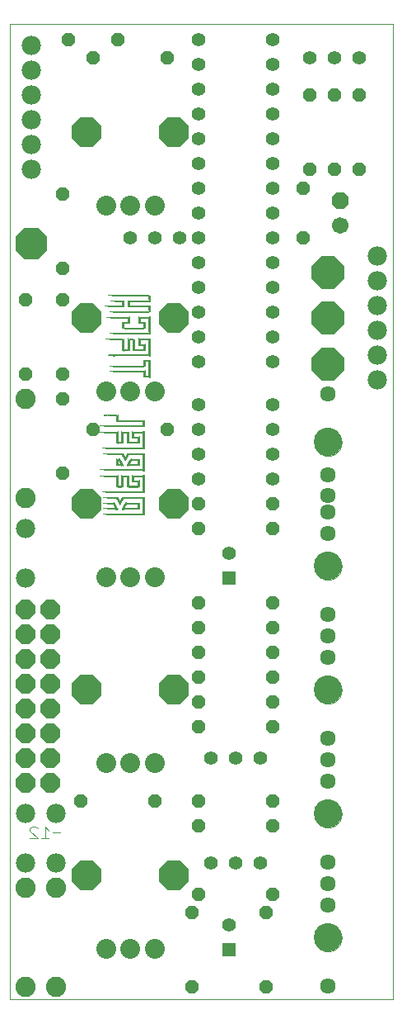
<source format=gbs>
G75*
%MOIN*%
%OFA0B0*%
%FSLAX24Y24*%
%IPPOS*%
%LPD*%
%AMOC8*
5,1,8,0,0,1.08239X$1,22.5*
%
%ADD10C,0.0000*%
%ADD11C,0.0040*%
%ADD12C,0.0560*%
%ADD13OC8,0.0560*%
%ADD14C,0.0634*%
%ADD15C,0.1142*%
%ADD16C,0.0800*%
%ADD17OC8,0.1221*%
%ADD18OC8,0.1306*%
%ADD19C,0.0555*%
%ADD20C,0.0780*%
%ADD21C,0.0820*%
%ADD22OC8,0.0780*%
%ADD23OC8,0.0670*%
%ADD24C,0.0670*%
%ADD25R,0.0560X0.0560*%
%ADD26OC8,0.1280*%
%ADD27R,0.0002X0.0002*%
%ADD28R,0.0002X0.0002*%
%ADD29R,0.0002X0.0002*%
%ADD30R,0.0002X0.0005*%
%ADD31R,0.0002X0.0005*%
%ADD32R,0.0002X0.0005*%
%ADD33R,0.0002X0.0005*%
%ADD34R,0.0002X0.0005*%
%ADD35R,0.0002X0.0007*%
%ADD36R,0.0002X0.0007*%
%ADD37R,0.0002X0.0005*%
%ADD38R,0.0002X0.0002*%
%ADD39R,0.0002X0.0005*%
%ADD40R,0.0002X0.0007*%
%ADD41R,0.0002X0.0009*%
%ADD42R,0.0002X0.0007*%
%ADD43R,0.0002X0.0009*%
%ADD44R,0.0002X0.0009*%
%ADD45R,0.0002X0.0011*%
%ADD46R,0.0002X0.0011*%
%ADD47R,0.0002X0.0009*%
%ADD48R,0.0002X0.0014*%
%ADD49R,0.0002X0.0009*%
%ADD50R,0.0002X0.0011*%
%ADD51R,0.0002X0.0014*%
%ADD52R,0.0002X0.0014*%
%ADD53R,0.0002X0.0011*%
%ADD54R,0.0002X0.0016*%
%ADD55R,0.0002X0.0016*%
%ADD56R,0.0002X0.0011*%
%ADD57R,0.0002X0.0018*%
%ADD58R,0.0002X0.0018*%
%ADD59R,0.0002X0.0018*%
%ADD60R,0.0002X0.0018*%
%ADD61R,0.0002X0.0021*%
%ADD62R,0.0002X0.0023*%
%ADD63R,0.0002X0.0021*%
%ADD64R,0.0002X0.0023*%
%ADD65R,0.0002X0.0023*%
%ADD66R,0.0002X0.0018*%
%ADD67R,0.0002X0.0021*%
%ADD68R,0.0002X0.0021*%
%ADD69R,0.0002X0.0025*%
%ADD70R,0.0002X0.0021*%
%ADD71R,0.0002X0.0025*%
%ADD72R,0.0002X0.0021*%
%ADD73R,0.0002X0.0021*%
%ADD74R,0.0002X0.0028*%
%ADD75R,0.0002X0.0028*%
%ADD76R,0.0002X0.0025*%
%ADD77R,0.0002X0.0028*%
%ADD78R,0.0002X0.0028*%
%ADD79R,0.0002X0.0025*%
%ADD80R,0.0002X0.0030*%
%ADD81R,0.0002X0.0025*%
%ADD82R,0.0002X0.0002*%
%ADD83R,0.0002X0.0009*%
%ADD84R,0.0002X0.0030*%
%ADD85R,0.0002X0.0028*%
%ADD86R,0.0002X0.0032*%
%ADD87R,0.0002X0.0032*%
%ADD88R,0.0002X0.0030*%
%ADD89R,0.0002X0.0002*%
%ADD90R,0.0002X0.0032*%
%ADD91R,0.0002X0.0034*%
%ADD92R,0.0002X0.0034*%
%ADD93R,0.0002X0.0034*%
%ADD94R,0.0002X0.0037*%
%ADD95R,0.0002X0.0037*%
%ADD96R,0.0002X0.0037*%
%ADD97R,0.0002X0.0034*%
%ADD98R,0.0002X0.0037*%
%ADD99R,0.0002X0.0041*%
%ADD100R,0.0002X0.0039*%
%ADD101R,0.0002X0.0039*%
%ADD102R,0.0002X0.0014*%
%ADD103R,0.0002X0.0041*%
%ADD104R,0.0002X0.0041*%
%ADD105R,0.0002X0.0014*%
%ADD106R,0.0002X0.0011*%
%ADD107R,0.0002X0.0014*%
%ADD108R,0.0002X0.0018*%
%ADD109R,0.0002X0.0041*%
%ADD110R,0.0002X0.0039*%
%ADD111R,0.0002X0.0018*%
%ADD112R,0.0002X0.0041*%
%ADD113R,0.0002X0.0037*%
%ADD114R,0.0002X0.0041*%
%ADD115R,0.0002X0.0044*%
%ADD116R,0.0002X0.0044*%
%ADD117R,0.0002X0.0044*%
%ADD118R,0.0002X0.0046*%
%ADD119R,0.0002X0.0046*%
%ADD120R,0.0002X0.0048*%
%ADD121R,0.0002X0.0048*%
%ADD122R,0.0002X0.0050*%
%ADD123R,0.0002X0.0048*%
%ADD124R,0.0002X0.0050*%
%ADD125R,0.0002X0.0051*%
%ADD126R,0.0002X0.0051*%
%ADD127R,0.0002X0.0053*%
%ADD128R,0.0002X0.0053*%
%ADD129R,0.0002X0.0055*%
%ADD130R,0.0002X0.0055*%
%ADD131R,0.0002X0.0055*%
%ADD132R,0.0002X0.0055*%
%ADD133R,0.0002X0.0057*%
%ADD134R,0.0002X0.0057*%
%ADD135R,0.0002X0.0057*%
%ADD136R,0.0002X0.0030*%
%ADD137R,0.0002X0.0057*%
%ADD138R,0.0002X0.0030*%
%ADD139R,0.0002X0.0032*%
%ADD140R,0.0002X0.0060*%
%ADD141R,0.0002X0.0060*%
%ADD142R,0.0002X0.0032*%
%ADD143R,0.0002X0.0039*%
%ADD144R,0.0002X0.0060*%
%ADD145R,0.0002X0.0057*%
%ADD146R,0.0002X0.0062*%
%ADD147R,0.0002X0.0057*%
%ADD148R,0.0002X0.0062*%
%ADD149R,0.0002X0.0032*%
%ADD150R,0.0002X0.0062*%
%ADD151R,0.0002X0.0062*%
%ADD152R,0.0002X0.0062*%
%ADD153R,0.0002X0.0060*%
%ADD154R,0.0002X0.0044*%
%ADD155R,0.0002X0.0060*%
%ADD156R,0.0002X0.0064*%
%ADD157R,0.0002X0.0064*%
%ADD158R,0.0002X0.0064*%
%ADD159R,0.0002X0.0064*%
%ADD160R,0.0002X0.0067*%
%ADD161R,0.0002X0.0044*%
%ADD162R,0.0002X0.0067*%
%ADD163R,0.0002X0.0062*%
%ADD164R,0.0002X0.0034*%
%ADD165R,0.0002X0.0044*%
%ADD166R,0.0002X0.0067*%
%ADD167R,0.0002X0.0032*%
%ADD168R,0.0002X0.0067*%
%ADD169R,0.0002X0.0067*%
%ADD170R,0.0002X0.0067*%
%ADD171R,0.0002X0.0048*%
%ADD172R,0.0002X0.0069*%
%ADD173R,0.0002X0.0039*%
%ADD174R,0.0002X0.0069*%
%ADD175R,0.0002X0.0048*%
%ADD176R,0.0002X0.0046*%
%ADD177R,0.0002X0.0053*%
%ADD178R,0.0002X0.0067*%
%ADD179R,0.0002X0.0069*%
%ADD180R,0.0002X0.0044*%
%ADD181R,0.0002X0.0067*%
%ADD182R,0.0002X0.0071*%
%ADD183R,0.0002X0.0071*%
%ADD184R,0.0002X0.0071*%
%ADD185R,0.0002X0.0053*%
%ADD186R,0.0002X0.0053*%
%ADD187R,0.0002X0.0071*%
%ADD188R,0.0002X0.0071*%
%ADD189R,0.0002X0.0069*%
%ADD190R,0.0002X0.0073*%
%ADD191R,0.0002X0.0073*%
%ADD192R,0.0002X0.0080*%
%ADD193R,0.0002X0.0083*%
%ADD194R,0.0002X0.0087*%
%ADD195R,0.0002X0.0092*%
%ADD196R,0.0002X0.0094*%
%ADD197R,0.0002X0.0103*%
%ADD198R,0.0002X0.0106*%
%ADD199R,0.0002X0.0110*%
%ADD200R,0.0002X0.0112*%
%ADD201R,0.0002X0.0117*%
%ADD202R,0.0002X0.0122*%
%ADD203R,0.0002X0.0129*%
%ADD204R,0.0002X0.0133*%
%ADD205R,0.0002X0.0135*%
%ADD206R,0.0002X0.0140*%
%ADD207R,0.0002X0.0145*%
%ADD208R,0.0002X0.0149*%
%ADD209R,0.0002X0.0145*%
%ADD210R,0.0002X0.0147*%
%ADD211R,0.0002X0.0147*%
%ADD212R,0.0002X0.0147*%
%ADD213R,0.0002X0.0216*%
%ADD214R,0.0002X0.0213*%
%ADD215R,0.0002X0.0211*%
%ADD216R,0.0002X0.0202*%
%ADD217R,0.0002X0.0200*%
%ADD218R,0.0002X0.0197*%
%ADD219R,0.0002X0.0191*%
%ADD220R,0.0002X0.0186*%
%ADD221R,0.0002X0.0181*%
%ADD222R,0.0002X0.0177*%
%ADD223R,0.0002X0.0174*%
%ADD224R,0.0002X0.0168*%
%ADD225R,0.0002X0.0163*%
%ADD226R,0.0002X0.0161*%
%ADD227R,0.0002X0.0158*%
%ADD228R,0.0002X0.0151*%
%ADD229R,0.0002X0.0142*%
%ADD230R,0.0002X0.0133*%
%ADD231R,0.0002X0.0126*%
%ADD232R,0.0002X0.0494*%
%ADD233R,0.0002X0.0493*%
%ADD234R,0.0002X0.0280*%
%ADD235R,0.0002X0.0494*%
%ADD236R,0.0002X0.0280*%
%ADD237R,0.0002X0.0493*%
%ADD238R,0.0002X0.0282*%
%ADD239R,0.0002X0.0115*%
%ADD240R,0.0002X0.0280*%
%ADD241R,0.0002X0.0496*%
%ADD242R,0.0002X0.0282*%
%ADD243R,0.0002X0.0496*%
%ADD244R,0.0002X0.0280*%
%ADD245R,0.0002X0.0282*%
%ADD246R,0.0002X0.0285*%
%ADD247R,0.0002X0.0099*%
%ADD248R,0.0002X0.0094*%
%ADD249R,0.0002X0.0076*%
%ADD250R,0.0002X0.0090*%
%ADD251R,0.0002X0.0083*%
%ADD252R,0.0002X0.0282*%
%ADD253R,0.0002X0.0087*%
%ADD254R,0.0002X0.0080*%
%ADD255R,0.0002X0.0090*%
%ADD256R,0.0002X0.0496*%
%ADD257R,0.0002X0.0076*%
%ADD258R,0.0002X0.0092*%
%ADD259R,0.0002X0.0096*%
%ADD260R,0.0002X0.0101*%
%ADD261R,0.0002X0.0285*%
%ADD262R,0.0002X0.0498*%
%ADD263R,0.0002X0.0110*%
%ADD264R,0.0002X0.0115*%
%ADD265R,0.0002X0.0119*%
%ADD266R,0.0002X0.0124*%
%ADD267R,0.0002X0.0496*%
%ADD268R,0.0002X0.0133*%
%ADD269R,0.0002X0.0135*%
%ADD270R,0.0002X0.0140*%
%ADD271R,0.0002X0.0145*%
%ADD272R,0.0002X0.0147*%
%ADD273R,0.0002X0.0147*%
%ADD274R,0.0002X0.0076*%
%ADD275R,0.0002X0.0083*%
%ADD276R,0.0002X0.0085*%
%ADD277R,0.0002X0.0094*%
%ADD278R,0.0002X0.0101*%
%ADD279R,0.0002X0.0103*%
%ADD280R,0.0002X0.0112*%
%ADD281R,0.0002X0.0117*%
%ADD282R,0.0002X0.0124*%
%ADD283R,0.0002X0.0131*%
%ADD284R,0.0002X0.0135*%
%ADD285R,0.0002X0.0142*%
%ADD286R,0.0002X0.0151*%
%ADD287R,0.0002X0.0154*%
%ADD288R,0.0002X0.0151*%
%ADD289R,0.0002X0.0154*%
%ADD290R,0.0002X0.0223*%
%ADD291R,0.0002X0.0211*%
%ADD292R,0.0002X0.0207*%
%ADD293R,0.0002X0.0202*%
%ADD294R,0.0002X0.0197*%
%ADD295R,0.0002X0.0149*%
%ADD296R,0.0002X0.0188*%
%ADD297R,0.0002X0.0184*%
%ADD298R,0.0002X0.0179*%
%ADD299R,0.0002X0.0174*%
%ADD300R,0.0002X0.0170*%
%ADD301R,0.0002X0.0168*%
%ADD302R,0.0002X0.0158*%
%ADD303R,0.0002X0.0156*%
%ADD304R,0.0002X0.0140*%
%ADD305R,0.0002X0.0138*%
%ADD306R,0.0002X0.0016*%
%ADD307R,0.0002X0.0126*%
%ADD308R,0.0002X0.0119*%
%ADD309R,0.0002X0.0149*%
%ADD310R,0.0002X0.0110*%
%ADD311R,0.0002X0.0108*%
%ADD312R,0.0002X0.0096*%
%ADD313R,0.0002X0.0073*%
%ADD314R,0.0002X0.0140*%
%ADD315R,0.0002X0.0087*%
%ADD316R,0.0002X0.0085*%
%ADD317R,0.0002X0.0131*%
%ADD318R,0.0002X0.0080*%
%ADD319R,0.0002X0.0089*%
%ADD320R,0.0002X0.0126*%
%ADD321R,0.0002X0.0122*%
%ADD322R,0.0002X0.0099*%
%ADD323R,0.0002X0.0119*%
%ADD324R,0.0002X0.0110*%
%ADD325R,0.0002X0.0103*%
%ADD326R,0.0002X0.0094*%
%ADD327R,0.0002X0.0078*%
%ADD328R,0.0002X0.0129*%
%ADD329R,0.0002X0.0133*%
%ADD330R,0.0002X0.0080*%
%ADD331R,0.0002X0.0138*%
%ADD332R,0.0002X0.0142*%
%ADD333R,0.0002X0.0096*%
%ADD334R,0.0002X0.0112*%
%ADD335R,0.0002X0.0163*%
%ADD336R,0.0002X0.0168*%
%ADD337R,0.0002X0.0179*%
%ADD338R,0.0002X0.0193*%
%ADD339R,0.0002X0.0193*%
%ADD340R,0.0002X0.0202*%
%ADD341R,0.0002X0.0209*%
%ADD342R,0.0002X0.0213*%
%ADD343R,0.0002X0.0216*%
%ADD344R,0.0002X0.0220*%
%ADD345R,0.0002X0.0145*%
%ADD346R,0.0002X0.0151*%
%ADD347R,0.0002X0.0142*%
%ADD348R,0.0002X0.0108*%
%ADD349R,0.0002X0.0149*%
%ADD350R,0.0002X0.0103*%
%ADD351R,0.0002X0.0149*%
%ADD352R,0.0002X0.0071*%
%ADD353R,0.0002X0.0498*%
%ADD354R,0.0002X0.0106*%
%ADD355R,0.0002X0.0163*%
%ADD356R,0.0002X0.0172*%
%ADD357R,0.0002X0.0177*%
%ADD358R,0.0002X0.0195*%
%ADD359R,0.0002X0.0200*%
%ADD360R,0.0002X0.0209*%
%ADD361R,0.0002X0.0218*%
%ADD362R,0.0002X0.0154*%
%ADD363R,0.0002X0.0106*%
%ADD364R,0.0002X0.0089*%
%ADD365R,0.0002X0.0076*%
%ADD366R,0.0002X0.0071*%
%ADD367R,0.0002X0.0071*%
%ADD368R,0.0002X0.0007*%
%ADD369R,0.0002X0.0007*%
%ADD370R,0.0002X0.0009*%
%ADD371R,0.0002X0.0073*%
%ADD372R,0.0002X0.0078*%
%ADD373R,0.0002X0.0280*%
%ADD374R,0.0002X0.0280*%
%ADD375R,0.0002X0.0285*%
%ADD376R,0.0002X0.0282*%
%ADD377R,0.0002X0.0282*%
%ADD378R,0.0002X0.0280*%
%ADD379R,0.0002X0.0280*%
%ADD380R,0.0002X0.0282*%
%ADD381R,0.0002X0.0282*%
%ADD382R,0.0002X0.0285*%
%ADD383R,0.0002X0.0028*%
%ADD384R,0.0002X0.0023*%
%ADD385R,0.0002X0.0028*%
%ADD386R,0.0002X0.0034*%
%ADD387R,0.0002X0.0034*%
%ADD388R,0.0002X0.0025*%
%ADD389R,0.0002X0.0021*%
%ADD390R,0.0002X0.0078*%
%ADD391R,0.0002X0.0094*%
%ADD392R,0.0002X0.0025*%
%ADD393R,0.0002X0.0073*%
%ADD394R,0.0002X0.0092*%
%ADD395R,0.0002X0.0076*%
%ADD396R,0.0002X0.0085*%
%ADD397R,0.0002X0.0083*%
%ADD398R,0.0002X0.0707*%
%ADD399R,0.0002X0.0707*%
%ADD400R,0.0002X0.0707*%
%ADD401R,0.0002X0.0709*%
%ADD402R,0.0002X0.0707*%
%ADD403R,0.0002X0.0709*%
%ADD404R,0.0002X0.0712*%
%ADD405R,0.0002X0.0014*%
%ADD406R,0.0002X0.0002*%
%ADD407R,0.0002X0.0018*%
%ADD408R,0.0002X0.0034*%
%ADD409R,0.0002X0.0053*%
%ADD410R,0.0002X0.0016*%
%ADD411R,0.0002X0.0028*%
%ADD412R,0.0002X0.0037*%
%ADD413R,0.0002X0.0064*%
%ADD414R,0.0002X0.0046*%
%ADD415R,0.0002X0.0039*%
%ADD416R,0.0002X0.0037*%
%ADD417R,0.0002X0.0060*%
%ADD418R,0.0002X0.0073*%
%ADD419R,0.0002X0.0285*%
%ADD420R,0.0002X0.0085*%
%ADD421R,0.0002X0.0197*%
%ADD422R,0.0002X0.0044*%
%ADD423R,0.0002X0.0090*%
%ADD424R,0.0002X0.0712*%
%ADD425R,0.0002X0.0709*%
D10*
X003378Y002393D02*
X018885Y002393D01*
X018885Y041763D01*
X003378Y041763D01*
X003378Y002393D01*
X015709Y004893D02*
X015711Y004940D01*
X015717Y004986D01*
X015727Y005032D01*
X015740Y005077D01*
X015758Y005120D01*
X015779Y005162D01*
X015803Y005202D01*
X015831Y005239D01*
X015862Y005274D01*
X015896Y005307D01*
X015932Y005336D01*
X015971Y005362D01*
X016012Y005385D01*
X016055Y005404D01*
X016099Y005420D01*
X016144Y005432D01*
X016190Y005440D01*
X016237Y005444D01*
X016283Y005444D01*
X016330Y005440D01*
X016376Y005432D01*
X016421Y005420D01*
X016465Y005404D01*
X016508Y005385D01*
X016549Y005362D01*
X016588Y005336D01*
X016624Y005307D01*
X016658Y005274D01*
X016689Y005239D01*
X016717Y005202D01*
X016741Y005162D01*
X016762Y005120D01*
X016780Y005077D01*
X016793Y005032D01*
X016803Y004986D01*
X016809Y004940D01*
X016811Y004893D01*
X016809Y004846D01*
X016803Y004800D01*
X016793Y004754D01*
X016780Y004709D01*
X016762Y004666D01*
X016741Y004624D01*
X016717Y004584D01*
X016689Y004547D01*
X016658Y004512D01*
X016624Y004479D01*
X016588Y004450D01*
X016549Y004424D01*
X016508Y004401D01*
X016465Y004382D01*
X016421Y004366D01*
X016376Y004354D01*
X016330Y004346D01*
X016283Y004342D01*
X016237Y004342D01*
X016190Y004346D01*
X016144Y004354D01*
X016099Y004366D01*
X016055Y004382D01*
X016012Y004401D01*
X015971Y004424D01*
X015932Y004450D01*
X015896Y004479D01*
X015862Y004512D01*
X015831Y004547D01*
X015803Y004584D01*
X015779Y004624D01*
X015758Y004666D01*
X015740Y004709D01*
X015727Y004754D01*
X015717Y004800D01*
X015711Y004846D01*
X015709Y004893D01*
X015709Y009893D02*
X015711Y009940D01*
X015717Y009986D01*
X015727Y010032D01*
X015740Y010077D01*
X015758Y010120D01*
X015779Y010162D01*
X015803Y010202D01*
X015831Y010239D01*
X015862Y010274D01*
X015896Y010307D01*
X015932Y010336D01*
X015971Y010362D01*
X016012Y010385D01*
X016055Y010404D01*
X016099Y010420D01*
X016144Y010432D01*
X016190Y010440D01*
X016237Y010444D01*
X016283Y010444D01*
X016330Y010440D01*
X016376Y010432D01*
X016421Y010420D01*
X016465Y010404D01*
X016508Y010385D01*
X016549Y010362D01*
X016588Y010336D01*
X016624Y010307D01*
X016658Y010274D01*
X016689Y010239D01*
X016717Y010202D01*
X016741Y010162D01*
X016762Y010120D01*
X016780Y010077D01*
X016793Y010032D01*
X016803Y009986D01*
X016809Y009940D01*
X016811Y009893D01*
X016809Y009846D01*
X016803Y009800D01*
X016793Y009754D01*
X016780Y009709D01*
X016762Y009666D01*
X016741Y009624D01*
X016717Y009584D01*
X016689Y009547D01*
X016658Y009512D01*
X016624Y009479D01*
X016588Y009450D01*
X016549Y009424D01*
X016508Y009401D01*
X016465Y009382D01*
X016421Y009366D01*
X016376Y009354D01*
X016330Y009346D01*
X016283Y009342D01*
X016237Y009342D01*
X016190Y009346D01*
X016144Y009354D01*
X016099Y009366D01*
X016055Y009382D01*
X016012Y009401D01*
X015971Y009424D01*
X015932Y009450D01*
X015896Y009479D01*
X015862Y009512D01*
X015831Y009547D01*
X015803Y009584D01*
X015779Y009624D01*
X015758Y009666D01*
X015740Y009709D01*
X015727Y009754D01*
X015717Y009800D01*
X015711Y009846D01*
X015709Y009893D01*
X015709Y014893D02*
X015711Y014940D01*
X015717Y014986D01*
X015727Y015032D01*
X015740Y015077D01*
X015758Y015120D01*
X015779Y015162D01*
X015803Y015202D01*
X015831Y015239D01*
X015862Y015274D01*
X015896Y015307D01*
X015932Y015336D01*
X015971Y015362D01*
X016012Y015385D01*
X016055Y015404D01*
X016099Y015420D01*
X016144Y015432D01*
X016190Y015440D01*
X016237Y015444D01*
X016283Y015444D01*
X016330Y015440D01*
X016376Y015432D01*
X016421Y015420D01*
X016465Y015404D01*
X016508Y015385D01*
X016549Y015362D01*
X016588Y015336D01*
X016624Y015307D01*
X016658Y015274D01*
X016689Y015239D01*
X016717Y015202D01*
X016741Y015162D01*
X016762Y015120D01*
X016780Y015077D01*
X016793Y015032D01*
X016803Y014986D01*
X016809Y014940D01*
X016811Y014893D01*
X016809Y014846D01*
X016803Y014800D01*
X016793Y014754D01*
X016780Y014709D01*
X016762Y014666D01*
X016741Y014624D01*
X016717Y014584D01*
X016689Y014547D01*
X016658Y014512D01*
X016624Y014479D01*
X016588Y014450D01*
X016549Y014424D01*
X016508Y014401D01*
X016465Y014382D01*
X016421Y014366D01*
X016376Y014354D01*
X016330Y014346D01*
X016283Y014342D01*
X016237Y014342D01*
X016190Y014346D01*
X016144Y014354D01*
X016099Y014366D01*
X016055Y014382D01*
X016012Y014401D01*
X015971Y014424D01*
X015932Y014450D01*
X015896Y014479D01*
X015862Y014512D01*
X015831Y014547D01*
X015803Y014584D01*
X015779Y014624D01*
X015758Y014666D01*
X015740Y014709D01*
X015727Y014754D01*
X015717Y014800D01*
X015711Y014846D01*
X015709Y014893D01*
X015709Y019893D02*
X015711Y019940D01*
X015717Y019986D01*
X015727Y020032D01*
X015740Y020077D01*
X015758Y020120D01*
X015779Y020162D01*
X015803Y020202D01*
X015831Y020239D01*
X015862Y020274D01*
X015896Y020307D01*
X015932Y020336D01*
X015971Y020362D01*
X016012Y020385D01*
X016055Y020404D01*
X016099Y020420D01*
X016144Y020432D01*
X016190Y020440D01*
X016237Y020444D01*
X016283Y020444D01*
X016330Y020440D01*
X016376Y020432D01*
X016421Y020420D01*
X016465Y020404D01*
X016508Y020385D01*
X016549Y020362D01*
X016588Y020336D01*
X016624Y020307D01*
X016658Y020274D01*
X016689Y020239D01*
X016717Y020202D01*
X016741Y020162D01*
X016762Y020120D01*
X016780Y020077D01*
X016793Y020032D01*
X016803Y019986D01*
X016809Y019940D01*
X016811Y019893D01*
X016809Y019846D01*
X016803Y019800D01*
X016793Y019754D01*
X016780Y019709D01*
X016762Y019666D01*
X016741Y019624D01*
X016717Y019584D01*
X016689Y019547D01*
X016658Y019512D01*
X016624Y019479D01*
X016588Y019450D01*
X016549Y019424D01*
X016508Y019401D01*
X016465Y019382D01*
X016421Y019366D01*
X016376Y019354D01*
X016330Y019346D01*
X016283Y019342D01*
X016237Y019342D01*
X016190Y019346D01*
X016144Y019354D01*
X016099Y019366D01*
X016055Y019382D01*
X016012Y019401D01*
X015971Y019424D01*
X015932Y019450D01*
X015896Y019479D01*
X015862Y019512D01*
X015831Y019547D01*
X015803Y019584D01*
X015779Y019624D01*
X015758Y019666D01*
X015740Y019709D01*
X015727Y019754D01*
X015717Y019800D01*
X015711Y019846D01*
X015709Y019893D01*
X015709Y024893D02*
X015711Y024940D01*
X015717Y024986D01*
X015727Y025032D01*
X015740Y025077D01*
X015758Y025120D01*
X015779Y025162D01*
X015803Y025202D01*
X015831Y025239D01*
X015862Y025274D01*
X015896Y025307D01*
X015932Y025336D01*
X015971Y025362D01*
X016012Y025385D01*
X016055Y025404D01*
X016099Y025420D01*
X016144Y025432D01*
X016190Y025440D01*
X016237Y025444D01*
X016283Y025444D01*
X016330Y025440D01*
X016376Y025432D01*
X016421Y025420D01*
X016465Y025404D01*
X016508Y025385D01*
X016549Y025362D01*
X016588Y025336D01*
X016624Y025307D01*
X016658Y025274D01*
X016689Y025239D01*
X016717Y025202D01*
X016741Y025162D01*
X016762Y025120D01*
X016780Y025077D01*
X016793Y025032D01*
X016803Y024986D01*
X016809Y024940D01*
X016811Y024893D01*
X016809Y024846D01*
X016803Y024800D01*
X016793Y024754D01*
X016780Y024709D01*
X016762Y024666D01*
X016741Y024624D01*
X016717Y024584D01*
X016689Y024547D01*
X016658Y024512D01*
X016624Y024479D01*
X016588Y024450D01*
X016549Y024424D01*
X016508Y024401D01*
X016465Y024382D01*
X016421Y024366D01*
X016376Y024354D01*
X016330Y024346D01*
X016283Y024342D01*
X016237Y024342D01*
X016190Y024346D01*
X016144Y024354D01*
X016099Y024366D01*
X016055Y024382D01*
X016012Y024401D01*
X015971Y024424D01*
X015932Y024450D01*
X015896Y024479D01*
X015862Y024512D01*
X015831Y024547D01*
X015803Y024584D01*
X015779Y024624D01*
X015758Y024666D01*
X015740Y024709D01*
X015727Y024754D01*
X015717Y024800D01*
X015711Y024846D01*
X015709Y024893D01*
D11*
X005430Y009144D02*
X005123Y009144D01*
X004970Y009220D02*
X004816Y009374D01*
X004816Y008913D01*
X004663Y008913D02*
X004970Y008913D01*
X004509Y008913D02*
X004202Y009220D01*
X004202Y009297D01*
X004279Y009374D01*
X004433Y009374D01*
X004509Y009297D01*
X004509Y008913D02*
X004202Y008913D01*
D12*
X011010Y023393D03*
X011010Y024393D03*
X011010Y025393D03*
X011010Y026393D03*
X011010Y028143D03*
X011010Y029143D03*
X011010Y030143D03*
X011010Y031143D03*
X011010Y032143D03*
X011010Y033143D03*
X011010Y034143D03*
X011010Y035143D03*
X011010Y036143D03*
X011010Y037143D03*
X011010Y038143D03*
X011010Y039143D03*
X011010Y040143D03*
X011010Y041143D03*
X014010Y041143D03*
X014010Y040143D03*
X014010Y039143D03*
X014010Y038143D03*
X014010Y037143D03*
X014010Y036143D03*
X014010Y035143D03*
X014010Y034143D03*
X014010Y033143D03*
X014010Y032143D03*
X014010Y031143D03*
X014010Y030143D03*
X014010Y029143D03*
X014010Y028143D03*
X014010Y026393D03*
X014010Y025393D03*
X014010Y024393D03*
X014010Y023393D03*
X012260Y020393D03*
X012510Y012143D03*
X013510Y012143D03*
X011510Y012143D03*
X011510Y007893D03*
X012510Y007893D03*
X013510Y007893D03*
X012260Y005393D03*
X015510Y040393D03*
X016510Y040393D03*
X017510Y040393D03*
D13*
X017510Y038893D03*
X016510Y038893D03*
X015510Y038893D03*
X015510Y035893D03*
X015260Y035143D03*
X015260Y033143D03*
X016510Y035893D03*
X017510Y035893D03*
X014010Y022393D03*
X014010Y021393D03*
X014010Y018393D03*
X014010Y017393D03*
X014010Y016393D03*
X014010Y015393D03*
X014010Y014393D03*
X014010Y013393D03*
X014010Y010393D03*
X014010Y009393D03*
X014010Y006643D03*
X013760Y005893D03*
X013760Y002893D03*
X011010Y006643D03*
X010760Y005893D03*
X010760Y002893D03*
X011010Y009393D03*
X011010Y010393D03*
X011010Y013393D03*
X011010Y014393D03*
X011010Y015393D03*
X011010Y016393D03*
X011010Y017393D03*
X011010Y018393D03*
X011010Y021393D03*
X011010Y022393D03*
X009760Y025393D03*
X006760Y025393D03*
X005510Y026643D03*
X005510Y027643D03*
X005510Y030643D03*
X005510Y031893D03*
X005510Y034893D03*
X004010Y030643D03*
X004010Y027643D03*
X005510Y023643D03*
X006260Y010393D03*
X009260Y010393D03*
X009760Y040393D03*
X007760Y041143D03*
X006760Y040393D03*
X005760Y041143D03*
D14*
X016260Y026830D03*
X016260Y023563D03*
X016260Y022728D03*
X016260Y022059D03*
X016260Y021224D03*
X016260Y017956D03*
X016260Y017059D03*
X016260Y016224D03*
X016260Y012956D03*
X016260Y012059D03*
X016260Y011224D03*
X016260Y007956D03*
X016260Y007059D03*
X016260Y006224D03*
X016260Y002956D03*
D15*
X016260Y004893D03*
X016260Y009893D03*
X016260Y014893D03*
X016260Y019893D03*
X016260Y024893D03*
D16*
X009244Y026941D03*
X008260Y026941D03*
X007275Y026941D03*
X007275Y034441D03*
X008260Y034441D03*
X009244Y034441D03*
X009244Y019441D03*
X008260Y019441D03*
X007275Y019441D03*
X007275Y011941D03*
X008260Y011941D03*
X009244Y011941D03*
X009244Y004441D03*
X008260Y004441D03*
X007275Y004441D03*
D17*
X006488Y007393D03*
X010031Y007393D03*
X010031Y014893D03*
X006488Y014893D03*
X006488Y022393D03*
X010031Y022393D03*
X010031Y029893D03*
X010031Y037393D03*
X006488Y037393D03*
X006488Y029893D03*
D18*
X016260Y029893D03*
X016260Y031743D03*
X016260Y028043D03*
D19*
X010260Y033143D03*
X009260Y033143D03*
X008260Y033143D03*
D20*
X004260Y035893D03*
X004260Y036893D03*
X004260Y037893D03*
X004260Y038893D03*
X004260Y039893D03*
X004260Y040893D03*
X004010Y021393D03*
X004010Y019393D03*
X004010Y009893D03*
X004010Y007893D03*
X005260Y007893D03*
X005260Y009893D03*
X018260Y027393D03*
X018260Y028393D03*
X018260Y029393D03*
X018260Y030393D03*
X018260Y031393D03*
X018260Y032393D03*
D21*
X005260Y006893D03*
X004010Y006893D03*
X004010Y002893D03*
X005260Y002893D03*
X004010Y022643D03*
X004010Y026643D03*
D22*
X004010Y018143D03*
X004010Y017143D03*
X004010Y016143D03*
X004010Y015143D03*
X004010Y014143D03*
X004010Y013143D03*
X004010Y012143D03*
X004010Y011143D03*
X005010Y011143D03*
X005010Y012143D03*
X005010Y013143D03*
X005010Y014143D03*
X005010Y015143D03*
X005010Y016143D03*
X005010Y017143D03*
X005010Y018143D03*
D23*
X016760Y034643D03*
D24*
X016760Y033643D03*
D25*
X012260Y019393D03*
X012260Y004393D03*
D26*
X004260Y032893D03*
D27*
X007250Y030366D03*
X007455Y030155D03*
X007335Y029914D03*
X007331Y029914D03*
X007326Y029914D03*
X007324Y029914D03*
X007489Y030580D03*
X007491Y030580D03*
X007496Y030580D03*
X007498Y030580D03*
X007411Y030793D03*
X007409Y030793D03*
X007404Y030793D03*
X007308Y029030D03*
X007303Y029030D03*
X007409Y028392D03*
X007411Y028392D03*
X007404Y028390D03*
X007445Y027952D03*
X007443Y027738D03*
X007450Y027738D03*
X008398Y028574D03*
X007074Y025533D03*
X007069Y025533D03*
X007058Y025287D03*
X007053Y025287D03*
X007161Y024647D03*
X007207Y024399D03*
X007211Y024399D03*
X007216Y024399D03*
X007074Y023761D03*
X007076Y023759D03*
X007062Y023515D03*
X007058Y023515D03*
X007053Y023515D03*
X007193Y022627D03*
X007195Y022627D03*
X007200Y022627D03*
X007205Y022627D03*
X007200Y022414D03*
X007195Y022414D03*
X007193Y022414D03*
X007193Y022200D03*
X007193Y021989D03*
X007999Y023942D03*
D28*
X008364Y025044D03*
X007221Y024399D03*
X007214Y024399D03*
X007209Y024399D03*
X007202Y024399D03*
X007156Y024647D03*
X007065Y025287D03*
X007055Y025287D03*
X007055Y023515D03*
X007191Y022627D03*
X007191Y022414D03*
X007186Y022200D03*
X007198Y022200D03*
X007441Y027740D03*
X007441Y027952D03*
X007448Y027952D03*
X007315Y029030D03*
X007305Y029030D03*
X007321Y029914D03*
X007459Y030155D03*
X007260Y030366D03*
X007406Y030793D03*
X007413Y030793D03*
X008614Y029949D03*
X008614Y029675D03*
D29*
X007310Y029030D03*
X007060Y025287D03*
X007078Y023761D03*
X007060Y023515D03*
X007189Y022627D03*
X007189Y022200D03*
D30*
X007937Y023200D03*
X007937Y023301D03*
X007937Y023308D03*
X007937Y023392D03*
X007937Y023399D03*
X007937Y023484D03*
X007937Y023491D03*
X007937Y023521D03*
X007937Y023528D03*
X008148Y023207D03*
X007228Y024400D03*
X007218Y024400D03*
X007097Y023760D03*
X007092Y023760D03*
X007085Y023760D03*
X007081Y023760D03*
X007937Y024914D03*
X008148Y024907D03*
X008148Y024859D03*
X008148Y025128D03*
X008148Y025190D03*
X007937Y025183D03*
X007937Y025135D03*
X007937Y025128D03*
X007074Y025288D03*
X007062Y025288D03*
X007445Y027739D03*
X007455Y027739D03*
X007457Y027739D03*
X007455Y027953D03*
X007450Y027953D03*
X007443Y027953D03*
X007461Y027953D03*
X007427Y028391D03*
X007422Y028391D03*
X007418Y028391D03*
X007324Y029032D03*
X007319Y029032D03*
X007312Y029032D03*
X008187Y028988D03*
X008187Y028940D03*
X008187Y028933D03*
X008398Y028933D03*
X008398Y028749D03*
X008187Y028719D03*
X008187Y028713D03*
X008253Y029729D03*
X008253Y030464D03*
D31*
X008614Y029922D03*
X008614Y029895D03*
X008614Y029819D03*
X008614Y029801D03*
X008614Y029784D03*
X008614Y029757D03*
X008614Y029709D03*
X008614Y029029D03*
X008614Y028993D03*
X008614Y028976D03*
X008614Y028901D03*
X008614Y028882D03*
X008614Y028866D03*
X008614Y028839D03*
X007482Y029275D03*
X007475Y029275D03*
X007471Y029275D03*
X007459Y029275D03*
X007333Y029915D03*
X007471Y030154D03*
X007475Y030154D03*
X007271Y030367D03*
X007501Y030581D03*
X007505Y030581D03*
X007512Y030581D03*
X007420Y030794D03*
X007237Y025959D03*
X007088Y025532D03*
X007083Y025532D03*
X007163Y024648D03*
X007170Y024648D03*
X007175Y024648D03*
X007065Y023516D03*
X007156Y022876D03*
X007163Y022876D03*
X007170Y022876D03*
X007175Y022876D03*
X007198Y022628D03*
X007202Y022628D03*
X007202Y022415D03*
X007198Y022415D03*
X007202Y022201D03*
X007209Y022201D03*
X007209Y021988D03*
X007202Y021988D03*
X008364Y023335D03*
X008364Y023351D03*
X008364Y023388D03*
X008364Y023454D03*
X008364Y023516D03*
X008364Y023549D03*
X008364Y025070D03*
X008364Y025132D03*
X008364Y025169D03*
X008364Y025217D03*
X008364Y025245D03*
X008364Y025261D03*
X008364Y025279D03*
D32*
X008644Y025107D03*
X008575Y022371D03*
X008575Y022316D03*
X007166Y022876D03*
X007067Y023516D03*
X007166Y024648D03*
X007244Y025959D03*
X008894Y028740D03*
X007266Y030367D03*
D33*
X008894Y029621D03*
X007067Y025288D03*
X008575Y024134D03*
X008575Y024079D03*
X008575Y022243D03*
D34*
X008148Y023145D03*
X008148Y023287D03*
X008148Y023365D03*
X008148Y023427D03*
X007937Y023420D03*
X007937Y023372D03*
X007937Y023365D03*
X007937Y023271D03*
X007937Y023264D03*
X007937Y023179D03*
X007937Y023172D03*
X007937Y023151D03*
X007937Y023145D03*
X007207Y022628D03*
X007207Y022415D03*
X007205Y022415D03*
X007211Y022415D03*
X007211Y022201D03*
X007207Y022201D03*
X007205Y022201D03*
X007200Y022201D03*
X007216Y022201D03*
X007211Y021988D03*
X007207Y021988D03*
X007205Y021988D03*
X007200Y021988D03*
X007195Y021988D03*
X007177Y022876D03*
X007172Y022876D03*
X007168Y022876D03*
X007074Y023516D03*
X007069Y023516D03*
X007172Y024648D03*
X007177Y024648D03*
X007179Y024648D03*
X007184Y024648D03*
X007092Y025532D03*
X007090Y025532D03*
X007085Y025532D03*
X007234Y025959D03*
X007241Y025959D03*
X007937Y025291D03*
X007937Y025284D03*
X007937Y025254D03*
X007937Y025247D03*
X007937Y025162D03*
X007937Y025155D03*
X007937Y025070D03*
X007937Y025063D03*
X007937Y025034D03*
X007937Y025027D03*
X007937Y024962D03*
X007937Y024942D03*
X007937Y024935D03*
X008148Y024969D03*
X008148Y025050D03*
X008398Y028602D03*
X008398Y028676D03*
X008398Y028823D03*
X008398Y028885D03*
X008187Y028876D03*
X008187Y028869D03*
X008187Y028839D03*
X008187Y028832D03*
X008187Y028768D03*
X008187Y028747D03*
X008187Y028740D03*
X008187Y028655D03*
X008187Y028960D03*
X008187Y028967D03*
X008187Y029052D03*
X008253Y029681D03*
X008253Y029876D03*
X008253Y029947D03*
X007478Y030154D03*
X007473Y030154D03*
X007468Y030154D03*
X007466Y030154D03*
X007347Y029915D03*
X007278Y030367D03*
X007269Y030367D03*
X007262Y030367D03*
X007257Y030367D03*
X007503Y030581D03*
X007507Y030581D03*
X007510Y030581D03*
X007427Y030794D03*
X007418Y030794D03*
X007461Y029275D03*
X007466Y029275D03*
X007468Y029275D03*
X007473Y029275D03*
X007478Y029275D03*
D35*
X007484Y029274D03*
X007331Y029030D03*
X007326Y029030D03*
X007434Y028392D03*
X007457Y027952D03*
X007466Y027952D03*
X007466Y027741D03*
X007468Y027738D03*
X007461Y027738D03*
X008040Y028822D03*
X008040Y028831D03*
X008040Y028840D03*
X008040Y028932D03*
X008040Y028950D03*
X008187Y029030D03*
X008187Y028847D03*
X008187Y028810D03*
X008398Y028893D03*
X008398Y028902D03*
X008398Y028911D03*
X008398Y028581D03*
X008040Y029593D03*
X008040Y029602D03*
X008040Y029611D03*
X008040Y029620D03*
X008040Y029639D03*
X008040Y029648D03*
X008253Y029673D03*
X008253Y029703D03*
X008253Y029712D03*
X008253Y029737D03*
X008253Y029747D03*
X008253Y029756D03*
X008253Y029765D03*
X008253Y029774D03*
X008253Y029783D03*
X008253Y029792D03*
X008253Y029822D03*
X008253Y029831D03*
X008253Y029841D03*
X008253Y029850D03*
X008253Y029868D03*
X008253Y029884D03*
X008253Y029893D03*
X008253Y029903D03*
X008253Y029912D03*
X008253Y029921D03*
X008253Y029930D03*
X008253Y029939D03*
X008253Y030414D03*
X008253Y030437D03*
X008253Y030447D03*
X008253Y030472D03*
X008253Y030481D03*
X008253Y030490D03*
X008253Y030499D03*
X008253Y030509D03*
X008253Y030518D03*
X008253Y030527D03*
X007973Y030515D03*
X007973Y030470D03*
X007973Y030417D03*
X007519Y030580D03*
X007514Y030580D03*
X007434Y030793D03*
X007429Y030793D03*
X007422Y030793D03*
X007282Y030366D03*
X007340Y029914D03*
X007342Y029914D03*
X007354Y029914D03*
X007257Y025957D03*
X007253Y025957D03*
X007246Y025957D03*
X007097Y025533D03*
X007085Y025287D03*
X007081Y025287D03*
X007076Y025287D03*
X007069Y025287D03*
X007223Y024399D03*
X007230Y024399D03*
X007234Y024399D03*
X007241Y024399D03*
X007723Y024185D03*
X007723Y024176D03*
X007723Y024130D03*
X007723Y024121D03*
X007937Y023499D03*
X007937Y023462D03*
X007790Y023456D03*
X007790Y023446D03*
X007790Y023336D03*
X007790Y023327D03*
X007937Y023279D03*
X007937Y023242D03*
X008148Y023233D03*
X008148Y023224D03*
X008148Y023215D03*
X008148Y023123D03*
X008148Y023114D03*
X008148Y023104D03*
X008148Y023325D03*
X008148Y023334D03*
X008148Y023343D03*
X008148Y023435D03*
X008148Y023444D03*
X008148Y023453D03*
X007785Y022170D03*
X007218Y021989D03*
X007216Y021987D03*
X007218Y022414D03*
X007218Y022627D03*
X007216Y022627D03*
X007211Y022627D03*
X007223Y022627D03*
X007179Y022875D03*
X007184Y022877D03*
X007090Y023515D03*
X007085Y023515D03*
X007081Y023515D03*
X007076Y023515D03*
X007937Y025005D03*
X007937Y025042D03*
X007790Y025099D03*
X007790Y025108D03*
X007790Y025200D03*
X007790Y025209D03*
X007790Y025218D03*
X007937Y025225D03*
X007937Y025262D03*
X008148Y025216D03*
X008148Y025207D03*
X008148Y025198D03*
X008148Y025106D03*
X008148Y025097D03*
X008148Y025088D03*
X008148Y024996D03*
X008148Y024987D03*
X008148Y024977D03*
X008148Y024886D03*
X008148Y024876D03*
X008148Y024867D03*
X007790Y025861D03*
X007790Y025879D03*
X007790Y025889D03*
X007790Y025898D03*
X007790Y025907D03*
D36*
X007251Y025957D03*
X007099Y025531D03*
X007088Y025287D03*
X007083Y025287D03*
X007225Y024399D03*
X007232Y024399D03*
X007237Y024399D03*
X007094Y023761D03*
X007071Y023515D03*
X007182Y022877D03*
X007209Y022627D03*
X007214Y022627D03*
X007214Y022414D03*
X007209Y022414D03*
X007221Y022414D03*
X007221Y022200D03*
X007214Y022200D03*
X007944Y022173D03*
X008364Y023279D03*
X008364Y023288D03*
X008364Y023316D03*
X008364Y023343D03*
X008364Y023426D03*
X008364Y023435D03*
X008364Y023462D03*
X008364Y023490D03*
X008364Y025051D03*
X008364Y025078D03*
X008364Y025106D03*
X008364Y025188D03*
X008364Y025198D03*
X008364Y025225D03*
X008364Y025253D03*
X007471Y027952D03*
X007464Y027952D03*
X007432Y028392D03*
X007338Y029030D03*
X007333Y029030D03*
X007321Y029030D03*
X007487Y029276D03*
X007349Y029914D03*
X007344Y029914D03*
X007338Y029914D03*
X007482Y030155D03*
X007487Y030155D03*
X007523Y030580D03*
X007441Y030793D03*
X007432Y030793D03*
X007425Y030793D03*
X008614Y029930D03*
X008614Y029903D03*
X008614Y029875D03*
X008614Y029848D03*
X008614Y029838D03*
X008614Y029792D03*
X008614Y029765D03*
X008614Y029737D03*
X008614Y029728D03*
X008614Y029682D03*
X008614Y029063D03*
X008614Y028985D03*
X008614Y028957D03*
X008614Y028929D03*
X008614Y028920D03*
X008614Y028874D03*
X008614Y028847D03*
X008614Y028819D03*
X008614Y028810D03*
X008614Y028789D03*
D37*
X008614Y028949D03*
X008614Y029011D03*
X008614Y029690D03*
X008614Y029867D03*
X007425Y028391D03*
X007420Y028391D03*
X007413Y028391D03*
X007452Y027953D03*
X007459Y027953D03*
X007459Y027739D03*
X007464Y027739D03*
X007452Y027739D03*
X007448Y027739D03*
X007071Y025288D03*
X007071Y023760D03*
X007083Y023760D03*
X007088Y023760D03*
X007996Y023943D03*
X008155Y023941D03*
X008364Y023498D03*
X008364Y023482D03*
X008364Y023406D03*
X008364Y023370D03*
X008364Y023308D03*
X008364Y025098D03*
X008364Y025114D03*
X008364Y025151D03*
X008364Y025298D03*
D38*
X007239Y025957D03*
X007230Y025957D03*
X007228Y025957D03*
X007223Y025957D03*
X007081Y025531D03*
X007076Y025531D03*
X007159Y024649D03*
X007168Y024649D03*
X007161Y022875D03*
X007195Y022202D03*
X007941Y022170D03*
X007461Y030153D03*
X007457Y030153D03*
X007255Y030369D03*
D39*
X007264Y030367D03*
X007273Y030367D03*
X007328Y029915D03*
X007078Y025532D03*
X007078Y023516D03*
D40*
X007078Y025287D03*
X007328Y029030D03*
X009038Y028985D03*
X009038Y028929D03*
X009038Y028544D03*
X009038Y028489D03*
X009038Y028434D03*
X009038Y028103D03*
X009038Y028048D03*
X009038Y027662D03*
X009038Y027607D03*
X009038Y029370D03*
X009038Y029425D03*
X009038Y029811D03*
X009038Y029866D03*
X009038Y030196D03*
X009038Y030252D03*
X009038Y030307D03*
X009038Y030692D03*
X009038Y030747D03*
X008788Y025234D03*
X008788Y025179D03*
X008788Y025124D03*
X008788Y025069D03*
X008788Y025014D03*
X008788Y024959D03*
X008788Y024904D03*
X008788Y024353D03*
X008788Y024298D03*
X008788Y024243D03*
X008788Y024188D03*
X008788Y024133D03*
X008788Y024078D03*
X008788Y024023D03*
X008788Y023472D03*
X008788Y023417D03*
X008788Y023361D03*
X008788Y023306D03*
X008788Y023251D03*
X008788Y023196D03*
X008788Y023141D03*
X008788Y022535D03*
X008788Y022480D03*
X008788Y022425D03*
X008788Y022370D03*
X008788Y022315D03*
X008788Y022260D03*
D41*
X008364Y023298D03*
X008364Y023326D03*
X008364Y023379D03*
X008364Y023397D03*
X008364Y023415D03*
X008364Y023473D03*
X008364Y023507D03*
X008364Y023526D03*
X007783Y022174D03*
X007232Y022201D03*
X007225Y022201D03*
X007225Y021988D03*
X007221Y021988D03*
X007214Y021988D03*
X007232Y021988D03*
X007232Y022415D03*
X007237Y022415D03*
X007225Y022415D03*
X007225Y022628D03*
X007221Y022628D03*
X007232Y022628D03*
X007198Y022876D03*
X007191Y022876D03*
X007186Y022876D03*
X007099Y023516D03*
X007088Y023516D03*
X007083Y023516D03*
X007099Y023760D03*
X007182Y024648D03*
X007186Y024648D03*
X007191Y024648D03*
X007113Y025532D03*
X007094Y025532D03*
X007255Y025959D03*
X007262Y025959D03*
X007267Y025959D03*
X007273Y025959D03*
X007475Y027953D03*
X007482Y027953D03*
X007448Y028391D03*
X007441Y028391D03*
X007436Y028391D03*
X007505Y029275D03*
X007501Y030154D03*
X007294Y030367D03*
X007280Y030367D03*
X007276Y030367D03*
X007517Y030581D03*
X007528Y030581D03*
X007535Y030581D03*
X007436Y030794D03*
X008614Y029941D03*
X008614Y029885D03*
X008614Y029858D03*
X008614Y029810D03*
X008614Y029748D03*
X008614Y029718D03*
X008614Y029700D03*
X008614Y029038D03*
X008614Y029020D03*
X008614Y028967D03*
X008614Y028940D03*
X008614Y028892D03*
X008614Y028830D03*
X008614Y028800D03*
X008364Y025318D03*
X008364Y025307D03*
X008364Y025270D03*
X008364Y025208D03*
X008364Y025178D03*
X008364Y025160D03*
X008364Y025141D03*
X008364Y025123D03*
X008364Y025089D03*
X008364Y025061D03*
D42*
X007937Y024906D03*
X007790Y025090D03*
X007790Y025870D03*
X007790Y025916D03*
X007090Y023759D03*
X007790Y023437D03*
X007790Y023345D03*
X007429Y028390D03*
X008040Y028941D03*
X008040Y029630D03*
X008253Y029721D03*
X008253Y029813D03*
X008253Y029859D03*
X008253Y030456D03*
X007973Y030525D03*
D43*
X007489Y027739D03*
X007480Y027739D03*
X007478Y027739D03*
X007473Y027739D03*
X007090Y025288D03*
X007723Y024111D03*
D44*
X007723Y024074D03*
X007723Y024037D03*
X007723Y024001D03*
X007723Y024166D03*
X008157Y023946D03*
X007248Y024400D03*
X007239Y024400D03*
X007205Y024648D03*
X007200Y024648D03*
X007195Y024648D03*
X007193Y024648D03*
X007115Y025532D03*
X007111Y025532D03*
X007108Y025532D03*
X007104Y025532D03*
X007101Y025532D03*
X007248Y025959D03*
X007260Y025959D03*
X007269Y025959D03*
X007937Y025318D03*
X007115Y023760D03*
X007111Y023760D03*
X007108Y023760D03*
X007104Y023760D03*
X007101Y023760D03*
X007092Y023516D03*
X007193Y022876D03*
X007195Y022876D03*
X007200Y022876D03*
X007230Y022628D03*
X007228Y022415D03*
X007223Y022415D03*
X007216Y022415D03*
X007218Y022201D03*
X007223Y022201D03*
X007228Y022201D03*
X007230Y022201D03*
X007234Y022201D03*
X007234Y021988D03*
X007230Y021988D03*
X007228Y021988D03*
X007223Y021988D03*
X007468Y027953D03*
X007473Y027953D03*
X007478Y027953D03*
X007484Y027953D03*
X007450Y028391D03*
X007445Y028391D03*
X007443Y028391D03*
X007347Y029032D03*
X007342Y029032D03*
X007340Y029032D03*
X007335Y029032D03*
X007480Y029275D03*
X007489Y029275D03*
X007491Y029275D03*
X007496Y029275D03*
X007498Y029275D03*
X007365Y029915D03*
X007361Y029915D03*
X007358Y029915D03*
X007351Y029915D03*
X007480Y030154D03*
X007484Y030154D03*
X007489Y030154D03*
X007491Y030154D03*
X007496Y030154D03*
X007301Y030367D03*
X007292Y030367D03*
X007289Y030367D03*
X007285Y030367D03*
X007521Y030581D03*
X007526Y030581D03*
X007530Y030581D03*
X007533Y030581D03*
X007450Y030794D03*
X007443Y030794D03*
X007973Y030505D03*
X008253Y029803D03*
X008187Y029061D03*
X008398Y028814D03*
X008398Y028740D03*
X008398Y028667D03*
D45*
X008398Y028626D03*
X008398Y028613D03*
X008398Y028727D03*
X008398Y028773D03*
X008398Y028787D03*
X008398Y028833D03*
X008398Y028957D03*
X008398Y028971D03*
X008187Y028978D03*
X008187Y028950D03*
X008187Y028858D03*
X008187Y028757D03*
X008187Y028702D03*
X008187Y029042D03*
X008253Y029691D03*
X008253Y030426D03*
X008253Y030538D03*
X007537Y030580D03*
X007457Y030793D03*
X007455Y030793D03*
X007445Y030793D03*
X007377Y029914D03*
X007372Y029914D03*
X007370Y029914D03*
X007507Y029276D03*
X007484Y027738D03*
X007120Y025533D03*
X007104Y025287D03*
X007101Y025287D03*
X007097Y025287D03*
X007092Y025287D03*
X007790Y025120D03*
X007937Y025145D03*
X007937Y025172D03*
X007937Y025237D03*
X007937Y025273D03*
X008148Y025244D03*
X008148Y025166D03*
X008148Y025152D03*
X008148Y025060D03*
X008148Y024959D03*
X008148Y024945D03*
X008148Y024897D03*
X007937Y024952D03*
X007937Y025053D03*
X007937Y023474D03*
X007937Y023382D03*
X007937Y023355D03*
X007937Y023290D03*
X007937Y023254D03*
X007937Y023162D03*
X008148Y023169D03*
X008148Y023155D03*
X008148Y023077D03*
X008148Y023063D03*
X008148Y023260D03*
X008148Y023355D03*
X008148Y023375D03*
X007207Y022877D03*
X007228Y022627D03*
X007234Y022627D03*
X007239Y022627D03*
X007239Y022414D03*
X007241Y022414D03*
X007234Y022414D03*
X007230Y022414D03*
X007108Y023515D03*
X007104Y023515D03*
X007101Y023515D03*
X007097Y023515D03*
D46*
X007094Y023515D03*
X007202Y022877D03*
X007237Y022627D03*
X008364Y023538D03*
X007117Y025533D03*
X007487Y027740D03*
X007501Y029276D03*
X007367Y029914D03*
X007363Y029914D03*
X007540Y030580D03*
X007546Y030580D03*
X007459Y030793D03*
X007452Y030793D03*
X007448Y030793D03*
D47*
X008614Y029913D03*
X008614Y029828D03*
X008614Y029775D03*
X008614Y029002D03*
X008614Y028910D03*
X008614Y028857D03*
X007482Y027739D03*
X007475Y027739D03*
X007471Y027739D03*
X007099Y025288D03*
X007094Y025288D03*
X008364Y025288D03*
X008364Y025236D03*
X008364Y023445D03*
X008364Y023360D03*
D48*
X007244Y022415D03*
X007106Y023516D03*
X007494Y027739D03*
D49*
X007494Y029275D03*
X007356Y029915D03*
X007494Y030154D03*
X007287Y030367D03*
X007106Y025532D03*
X007244Y024400D03*
X007106Y023760D03*
X008575Y024033D03*
X008575Y024106D03*
X008575Y024143D03*
X008575Y022270D03*
D50*
X007244Y022627D03*
X007106Y025287D03*
D51*
X007108Y025288D03*
X007111Y025288D03*
X007122Y025288D03*
X007122Y025532D03*
X007127Y025532D03*
X007131Y025532D03*
X007138Y025532D03*
X007211Y024648D03*
X007216Y024648D03*
X007218Y024648D03*
X007260Y024400D03*
X007264Y024400D03*
X007269Y024400D03*
X007133Y023760D03*
X007131Y023760D03*
X007127Y023760D03*
X007122Y023760D03*
X007120Y023516D03*
X007115Y023516D03*
X007111Y023516D03*
X007205Y022876D03*
X007211Y022876D03*
X007216Y022876D03*
X007218Y022876D03*
X007223Y022876D03*
X007241Y022628D03*
X007246Y022628D03*
X007248Y022628D03*
X007253Y022628D03*
X007257Y022628D03*
X007257Y022415D03*
X007253Y022415D03*
X007248Y022415D03*
X007246Y022415D03*
X007781Y022176D03*
X007946Y022174D03*
X008148Y023092D03*
X008148Y023246D03*
X008148Y023275D03*
X008148Y023312D03*
X008148Y023466D03*
X007937Y023431D03*
X007992Y023948D03*
X007937Y024974D03*
X008148Y025008D03*
X008148Y025038D03*
X008148Y025075D03*
X008148Y025229D03*
X007937Y025194D03*
X007507Y027739D03*
X007503Y027739D03*
X007498Y027739D03*
X007496Y027739D03*
X007491Y027739D03*
X007491Y027953D03*
X007496Y027953D03*
X007498Y027953D03*
X007507Y027953D03*
X007468Y028391D03*
X007466Y028391D03*
X007461Y028391D03*
X007370Y029032D03*
X007365Y029032D03*
X007361Y029032D03*
X007358Y029032D03*
X007503Y029275D03*
X007510Y029275D03*
X007514Y029275D03*
X007519Y029275D03*
X007521Y029275D03*
X007383Y029915D03*
X007381Y029915D03*
X007542Y030581D03*
X007544Y030581D03*
X007549Y030581D03*
X007553Y030581D03*
X007466Y030794D03*
X007461Y030794D03*
X008187Y028999D03*
X008187Y028779D03*
D52*
X007475Y028391D03*
X007471Y028391D03*
X007464Y028391D03*
X007459Y028391D03*
X007452Y028391D03*
X007501Y027953D03*
X007505Y027953D03*
X007501Y027739D03*
X007363Y029032D03*
X007512Y029275D03*
X007517Y029275D03*
X007379Y029915D03*
X007374Y029915D03*
X007551Y030581D03*
X007558Y030581D03*
X007471Y030794D03*
X007464Y030794D03*
X007136Y025532D03*
X007129Y025532D03*
X007124Y025532D03*
X007117Y025288D03*
X007113Y025288D03*
X007202Y024648D03*
X007209Y024648D03*
X007214Y024648D03*
X007221Y024648D03*
X007225Y024648D03*
X007273Y024400D03*
X007136Y023760D03*
X007129Y023760D03*
X007124Y023760D03*
X007113Y023516D03*
X007209Y022876D03*
X007214Y022876D03*
X007251Y022628D03*
X007251Y022415D03*
D53*
X007237Y021989D03*
X007117Y023761D03*
X007113Y023761D03*
X007251Y024399D03*
X007255Y024399D03*
X007262Y024399D03*
X007198Y024649D03*
X007278Y025957D03*
X007487Y027952D03*
X007349Y029030D03*
X007344Y029030D03*
X007505Y030153D03*
X008614Y029051D03*
D54*
X008187Y029017D03*
X008187Y028888D03*
X008187Y028796D03*
X008187Y028686D03*
X008187Y028668D03*
X007480Y028392D03*
X007473Y028392D03*
X007503Y027952D03*
X007510Y027952D03*
X007510Y027738D03*
X007377Y029030D03*
X007372Y029030D03*
X007526Y029276D03*
X007530Y029276D03*
X007395Y029914D03*
X007393Y029914D03*
X007388Y029914D03*
X007526Y030153D03*
X007530Y030155D03*
X007324Y030369D03*
X007319Y030366D03*
X007556Y030580D03*
X007478Y030793D03*
X007473Y030793D03*
X007468Y030793D03*
X007299Y025957D03*
X007294Y025957D03*
X007292Y025957D03*
X007143Y025533D03*
X007133Y025533D03*
X007120Y025287D03*
X007115Y025287D03*
X007223Y024649D03*
X007228Y024649D03*
X007271Y024399D03*
X007276Y024399D03*
X007280Y024399D03*
X007287Y024399D03*
X007143Y023761D03*
X007138Y023761D03*
X007122Y023515D03*
X007228Y022877D03*
X007230Y022877D03*
X007260Y022627D03*
X007260Y022414D03*
X007260Y022202D03*
X007257Y021989D03*
X007253Y021989D03*
X007948Y022177D03*
X007937Y023228D03*
X007937Y023320D03*
X007937Y023339D03*
X007937Y024991D03*
X007937Y025083D03*
X007937Y025211D03*
X007937Y025303D03*
D55*
X007232Y024649D03*
X007267Y024399D03*
X007278Y024399D03*
X007129Y023515D03*
X007124Y023515D03*
X007117Y023515D03*
X007221Y022877D03*
X007225Y022877D03*
X007255Y022627D03*
X007262Y022627D03*
X007267Y022627D03*
X007255Y022414D03*
X007262Y021989D03*
X008162Y023949D03*
X007129Y025287D03*
X007124Y025287D03*
X007140Y025533D03*
X007505Y027740D03*
X007512Y027740D03*
X007512Y027952D03*
X007379Y029030D03*
X007367Y029030D03*
X007523Y029276D03*
X007390Y029914D03*
X007386Y029914D03*
X007523Y030155D03*
X007528Y030155D03*
X007562Y030580D03*
X007475Y030793D03*
D56*
X007296Y030366D03*
X007498Y030155D03*
X007503Y030155D03*
X007507Y030155D03*
X007973Y030458D03*
X008398Y028985D03*
X008398Y028943D03*
X008398Y028923D03*
X008398Y028874D03*
X008398Y028861D03*
X008398Y028847D03*
X008398Y028801D03*
X008398Y028760D03*
X008398Y028714D03*
X008398Y028700D03*
X008398Y028686D03*
X008398Y028654D03*
X008398Y028640D03*
X008398Y028592D03*
X008187Y028730D03*
X008187Y028822D03*
X008187Y028923D03*
X008040Y028851D03*
X007457Y028392D03*
X007455Y028392D03*
X007480Y027952D03*
X007489Y027952D03*
X007354Y029030D03*
X007351Y029030D03*
X007271Y025957D03*
X007264Y025957D03*
X007790Y025928D03*
X007937Y025117D03*
X007937Y025016D03*
X007937Y024925D03*
X008148Y024931D03*
X008148Y024918D03*
X008148Y024849D03*
X008148Y024835D03*
X008148Y025023D03*
X008148Y025117D03*
X008148Y025138D03*
X008148Y025179D03*
X008159Y023947D03*
X007994Y023944D03*
X007937Y023511D03*
X007937Y023410D03*
X007790Y023357D03*
X007937Y023189D03*
X008148Y023182D03*
X008148Y023196D03*
X008148Y023134D03*
X008148Y023297D03*
X008148Y023389D03*
X008148Y023403D03*
X008148Y023417D03*
X007257Y024399D03*
X007253Y024399D03*
X007246Y024399D03*
X007207Y024649D03*
X007120Y023761D03*
X007239Y022200D03*
X007239Y021989D03*
D57*
X007264Y021988D03*
X007269Y021988D03*
X007271Y021988D03*
X007276Y021988D03*
X007276Y022201D03*
X007271Y022201D03*
X007269Y022201D03*
X007269Y022415D03*
X007271Y022415D03*
X007264Y022415D03*
X007280Y022415D03*
X007241Y022876D03*
X007234Y022876D03*
X007143Y023516D03*
X007133Y023516D03*
X007131Y023516D03*
X007127Y023516D03*
X007303Y025959D03*
X007306Y025959D03*
X007310Y025959D03*
X007533Y029275D03*
X007537Y029275D03*
X007542Y029275D03*
X007411Y029915D03*
X007409Y029915D03*
X007404Y029915D03*
X007400Y029915D03*
X007533Y030154D03*
X007537Y030154D03*
X007544Y030154D03*
X007342Y030367D03*
X007340Y030367D03*
X007335Y030367D03*
X007331Y030367D03*
X007326Y030367D03*
X007560Y030581D03*
X007565Y030581D03*
X007567Y030581D03*
X007572Y030581D03*
X007576Y030581D03*
X007579Y030581D03*
D58*
X007491Y030794D03*
X007484Y030794D03*
X007480Y030794D03*
X007393Y029032D03*
X007383Y029032D03*
X007381Y029032D03*
X007478Y028391D03*
X007484Y028391D03*
X007489Y028391D03*
X007491Y028391D03*
X007514Y027953D03*
X007519Y027953D03*
X007521Y027953D03*
X007526Y027953D03*
X007526Y027739D03*
X007521Y027739D03*
X007519Y027739D03*
X007514Y027739D03*
X007533Y027739D03*
X007154Y025532D03*
X007150Y025532D03*
X007145Y025532D03*
X007143Y025288D03*
X007133Y025288D03*
X007131Y025288D03*
X007127Y025288D03*
X007230Y024648D03*
X007234Y024648D03*
X007239Y024648D03*
X007283Y024400D03*
X007294Y024400D03*
X007154Y023760D03*
X007150Y023760D03*
X007145Y023760D03*
X007264Y022628D03*
X007269Y022628D03*
X007271Y022628D03*
X007276Y022628D03*
X007280Y022628D03*
D59*
X007278Y022415D03*
X007273Y022415D03*
X007267Y022415D03*
X007262Y022415D03*
X007262Y022201D03*
X007267Y022201D03*
X007273Y022201D03*
X007278Y022201D03*
X007278Y021988D03*
X007273Y021988D03*
X007267Y021988D03*
X007237Y022876D03*
X007232Y022876D03*
X007140Y023516D03*
X007136Y023516D03*
X007296Y025959D03*
X007301Y025959D03*
X007308Y025959D03*
X007535Y029275D03*
X007540Y029275D03*
X007546Y029275D03*
X007397Y029915D03*
X007535Y030154D03*
X007540Y030154D03*
X007338Y030367D03*
X007333Y030367D03*
X007569Y030581D03*
X007574Y030581D03*
D60*
X007487Y030794D03*
X007482Y030794D03*
X007390Y029032D03*
X007386Y029032D03*
X007374Y029032D03*
X007482Y028391D03*
X007487Y028391D03*
X007517Y027953D03*
X007528Y027953D03*
X007535Y027953D03*
X007528Y027739D03*
X007517Y027739D03*
X007156Y025532D03*
X007147Y025532D03*
X007140Y025288D03*
X007136Y025288D03*
X007237Y024648D03*
X007285Y024400D03*
X007290Y024400D03*
X007156Y023760D03*
X007147Y023760D03*
X007140Y023760D03*
X007273Y022628D03*
X007990Y023950D03*
D61*
X007790Y023472D03*
X007790Y023311D03*
X007253Y022877D03*
X007248Y022877D03*
X007239Y022877D03*
X007276Y022414D03*
X007283Y022202D03*
X007283Y021989D03*
X007280Y021989D03*
X007778Y022177D03*
X007150Y023515D03*
X007145Y023515D03*
X007138Y023515D03*
X007159Y023761D03*
X007161Y023761D03*
X007292Y024399D03*
X007253Y024649D03*
X007248Y024649D03*
X007246Y024649D03*
X007241Y024649D03*
X007145Y025287D03*
X007138Y025287D03*
X007317Y025957D03*
X007315Y025960D03*
X007530Y027952D03*
X007498Y028392D03*
X007496Y028392D03*
X007395Y029030D03*
X007388Y029030D03*
X007544Y029276D03*
X007549Y029276D03*
X007553Y029276D03*
X007553Y030155D03*
X007549Y030155D03*
X007542Y030155D03*
X007583Y030580D03*
X008040Y028966D03*
X008040Y028806D03*
D62*
X007569Y029275D03*
X007562Y029275D03*
X007558Y029275D03*
X007551Y029275D03*
X007413Y029032D03*
X007406Y029032D03*
X007512Y028391D03*
X007517Y028391D03*
X007540Y027953D03*
X007540Y027739D03*
X007546Y027739D03*
X007551Y027739D03*
X007331Y025959D03*
X007324Y025959D03*
X007319Y025959D03*
X007182Y025532D03*
X007175Y025532D03*
X007156Y025288D03*
X007251Y024648D03*
X007255Y024648D03*
X007308Y024400D03*
X007312Y024400D03*
X007156Y023516D03*
X007147Y023516D03*
X007255Y022876D03*
X007262Y022876D03*
X007290Y022628D03*
X007296Y022628D03*
X007296Y022415D03*
X007301Y022415D03*
X007290Y022415D03*
X007290Y022201D03*
X007296Y022201D03*
X007301Y022201D03*
X007296Y021988D03*
X007776Y022181D03*
X007436Y029915D03*
X007425Y029915D03*
X007420Y029915D03*
X007551Y030154D03*
X007558Y030154D03*
X007562Y030154D03*
X007569Y030154D03*
X007344Y030367D03*
X007501Y030794D03*
X007505Y030794D03*
X007512Y030794D03*
X007517Y030794D03*
X007597Y030581D03*
X007602Y030581D03*
D63*
X007590Y030580D03*
X007581Y030582D03*
X007349Y030369D03*
X007546Y030155D03*
X007413Y029914D03*
X007406Y029914D03*
X007397Y029030D03*
X007501Y028392D03*
X007505Y028392D03*
X007523Y027952D03*
X007312Y025957D03*
X007147Y025287D03*
X007296Y024399D03*
X007301Y024399D03*
X007170Y023761D03*
X007163Y023761D03*
X007251Y022877D03*
X007285Y022414D03*
X007285Y022202D03*
X007285Y021989D03*
X007290Y021989D03*
X007951Y022179D03*
D64*
X007306Y022201D03*
X007294Y022201D03*
X007292Y022201D03*
X007287Y022201D03*
X007280Y022201D03*
X007287Y021988D03*
X007292Y021988D03*
X007299Y021988D03*
X007299Y022415D03*
X007294Y022415D03*
X007292Y022415D03*
X007287Y022415D03*
X007283Y022415D03*
X007287Y022628D03*
X007292Y022628D03*
X007294Y022628D03*
X007299Y022628D03*
X007303Y022628D03*
X007264Y022876D03*
X007260Y022876D03*
X007257Y022876D03*
X007246Y022876D03*
X007168Y023516D03*
X007161Y023516D03*
X007159Y023516D03*
X007154Y023516D03*
X007168Y023760D03*
X007172Y023760D03*
X007177Y023760D03*
X007179Y023760D03*
X007299Y024400D03*
X007303Y024400D03*
X007306Y024400D03*
X007310Y024400D03*
X007317Y024400D03*
X007269Y024648D03*
X007264Y024648D03*
X007260Y024648D03*
X007257Y024648D03*
X007168Y025288D03*
X007161Y025288D03*
X007159Y025288D03*
X007154Y025288D03*
X007150Y025288D03*
X007168Y025532D03*
X007172Y025532D03*
X007177Y025532D03*
X007322Y025959D03*
X007326Y025959D03*
X007329Y025959D03*
X007333Y025959D03*
X007530Y027739D03*
X007537Y027739D03*
X007542Y027739D03*
X007544Y027739D03*
X007549Y027739D03*
X007549Y027953D03*
X007553Y027953D03*
X007544Y027953D03*
X007542Y027953D03*
X007537Y027953D03*
X007533Y027953D03*
X007510Y028391D03*
X007507Y028391D03*
X007503Y028391D03*
X007409Y029032D03*
X007404Y029032D03*
X007400Y029032D03*
X007556Y029275D03*
X007560Y029275D03*
X007429Y029915D03*
X007427Y029915D03*
X007422Y029915D03*
X007418Y029915D03*
X007556Y030154D03*
X007560Y030154D03*
X007370Y030367D03*
X007361Y030367D03*
X007358Y030367D03*
X007354Y030367D03*
X007351Y030367D03*
X007347Y030367D03*
X007507Y030794D03*
X007510Y030794D03*
X007514Y030794D03*
X007588Y030581D03*
X007592Y030581D03*
X007595Y030581D03*
X007599Y030581D03*
X007973Y030487D03*
X008040Y029055D03*
X007723Y024148D03*
X007723Y024093D03*
X007723Y024056D03*
X007723Y024019D03*
X007723Y023953D03*
X008164Y023950D03*
D65*
X007152Y023516D03*
X007335Y025959D03*
X007402Y029032D03*
X007585Y030581D03*
D66*
X007152Y025532D03*
X007152Y023760D03*
X008788Y022573D03*
D67*
X008788Y022551D03*
X008788Y022464D03*
X008788Y022441D03*
X008788Y022409D03*
X008788Y022386D03*
X008788Y022354D03*
X008788Y022331D03*
X008788Y022299D03*
X008788Y022276D03*
X008788Y023125D03*
X008788Y023157D03*
X008788Y023180D03*
X008788Y023212D03*
X008788Y023235D03*
X008788Y023267D03*
X008788Y023290D03*
X008788Y023378D03*
X008788Y023401D03*
X008788Y023433D03*
X008788Y023456D03*
X008788Y024006D03*
X008788Y024039D03*
X008788Y024062D03*
X008788Y024094D03*
X008788Y024117D03*
X008788Y024204D03*
X008788Y024227D03*
X008788Y024259D03*
X008788Y024282D03*
X008788Y024314D03*
X008788Y024337D03*
X008788Y024888D03*
X008788Y024920D03*
X008788Y024943D03*
X008788Y025030D03*
X008788Y025053D03*
X008788Y025085D03*
X008788Y025108D03*
X008788Y025140D03*
X008788Y025163D03*
X008788Y025195D03*
X008788Y025218D03*
X009038Y027591D03*
X009038Y027623D03*
X009038Y027646D03*
X009038Y028032D03*
X009038Y028064D03*
X009038Y028087D03*
X009038Y028119D03*
X009038Y028450D03*
X009038Y028473D03*
X009038Y028560D03*
X009038Y028913D03*
X009038Y028946D03*
X009038Y028968D03*
X009038Y029386D03*
X009038Y029409D03*
X009038Y029441D03*
X009038Y029795D03*
X009038Y029827D03*
X009038Y029850D03*
X009038Y030213D03*
X009038Y030235D03*
X009038Y030268D03*
X009038Y030291D03*
X009038Y030676D03*
X007152Y025287D03*
D68*
X007159Y025533D03*
X007161Y025533D03*
X007790Y025234D03*
X007790Y025074D03*
X007283Y022627D03*
X007489Y030793D03*
X007496Y030793D03*
X007498Y030793D03*
X007503Y030793D03*
D69*
X007363Y030369D03*
X007432Y029914D03*
X007574Y029276D03*
X007420Y029030D03*
X007546Y027952D03*
X007340Y025960D03*
X007163Y025287D03*
X007262Y024649D03*
X007267Y024649D03*
X007273Y024649D03*
X007319Y024399D03*
X007191Y023761D03*
X007182Y023761D03*
X007175Y023761D03*
X007163Y023515D03*
X007267Y022877D03*
X007273Y022877D03*
X007301Y021989D03*
X007308Y021989D03*
X008166Y023954D03*
D70*
X007285Y022627D03*
X007278Y022627D03*
X007170Y025533D03*
X007163Y025533D03*
X007523Y027740D03*
X007535Y027740D03*
D71*
X007166Y025287D03*
X007166Y023515D03*
X008894Y027933D03*
X008894Y029724D03*
D72*
X008894Y029467D03*
X007166Y023761D03*
X008644Y023327D03*
D73*
X007166Y025533D03*
D74*
X007347Y025959D03*
X007352Y025959D03*
X007358Y025959D03*
X007985Y023955D03*
X007285Y022876D03*
X007278Y022876D03*
X007308Y022415D03*
X007312Y022415D03*
X007319Y022415D03*
X007312Y022201D03*
X007308Y022201D03*
X007312Y021988D03*
X007319Y021988D03*
X007324Y021988D03*
X007191Y023516D03*
X007186Y023516D03*
X007182Y023516D03*
X007175Y023516D03*
X007170Y023516D03*
X007581Y029275D03*
X007590Y029275D03*
X007459Y029915D03*
X007452Y029915D03*
X007448Y029915D03*
X007441Y029915D03*
X007574Y030154D03*
X007581Y030154D03*
X007379Y030367D03*
X007374Y030367D03*
X007367Y030367D03*
X007608Y030581D03*
X007615Y030581D03*
X007620Y030581D03*
D75*
X007535Y030794D03*
X007528Y030794D03*
X007523Y030794D03*
X007432Y029032D03*
X007425Y029032D03*
X007523Y028391D03*
X007528Y028391D03*
X007558Y027953D03*
X007562Y027953D03*
X007569Y027953D03*
X007569Y027739D03*
X007562Y027739D03*
X007558Y027739D03*
X007202Y025532D03*
X007198Y025532D03*
X007191Y025288D03*
X007182Y025288D03*
X007175Y025288D03*
X007170Y025288D03*
X007278Y024648D03*
X007285Y024648D03*
X007324Y024400D03*
X007331Y024400D03*
X007198Y023760D03*
X007186Y023760D03*
X007308Y022628D03*
X007312Y022628D03*
X007319Y022628D03*
D76*
X007276Y022877D03*
X007271Y022877D03*
X007269Y022877D03*
X007172Y023515D03*
X007184Y023761D03*
X007315Y024399D03*
X007322Y024399D03*
X007271Y024649D03*
X007172Y025287D03*
X007338Y025957D03*
X007790Y025948D03*
X007790Y025140D03*
X007790Y024957D03*
X007987Y023951D03*
X007790Y023378D03*
X007790Y023194D03*
X007310Y022202D03*
X007303Y022202D03*
X007299Y022202D03*
X007303Y021989D03*
X007306Y021989D03*
X007315Y021989D03*
X007294Y021989D03*
X007514Y028392D03*
X007519Y028392D03*
X007521Y028392D03*
X007526Y028392D03*
X007418Y029030D03*
X007411Y029030D03*
X007565Y029276D03*
X007567Y029276D03*
X007572Y029276D03*
X007576Y029276D03*
X007579Y030155D03*
X007572Y030155D03*
X007567Y030155D03*
X007565Y030155D03*
X007365Y030369D03*
X007604Y030582D03*
X007606Y030580D03*
X008040Y029028D03*
D77*
X007583Y029275D03*
X007579Y029275D03*
X007455Y029915D03*
X007445Y029915D03*
X007443Y029915D03*
X007434Y029915D03*
X007576Y030154D03*
X007583Y030154D03*
X007592Y030154D03*
X007611Y030581D03*
X007618Y030581D03*
X007622Y030581D03*
X007381Y030367D03*
X007377Y030367D03*
X007372Y030367D03*
X007973Y030436D03*
X007356Y025959D03*
X007354Y025959D03*
X007349Y025959D03*
X007345Y025959D03*
X007342Y025959D03*
X007184Y023516D03*
X007179Y023516D03*
X007177Y023516D03*
X007280Y022876D03*
X007283Y022876D03*
X007303Y022415D03*
X007306Y022415D03*
X007310Y022415D03*
X007315Y022415D03*
X007317Y022415D03*
X007322Y022415D03*
X007322Y022201D03*
X007317Y022201D03*
X007315Y022201D03*
X007310Y021988D03*
D78*
X007306Y022628D03*
X007315Y022628D03*
X007317Y022628D03*
X007322Y022628D03*
X007329Y022628D03*
X007774Y022183D03*
X007195Y023760D03*
X007193Y023760D03*
X007326Y024400D03*
X007329Y024400D03*
X007333Y024400D03*
X007280Y024648D03*
X007276Y024648D03*
X007184Y025288D03*
X007179Y025288D03*
X007177Y025288D03*
X007193Y025532D03*
X007195Y025532D03*
X007723Y023980D03*
X007567Y027739D03*
X007565Y027739D03*
X007560Y027739D03*
X007553Y027739D03*
X007556Y027953D03*
X007560Y027953D03*
X007565Y027953D03*
X007567Y027953D03*
X007572Y027953D03*
X007576Y027953D03*
X007533Y028391D03*
X007530Y028391D03*
X007443Y029032D03*
X007434Y029032D03*
X007429Y029032D03*
X007427Y029032D03*
X007422Y029032D03*
X007526Y030794D03*
X007530Y030794D03*
X007533Y030794D03*
D79*
X007521Y030793D03*
X007519Y030793D03*
X008040Y028872D03*
X008040Y028688D03*
X007556Y027740D03*
X007790Y025801D03*
X007184Y025533D03*
X007179Y025533D03*
X007310Y022627D03*
X007953Y022182D03*
D80*
X007331Y022202D03*
X007324Y022202D03*
X007319Y022202D03*
X007331Y021989D03*
X007324Y022627D03*
X007296Y022877D03*
X007290Y022877D03*
X007209Y023761D03*
X007202Y023761D03*
X007347Y024399D03*
X007340Y024401D03*
X007296Y024649D03*
X007290Y024649D03*
X007186Y025287D03*
X007209Y025533D03*
X007365Y025960D03*
X007574Y027740D03*
X007581Y027740D03*
X007540Y028392D03*
X007535Y028392D03*
X007436Y029030D03*
X007597Y029276D03*
X007597Y030155D03*
X007590Y030155D03*
X007390Y030369D03*
X007386Y030369D03*
X007540Y030795D03*
D81*
X007551Y027954D03*
X007191Y025533D03*
X007186Y025533D03*
X007301Y022627D03*
D82*
X007189Y021987D03*
D83*
X007189Y022876D03*
X007189Y024648D03*
X007439Y028391D03*
X007439Y030794D03*
D84*
X007585Y030155D03*
X007439Y029030D03*
X007189Y023515D03*
X007335Y021989D03*
X008788Y022042D03*
D85*
X007335Y024400D03*
X007189Y023760D03*
X007189Y025532D03*
D86*
X007189Y025288D03*
X007585Y027739D03*
X007585Y027953D03*
X007335Y022628D03*
X007335Y022415D03*
D87*
X007333Y022415D03*
X007338Y022415D03*
X007342Y022415D03*
X007342Y022628D03*
X007345Y022628D03*
X007338Y022628D03*
X007333Y022628D03*
X007326Y022628D03*
X007310Y022876D03*
X007306Y022876D03*
X007292Y022876D03*
X007207Y023516D03*
X007205Y023516D03*
X007200Y023516D03*
X007195Y023516D03*
X007193Y023516D03*
X007345Y024400D03*
X007349Y024400D03*
X007354Y024400D03*
X007356Y024400D03*
X007361Y024400D03*
X007310Y024648D03*
X007303Y024648D03*
X007292Y024648D03*
X007211Y025288D03*
X007205Y025288D03*
X007200Y025288D03*
X007193Y025288D03*
X007218Y025532D03*
X007983Y023957D03*
X008169Y023957D03*
X007595Y027739D03*
X007592Y027739D03*
X007588Y027739D03*
X007583Y027739D03*
X007579Y027739D03*
X007579Y027953D03*
X007583Y027953D03*
X007588Y027953D03*
X007592Y027953D03*
X007595Y027953D03*
X007556Y028391D03*
X007553Y028391D03*
X007461Y029032D03*
X007457Y029032D03*
X007455Y029032D03*
X007450Y029032D03*
X007445Y029032D03*
X007599Y029275D03*
X007606Y029275D03*
X007611Y029275D03*
X007473Y029915D03*
X007468Y029915D03*
X007466Y029915D03*
X007461Y029915D03*
X007634Y030581D03*
X007636Y030581D03*
X007641Y030581D03*
X007560Y030794D03*
X007556Y030794D03*
X007553Y030794D03*
X007549Y030794D03*
D88*
X007544Y030793D03*
X007542Y030793D03*
X007537Y030793D03*
X007629Y030580D03*
X007599Y030155D03*
X007588Y030155D03*
X007457Y029914D03*
X007450Y029914D03*
X007383Y030369D03*
X007588Y029276D03*
X007592Y029276D03*
X007595Y029276D03*
X007549Y028392D03*
X007544Y028392D03*
X007542Y028392D03*
X007537Y028392D03*
X007572Y027740D03*
X007576Y027740D03*
X007790Y025978D03*
X007361Y025960D03*
X007216Y025533D03*
X007211Y025533D03*
X007207Y025533D03*
X007205Y025533D03*
X007200Y025533D03*
X007195Y025287D03*
X007283Y024649D03*
X007287Y024649D03*
X007294Y024649D03*
X007299Y024649D03*
X007338Y024399D03*
X007342Y024399D03*
X007216Y023761D03*
X007211Y023761D03*
X007207Y023761D03*
X007205Y023761D03*
X007200Y023761D03*
X007287Y022877D03*
X007294Y022877D03*
X007299Y022877D03*
X007329Y022414D03*
X007326Y022202D03*
X007326Y021989D03*
X007329Y021989D03*
X007322Y021989D03*
X007317Y021989D03*
X007790Y023536D03*
D89*
X008364Y023272D03*
X007198Y021987D03*
X007225Y025957D03*
X007232Y025957D03*
X007464Y029274D03*
X007464Y030153D03*
X008614Y029671D03*
D90*
X007602Y029275D03*
X007459Y029032D03*
X007452Y029032D03*
X007448Y029032D03*
X007441Y029032D03*
X007546Y028391D03*
X007551Y028391D03*
X007558Y028391D03*
X007574Y027953D03*
X007581Y027953D03*
X007590Y027953D03*
X007471Y029915D03*
X007464Y029915D03*
X007631Y030581D03*
X007638Y030581D03*
X007643Y030581D03*
X007558Y030794D03*
X007551Y030794D03*
X007546Y030794D03*
X007221Y025532D03*
X007214Y025532D03*
X007202Y025288D03*
X007198Y025288D03*
X007301Y024648D03*
X007352Y024400D03*
X007358Y024400D03*
X007221Y023760D03*
X007214Y023760D03*
X007202Y023516D03*
X007198Y023516D03*
X007301Y022876D03*
X007331Y022628D03*
X007340Y022628D03*
X007340Y022415D03*
X007347Y022415D03*
X007955Y022183D03*
D91*
X007322Y022877D03*
X007317Y022877D03*
X007315Y022877D03*
X007303Y022877D03*
X007211Y023515D03*
X007368Y024401D03*
X007790Y025044D03*
X007790Y025264D03*
X007207Y025287D03*
X007223Y025533D03*
X007228Y025533D03*
X007230Y025533D03*
X007239Y025533D03*
X008171Y023958D03*
X007606Y027740D03*
X007599Y027740D03*
X007604Y027954D03*
X008040Y028996D03*
X007622Y029276D03*
X007618Y029276D03*
X007604Y029276D03*
X007480Y029914D03*
X007478Y029914D03*
X007567Y030793D03*
D92*
X007608Y029276D03*
X007615Y029276D03*
X007620Y029276D03*
X007597Y027954D03*
X007597Y027740D03*
X007590Y027740D03*
X007237Y025533D03*
X007232Y025533D03*
X007225Y025533D03*
X007209Y025290D03*
X007209Y023515D03*
X007308Y022877D03*
X007312Y022877D03*
X007347Y022627D03*
X007772Y022184D03*
D93*
X007352Y022202D03*
X007352Y021989D03*
X007347Y021989D03*
X007214Y023518D03*
X007225Y023761D03*
X007232Y023761D03*
X007237Y023761D03*
X007365Y024399D03*
X007319Y024649D03*
X007312Y024649D03*
X007308Y024649D03*
X007562Y028392D03*
X007569Y028392D03*
X007482Y029916D03*
X007475Y029916D03*
X007615Y030155D03*
X007413Y030369D03*
X007650Y030582D03*
D94*
X007608Y027739D03*
X007602Y027739D03*
X007225Y025288D03*
X007221Y025288D03*
X007214Y025288D03*
D95*
X007234Y025532D03*
X007384Y025959D03*
X007391Y025959D03*
X007395Y025959D03*
X007397Y025959D03*
X007329Y024648D03*
X007372Y024400D03*
X007374Y024400D03*
X007384Y024400D03*
X007239Y023762D03*
X007241Y023760D03*
X007234Y023760D03*
X007228Y023516D03*
X007223Y023516D03*
X007218Y023516D03*
X007216Y023516D03*
X007326Y022876D03*
X007329Y022876D03*
X007354Y022628D03*
X007356Y022628D03*
X007361Y022628D03*
X007372Y022628D03*
X007361Y022415D03*
X007356Y022415D03*
X007349Y022415D03*
X007354Y022201D03*
X007361Y022201D03*
X007356Y021988D03*
X007769Y022187D03*
X007618Y027953D03*
X007611Y027953D03*
X007606Y027953D03*
X007599Y027953D03*
X007579Y028391D03*
X007576Y028391D03*
X007484Y029032D03*
X007478Y029032D03*
X007473Y029032D03*
X007468Y029032D03*
X007466Y029032D03*
X007624Y029275D03*
X007498Y029915D03*
X007496Y029915D03*
X007491Y029915D03*
X007489Y029915D03*
X007484Y029915D03*
X007624Y030154D03*
X007418Y030367D03*
X007411Y030367D03*
X007647Y030581D03*
X007652Y030581D03*
X007657Y030581D03*
X007661Y030581D03*
X007663Y030581D03*
X007576Y030794D03*
X007572Y030794D03*
D96*
X007604Y027739D03*
X007611Y027739D03*
X007234Y025288D03*
X007228Y025288D03*
X007223Y025288D03*
X007218Y025288D03*
X007216Y025288D03*
D97*
X007379Y025960D03*
X007386Y025960D03*
X007322Y024649D03*
X007317Y024649D03*
X007315Y024649D03*
X007306Y024649D03*
X007230Y023761D03*
X007228Y023761D03*
X007223Y023761D03*
X007218Y023761D03*
X007790Y023501D03*
X007790Y023281D03*
X007349Y022629D03*
X007345Y022416D03*
X007354Y022416D03*
X007356Y022202D03*
X007349Y022202D03*
X007345Y022202D03*
X007342Y022202D03*
X007342Y021989D03*
X007345Y021989D03*
X007349Y021989D03*
X007354Y021989D03*
X007361Y021989D03*
X007338Y021989D03*
X007957Y022186D03*
X007572Y028392D03*
X007567Y028392D03*
X007565Y028392D03*
X007560Y028392D03*
X008040Y028776D03*
X007622Y030155D03*
X007618Y030155D03*
X007611Y030155D03*
X007604Y030155D03*
X007409Y030369D03*
X007404Y030369D03*
X007645Y030582D03*
X007565Y030796D03*
D98*
X007562Y030794D03*
X007569Y030794D03*
X007574Y030794D03*
X007581Y030794D03*
X007654Y030581D03*
X007670Y030581D03*
X007425Y030367D03*
X007420Y030367D03*
X007620Y030154D03*
X007627Y030154D03*
X007487Y029915D03*
X007627Y029275D03*
X007475Y029032D03*
X007471Y029032D03*
X007464Y029032D03*
X007574Y028391D03*
X007602Y027953D03*
X007608Y027953D03*
X007400Y025959D03*
X007393Y025959D03*
X007388Y025959D03*
X007324Y024648D03*
X007370Y024400D03*
X007377Y024400D03*
X007381Y024400D03*
X007237Y023516D03*
X007232Y023516D03*
X007225Y023516D03*
X007221Y023516D03*
X007319Y022876D03*
X007352Y022628D03*
X007358Y022628D03*
X007365Y022628D03*
X007365Y022415D03*
X007370Y022415D03*
X007358Y022415D03*
X007352Y022415D03*
X007358Y022201D03*
D99*
X007374Y022201D03*
X007379Y022201D03*
X007386Y022201D03*
X007379Y021988D03*
X007379Y022415D03*
X007374Y022415D03*
X007384Y022415D03*
X007386Y022415D03*
X007386Y022628D03*
X007384Y022628D03*
X007379Y022628D03*
X007374Y022628D03*
X007345Y022876D03*
X007342Y022876D03*
X007253Y023516D03*
X007248Y023516D03*
X007246Y023516D03*
X007241Y023516D03*
X007239Y023516D03*
X007234Y023516D03*
X007230Y023516D03*
X007349Y024648D03*
X007257Y025532D03*
X007411Y025959D03*
X007413Y025959D03*
X007418Y025959D03*
X007423Y025959D03*
X007645Y029275D03*
X007519Y029915D03*
X007514Y029915D03*
X007510Y029915D03*
X007507Y029915D03*
X007503Y029915D03*
X007647Y030154D03*
X007445Y030367D03*
X007675Y030581D03*
X007680Y030581D03*
X007684Y030581D03*
X007599Y030794D03*
X007595Y030794D03*
X007592Y030794D03*
D100*
X007588Y030793D03*
X007583Y030796D03*
X007579Y030793D03*
X007668Y030582D03*
X007673Y030582D03*
X007434Y030369D03*
X007429Y030369D03*
X007427Y030369D03*
X007422Y030369D03*
X007629Y030155D03*
X007634Y030155D03*
X007636Y030155D03*
X007641Y030155D03*
X008040Y029568D03*
X007641Y029276D03*
X007636Y029276D03*
X007634Y029276D03*
X007629Y029276D03*
X008040Y028906D03*
X007599Y028392D03*
X007595Y028392D03*
X007592Y028392D03*
X007588Y028392D03*
X007583Y028392D03*
X007618Y027741D03*
X007622Y027741D03*
X007407Y025960D03*
X007402Y025960D03*
X007260Y025533D03*
X007253Y025533D03*
X007248Y025533D03*
X007246Y025533D03*
X007241Y025533D03*
X007230Y025290D03*
X007326Y024649D03*
X007333Y024649D03*
X007338Y024649D03*
X007342Y024649D03*
X007345Y024649D03*
X007257Y023761D03*
X007253Y023761D03*
X007248Y023761D03*
X007246Y023761D03*
X007333Y022877D03*
X007338Y022877D03*
X007368Y022627D03*
X007368Y022416D03*
X007372Y022416D03*
X007372Y022202D03*
X007368Y022202D03*
X007368Y021989D03*
X007372Y021989D03*
X007374Y021989D03*
X007960Y022189D03*
X007790Y023412D03*
X007980Y023958D03*
X007790Y025175D03*
X007790Y025303D03*
X007790Y025836D03*
D101*
X007255Y025533D03*
X007251Y025533D03*
X007232Y025287D03*
X007331Y024649D03*
X007340Y024649D03*
X007388Y024399D03*
X007255Y023761D03*
X007251Y023761D03*
X007324Y022877D03*
X007331Y022877D03*
X007340Y022877D03*
X007347Y022877D03*
X007370Y022629D03*
X007370Y022202D03*
X007365Y022202D03*
X007377Y022202D03*
X007377Y021989D03*
X007381Y021989D03*
X007370Y021989D03*
X007365Y021989D03*
X007358Y021989D03*
X007615Y027741D03*
X007620Y027741D03*
X007627Y027741D03*
X007590Y028392D03*
X007581Y028392D03*
X007482Y029030D03*
X007631Y029276D03*
X007638Y029276D03*
X007643Y029276D03*
X007505Y029916D03*
X007631Y030155D03*
X007638Y030155D03*
X007643Y030155D03*
X007650Y030155D03*
X007432Y030369D03*
X007666Y030582D03*
D102*
X007517Y030154D03*
X007512Y030154D03*
X007321Y030367D03*
X007315Y030367D03*
X007305Y030367D03*
X007299Y030367D03*
X007290Y025959D03*
X007285Y025959D03*
X007255Y022201D03*
X007251Y022201D03*
X007237Y022201D03*
X007251Y021988D03*
X007255Y021988D03*
D103*
X007262Y023760D03*
X007393Y024400D03*
X007400Y024400D03*
X007404Y024400D03*
X007251Y025288D03*
X007237Y025288D03*
X007262Y025534D03*
X007631Y027739D03*
X007631Y027953D03*
X007627Y027953D03*
X007620Y027953D03*
X007501Y029032D03*
X007487Y029032D03*
D104*
X007489Y029032D03*
X007491Y029032D03*
X007496Y029032D03*
X007498Y029032D03*
X007503Y029032D03*
X007647Y029277D03*
X007645Y030156D03*
X007636Y027953D03*
X007634Y027953D03*
X007629Y027953D03*
X007624Y027953D03*
X007624Y027739D03*
X007629Y027739D03*
X007636Y027739D03*
X007253Y025288D03*
X007248Y025288D03*
X007246Y025288D03*
X007241Y025288D03*
X007239Y025288D03*
X007386Y024400D03*
X007395Y024400D03*
X007397Y024400D03*
X007402Y024400D03*
X007260Y023760D03*
X007767Y022190D03*
D105*
X007264Y022201D03*
X007257Y022201D03*
X007253Y022201D03*
X007248Y022201D03*
X007246Y022201D03*
X007241Y022201D03*
X007241Y021988D03*
X007246Y021988D03*
X007248Y021988D03*
X007260Y021988D03*
X007937Y023211D03*
X007287Y025959D03*
X007283Y025959D03*
X007280Y025959D03*
X007276Y025959D03*
X007510Y030154D03*
X007514Y030154D03*
X007519Y030154D03*
X007521Y030154D03*
X007312Y030367D03*
X007308Y030367D03*
X007303Y030367D03*
D106*
X007356Y029030D03*
X007494Y027952D03*
X007244Y021989D03*
D107*
X007244Y022201D03*
X007317Y030367D03*
D108*
X007244Y022876D03*
D109*
X007244Y023516D03*
D110*
X007244Y023761D03*
D111*
X007244Y024648D03*
X007494Y028391D03*
X007494Y030794D03*
D112*
X007494Y029032D03*
X007244Y025288D03*
D113*
X007244Y025532D03*
X007613Y027953D03*
X007494Y029915D03*
X007363Y022628D03*
X007363Y022415D03*
X007363Y022201D03*
X007363Y021988D03*
D114*
X007381Y022201D03*
X007377Y022415D03*
X007388Y022415D03*
X007388Y022628D03*
X007381Y022628D03*
X007377Y022628D03*
X007251Y023516D03*
X007267Y023762D03*
X007978Y023962D03*
X008173Y023959D03*
X007267Y025532D03*
X007404Y025959D03*
X007416Y025959D03*
X007650Y029275D03*
X007517Y029915D03*
X007512Y029915D03*
X007501Y029915D03*
X007441Y030367D03*
X007436Y030367D03*
X007677Y030581D03*
X007682Y030581D03*
X007689Y030581D03*
X007608Y030794D03*
X007602Y030794D03*
X007597Y030794D03*
X007590Y030794D03*
D115*
X007654Y030155D03*
X007523Y029914D03*
X007654Y029276D03*
X007666Y029276D03*
X007505Y029033D03*
X007597Y028392D03*
X007602Y028392D03*
X007608Y028392D03*
X007638Y027954D03*
X007643Y027954D03*
X007650Y027954D03*
X007643Y027740D03*
X007638Y027740D03*
X007427Y025960D03*
X007420Y025960D03*
X007278Y025533D03*
X007273Y025533D03*
X007255Y025287D03*
X007273Y023761D03*
X007278Y023761D03*
X007255Y023515D03*
X007352Y022877D03*
X007358Y022877D03*
X007365Y022877D03*
X007388Y021989D03*
X007393Y021989D03*
X007400Y021989D03*
X007962Y022191D03*
D116*
X007402Y022202D03*
X007397Y022202D03*
X007391Y022202D03*
X007384Y022202D03*
X007391Y022416D03*
X007397Y022416D03*
X007402Y022416D03*
X007395Y022629D03*
X007790Y023157D03*
X007257Y023518D03*
X007354Y024649D03*
X007356Y024649D03*
X007361Y024649D03*
X007368Y024649D03*
X007521Y029916D03*
X007526Y029916D03*
X007461Y030369D03*
X007457Y030369D03*
X007455Y030369D03*
X007450Y030369D03*
X007443Y030369D03*
X007686Y030582D03*
X007691Y030582D03*
X007698Y030582D03*
X007618Y030796D03*
X007606Y030796D03*
D117*
X007604Y030793D03*
X007652Y030155D03*
X007657Y030155D03*
X007661Y030155D03*
X007663Y030155D03*
X007668Y030155D03*
X007668Y029276D03*
X007663Y029276D03*
X007661Y029276D03*
X007657Y029276D03*
X007652Y029276D03*
X007514Y029033D03*
X007507Y029030D03*
X007604Y028392D03*
X007606Y028392D03*
X007611Y028392D03*
X007641Y027954D03*
X007645Y027954D03*
X007645Y027740D03*
X007641Y027740D03*
X007634Y027740D03*
X007652Y027740D03*
X007434Y025960D03*
X007425Y025960D03*
X007280Y025533D03*
X007276Y025533D03*
X007271Y025533D03*
X007269Y025533D03*
X007264Y025533D03*
X007257Y025290D03*
X007407Y024401D03*
X007411Y024399D03*
X007283Y023761D03*
X007276Y023761D03*
X007271Y023761D03*
X007269Y023761D03*
X007264Y023761D03*
X007349Y022877D03*
X007354Y022877D03*
X007356Y022877D03*
X007361Y022877D03*
X007391Y022627D03*
X007391Y021989D03*
X007395Y021989D03*
X007397Y021989D03*
X007386Y021989D03*
X007384Y021989D03*
D118*
X007407Y021990D03*
X007395Y022201D03*
X007395Y022415D03*
X007407Y022415D03*
X007407Y022628D03*
X007402Y022628D03*
X007397Y022628D03*
X007372Y022878D03*
X007368Y022878D03*
X007269Y023516D03*
X007264Y023516D03*
X007260Y023516D03*
X007413Y024400D03*
X007418Y024400D03*
X007425Y024400D03*
X007372Y024648D03*
X007276Y025288D03*
X007271Y025288D03*
X007269Y025288D03*
X007264Y025288D03*
X007260Y025288D03*
X007287Y025532D03*
X007430Y025959D03*
X007436Y025959D03*
X007441Y025959D03*
X007446Y025959D03*
X007647Y027739D03*
X007647Y027953D03*
X007652Y027953D03*
X007657Y027953D03*
X007661Y027953D03*
X007622Y028391D03*
X007618Y028393D03*
X007526Y029032D03*
X007521Y029032D03*
X007519Y029032D03*
X007510Y029032D03*
X007675Y029275D03*
X007673Y029277D03*
X007544Y029915D03*
X007537Y029915D03*
X007533Y029915D03*
X007530Y029915D03*
X007673Y030154D03*
X007675Y030156D03*
X007466Y030367D03*
X007696Y030581D03*
X007703Y030581D03*
X007709Y030581D03*
X007622Y030794D03*
X007611Y030794D03*
X007976Y023964D03*
X008176Y023964D03*
D119*
X007427Y024400D03*
X007420Y024400D03*
X007416Y024400D03*
X007285Y023760D03*
X007278Y023516D03*
X007267Y023516D03*
X007262Y023516D03*
X007370Y022876D03*
X007400Y022628D03*
X007404Y022628D03*
X007404Y022415D03*
X007400Y022415D03*
X007404Y022201D03*
X007404Y021988D03*
X007765Y022192D03*
X007267Y025288D03*
X007262Y025288D03*
X007285Y025534D03*
X007432Y025959D03*
X007439Y025959D03*
X007650Y027739D03*
X007654Y027739D03*
X007620Y028391D03*
X007615Y028391D03*
X007517Y029032D03*
X007512Y029032D03*
X007528Y029915D03*
X007535Y029915D03*
X007540Y029915D03*
X007666Y030154D03*
X007471Y030367D03*
X007464Y030367D03*
X007700Y030581D03*
X007705Y030581D03*
X007620Y030794D03*
X007615Y030794D03*
D120*
X007629Y030796D03*
X007707Y030582D03*
X007714Y030582D03*
X007719Y030582D03*
X007484Y030369D03*
X007478Y030369D03*
X007473Y030369D03*
X007468Y030369D03*
X007542Y029916D03*
X007391Y024649D03*
X007386Y024649D03*
X007384Y024649D03*
X007379Y024649D03*
X007374Y024649D03*
X007283Y023518D03*
X007280Y023518D03*
X007276Y023518D03*
X007271Y023518D03*
X007411Y022629D03*
X007423Y022629D03*
X007423Y022416D03*
X007418Y022416D03*
X007413Y022416D03*
X007411Y022416D03*
X007411Y022202D03*
X007413Y022202D03*
X007418Y022202D03*
X007423Y022202D03*
X007407Y022202D03*
D121*
X007416Y021989D03*
X007420Y021989D03*
X007388Y022877D03*
X007381Y022877D03*
X007377Y022877D03*
X007273Y023515D03*
X007290Y023761D03*
X007296Y023761D03*
X007432Y024401D03*
X007285Y025290D03*
X007278Y025290D03*
X007290Y025533D03*
X007296Y025533D03*
X007301Y025533D03*
X007443Y025960D03*
X007666Y027740D03*
X007670Y027740D03*
X007654Y027954D03*
X007631Y028392D03*
X007627Y028392D03*
X007528Y029033D03*
X007670Y029276D03*
X007677Y029276D03*
X007682Y029276D03*
X007689Y029276D03*
X007682Y030155D03*
X007677Y030155D03*
X007670Y030155D03*
X008178Y023965D03*
D122*
X007450Y024400D03*
X007443Y024400D03*
X007439Y024400D03*
X007290Y025288D03*
X007273Y025288D03*
X007677Y027739D03*
X007677Y027953D03*
X007670Y027953D03*
X007666Y027953D03*
X007643Y028391D03*
X007546Y029032D03*
X007540Y029032D03*
X007535Y029032D03*
X007523Y029032D03*
X007693Y029277D03*
X007689Y030156D03*
X007427Y021990D03*
D123*
X007425Y021989D03*
X007418Y021989D03*
X007413Y021989D03*
X007411Y021989D03*
X007402Y021989D03*
X007413Y022627D03*
X007386Y022877D03*
X007384Y022877D03*
X007379Y022877D03*
X007374Y022877D03*
X007303Y023761D03*
X007299Y023761D03*
X007294Y023761D03*
X007292Y023761D03*
X007287Y023761D03*
X007280Y023761D03*
X007423Y024401D03*
X007430Y024401D03*
X007280Y025290D03*
X007283Y025533D03*
X007292Y025533D03*
X007294Y025533D03*
X007299Y025533D03*
X007303Y025533D03*
X007448Y025960D03*
X007453Y025960D03*
X007457Y025960D03*
X007657Y027740D03*
X007661Y027740D03*
X007663Y027740D03*
X007663Y027954D03*
X007668Y027954D03*
X007673Y027954D03*
X007636Y028392D03*
X007634Y028392D03*
X007629Y028392D03*
X007624Y028392D03*
X007530Y029033D03*
X007680Y029276D03*
X007684Y029276D03*
X007686Y029276D03*
X007686Y030155D03*
X007684Y030155D03*
X007680Y030155D03*
X007624Y030793D03*
X007964Y022191D03*
D124*
X007391Y022878D03*
X007434Y024400D03*
X007436Y024400D03*
X007441Y024400D03*
X007446Y024400D03*
X007294Y025288D03*
X007292Y025288D03*
X007287Y025288D03*
X007283Y025288D03*
X007310Y025534D03*
X007668Y027739D03*
X007675Y027739D03*
X007675Y027953D03*
X007553Y029032D03*
X007542Y029032D03*
X007537Y029032D03*
X007533Y029032D03*
X007696Y030156D03*
D125*
X007562Y029915D03*
X007558Y029915D03*
X007487Y030367D03*
X007723Y030581D03*
X007650Y030794D03*
X007643Y030794D03*
X007638Y030794D03*
X007638Y028393D03*
X007466Y025959D03*
X007455Y025959D03*
X007450Y025959D03*
X007393Y024650D03*
X007301Y023762D03*
X007296Y023516D03*
X007290Y023516D03*
X007285Y023516D03*
X007393Y022876D03*
X007420Y022628D03*
X007427Y022628D03*
X007420Y022415D03*
X007420Y022201D03*
X007427Y022201D03*
D126*
X007430Y022203D03*
X007430Y022415D03*
X007434Y022415D03*
X007425Y022415D03*
X007425Y022628D03*
X007430Y022628D03*
X007436Y022628D03*
X007418Y022628D03*
X007292Y023516D03*
X007287Y023516D03*
X007310Y023762D03*
X007459Y025959D03*
X007673Y027742D03*
X007641Y028393D03*
X007691Y029275D03*
X007560Y029915D03*
X007556Y029915D03*
X007553Y029915D03*
X007549Y029915D03*
X007691Y030154D03*
X007491Y030367D03*
X007480Y030367D03*
X007721Y030581D03*
X007725Y030581D03*
X007732Y030581D03*
X007645Y030794D03*
X007641Y030794D03*
X007636Y030794D03*
X007634Y030794D03*
D127*
X007647Y030796D03*
X007652Y030796D03*
X007657Y030796D03*
X007730Y030582D03*
X007737Y030582D03*
X007742Y030582D03*
X007748Y030582D03*
X007507Y030369D03*
X007503Y030369D03*
X007498Y030369D03*
X007496Y030369D03*
X007489Y030369D03*
X007698Y030155D03*
X007703Y030155D03*
X007707Y030155D03*
X007572Y029916D03*
X007565Y029916D03*
X007696Y029276D03*
X007698Y029276D03*
X007703Y029276D03*
X007707Y029276D03*
X007714Y029276D03*
X008040Y028730D03*
X007663Y028392D03*
X007657Y028392D03*
X007652Y028392D03*
X007647Y028392D03*
X007645Y028392D03*
X007680Y027741D03*
X007684Y027741D03*
X007686Y027741D03*
X007691Y027741D03*
X007471Y025960D03*
X007469Y025960D03*
X007464Y025960D03*
X007326Y025533D03*
X007322Y025533D03*
X007317Y025533D03*
X007315Y025533D03*
X007306Y025533D03*
X007303Y025290D03*
X007299Y025290D03*
X007395Y024649D03*
X007397Y024649D03*
X007402Y024649D03*
X007407Y024649D03*
X007413Y024649D03*
X007322Y023761D03*
X007317Y023761D03*
X007315Y023761D03*
X007306Y023761D03*
X007303Y023518D03*
X007299Y023518D03*
X007294Y023518D03*
X007395Y022877D03*
X007397Y022877D03*
X007402Y022877D03*
X007407Y022877D03*
X007411Y022877D03*
X007434Y022629D03*
X007436Y022416D03*
X007436Y022202D03*
X007434Y022202D03*
X007441Y022202D03*
X007425Y022202D03*
X007423Y021989D03*
X007430Y021989D03*
X007434Y021989D03*
X007436Y021989D03*
X007441Y021989D03*
X007762Y022193D03*
X007790Y023235D03*
D128*
X007404Y022877D03*
X007400Y022877D03*
X007432Y022629D03*
X007439Y022629D03*
X007443Y022629D03*
X007443Y022416D03*
X007439Y022416D03*
X007432Y022416D03*
X007427Y022416D03*
X007432Y022202D03*
X007439Y022202D03*
X007443Y022202D03*
X007443Y021989D03*
X007439Y021989D03*
X007432Y021989D03*
X007760Y022195D03*
X007967Y022195D03*
X007324Y023761D03*
X007319Y023761D03*
X007312Y023761D03*
X007308Y023761D03*
X007388Y024649D03*
X007400Y024649D03*
X007404Y024649D03*
X007296Y025290D03*
X007308Y025533D03*
X007312Y025533D03*
X007319Y025533D03*
X007324Y025533D03*
X007462Y025960D03*
X007473Y025960D03*
X007478Y025960D03*
X007682Y027741D03*
X007689Y027741D03*
X007654Y028392D03*
X007650Y028392D03*
X007700Y029276D03*
X007705Y029276D03*
X007712Y029276D03*
X007569Y029916D03*
X007693Y030155D03*
X007700Y030155D03*
X007705Y030155D03*
X007712Y030155D03*
X007505Y030369D03*
X007501Y030369D03*
X007735Y030582D03*
X007739Y030582D03*
D129*
X007746Y030581D03*
X007670Y030794D03*
X007666Y030794D03*
X007654Y030794D03*
X007512Y030367D03*
X007574Y029915D03*
X007581Y029915D03*
X007569Y029032D03*
X007562Y029032D03*
X007693Y027953D03*
X007700Y027742D03*
X007489Y025959D03*
X007485Y025959D03*
X007466Y024400D03*
X007462Y024400D03*
X007319Y023516D03*
X007312Y023516D03*
X007308Y023516D03*
X007301Y023516D03*
X007450Y022628D03*
X007455Y022628D03*
X007450Y022203D03*
D130*
X007312Y025288D03*
X007308Y025288D03*
X007301Y025288D03*
X007693Y027739D03*
D131*
X007696Y027953D03*
X007661Y028393D03*
X007565Y029032D03*
X007560Y029032D03*
X007556Y029032D03*
X007567Y029915D03*
X007576Y029915D03*
X007579Y029915D03*
X007588Y029915D03*
X007709Y030156D03*
X007714Y030156D03*
X007744Y030581D03*
X007753Y030581D03*
X007663Y030794D03*
X007661Y030794D03*
X007480Y025959D03*
X007475Y025959D03*
X007418Y024650D03*
X007411Y024650D03*
X007457Y024400D03*
X007464Y024400D03*
X007333Y023762D03*
X007326Y023762D03*
X007315Y023516D03*
X007310Y023516D03*
X007306Y023516D03*
X007441Y022628D03*
X007446Y022628D03*
X007448Y022628D03*
X007448Y022415D03*
X007446Y022415D03*
X007441Y022415D03*
X007448Y022201D03*
X007453Y022201D03*
X007453Y021990D03*
X007448Y021988D03*
X007446Y021990D03*
X007971Y023969D03*
X008180Y023966D03*
D132*
X007418Y022878D03*
X007413Y022878D03*
X007315Y025288D03*
X007310Y025288D03*
X007306Y025288D03*
X007333Y025534D03*
X007698Y027739D03*
X007709Y029277D03*
X007719Y029277D03*
D133*
X007592Y029916D03*
X007583Y029916D03*
X007719Y030155D03*
X007721Y030155D03*
X007725Y030155D03*
X007730Y030155D03*
X007530Y030369D03*
X007526Y030369D03*
X007521Y030369D03*
X007519Y030369D03*
X007514Y030369D03*
X007510Y030369D03*
X007755Y030582D03*
X007760Y030582D03*
X007764Y030582D03*
X007680Y030796D03*
X007673Y030796D03*
X007668Y030796D03*
X007668Y028392D03*
X007673Y028392D03*
X007675Y028392D03*
X007680Y028392D03*
X007494Y025960D03*
X007492Y025960D03*
X007487Y025960D03*
X007482Y025960D03*
X007430Y024649D03*
X007425Y024649D03*
X007423Y024649D03*
X007345Y023761D03*
X007342Y023761D03*
X007338Y023761D03*
X007329Y023761D03*
X007326Y023518D03*
X007322Y023518D03*
X007317Y023518D03*
X007453Y022629D03*
X007457Y022629D03*
X007459Y022629D03*
X007459Y022416D03*
X007457Y022416D03*
X007453Y022416D03*
X007464Y022416D03*
X007469Y022416D03*
X007464Y022202D03*
X007459Y022202D03*
X007457Y022202D03*
X007446Y022202D03*
X007457Y021989D03*
X007459Y021989D03*
X007464Y021989D03*
X008182Y023970D03*
D134*
X007487Y024401D03*
X007480Y024401D03*
X007475Y024401D03*
X007471Y024401D03*
X007469Y024401D03*
X007326Y025290D03*
X007322Y025290D03*
X007317Y025290D03*
X007329Y025533D03*
X007338Y025533D03*
X007342Y025533D03*
X007696Y027740D03*
X007703Y027740D03*
X007707Y027740D03*
X007709Y027740D03*
X007714Y027740D03*
X007719Y027740D03*
X007714Y027954D03*
X007709Y027954D03*
X007707Y027954D03*
X007703Y027954D03*
X007698Y027954D03*
X007576Y029033D03*
X007572Y029033D03*
X007567Y029033D03*
X007721Y029276D03*
X007725Y029276D03*
X007730Y029276D03*
X007737Y029276D03*
X007425Y022877D03*
X007423Y022877D03*
X007758Y022198D03*
X007969Y022198D03*
D135*
X007432Y022877D03*
X007427Y022877D03*
X007420Y022877D03*
X007416Y022877D03*
X007473Y024401D03*
X007324Y025290D03*
X007319Y025290D03*
X007331Y025533D03*
X007340Y025533D03*
X007347Y025533D03*
X007352Y025533D03*
X007705Y027740D03*
X007712Y027740D03*
X007712Y027954D03*
X007705Y027954D03*
X007716Y029276D03*
X007723Y029276D03*
X007728Y029276D03*
D136*
X007627Y030582D03*
X007331Y022416D03*
X007324Y022416D03*
D137*
X007450Y022416D03*
X007455Y022416D03*
X007462Y022416D03*
X007466Y022629D03*
X007462Y022202D03*
X007455Y022202D03*
X007455Y021989D03*
X007450Y021989D03*
X007462Y021989D03*
X007466Y021989D03*
X007324Y023518D03*
X007331Y023761D03*
X007340Y023761D03*
X007416Y024649D03*
X007420Y024649D03*
X007427Y024649D03*
X007432Y024649D03*
X007496Y025960D03*
X007501Y025960D03*
X007666Y028392D03*
X007670Y028392D03*
X007677Y028392D03*
X007597Y029916D03*
X007590Y029916D03*
X007716Y030155D03*
X007723Y030155D03*
X007728Y030155D03*
X007735Y030155D03*
X007517Y030369D03*
X007751Y030582D03*
X007758Y030582D03*
X007762Y030582D03*
D138*
X007624Y030582D03*
X007723Y024206D03*
X007326Y022416D03*
D139*
X007329Y022201D03*
X007333Y022201D03*
X007338Y022201D03*
X007333Y021988D03*
X007368Y025959D03*
X007372Y025959D03*
X007374Y025959D03*
X007595Y030154D03*
X007606Y030154D03*
X007400Y030367D03*
X007395Y030367D03*
X007393Y030367D03*
X007388Y030367D03*
D140*
X007732Y030156D03*
X007737Y030156D03*
X007604Y029915D03*
X007599Y029915D03*
X007595Y029915D03*
X007767Y030581D03*
X007771Y030581D03*
X007686Y030794D03*
X007684Y030794D03*
X007675Y030794D03*
X007732Y029277D03*
X007742Y029277D03*
X007588Y029032D03*
X007583Y029032D03*
X007579Y029032D03*
X007719Y027953D03*
X007356Y025534D03*
X007345Y025534D03*
X007338Y025288D03*
X007333Y025288D03*
X007329Y025288D03*
X007482Y024400D03*
X007494Y024400D03*
X007969Y023971D03*
X007436Y022878D03*
X007434Y022878D03*
X007430Y022876D03*
X007464Y022628D03*
X007469Y022628D03*
X007471Y022628D03*
X007475Y022628D03*
X007469Y022204D03*
X007469Y021990D03*
X007471Y021990D03*
X007475Y021990D03*
X007333Y023516D03*
X007329Y023516D03*
D141*
X007331Y023516D03*
X007340Y023516D03*
X007443Y022878D03*
X007462Y022628D03*
X007473Y022628D03*
X007473Y022415D03*
X007466Y022415D03*
X007478Y024400D03*
X007485Y024400D03*
X007331Y025288D03*
X007716Y027739D03*
X007716Y027953D03*
X007723Y027953D03*
X007581Y029032D03*
X007574Y029032D03*
X007735Y029277D03*
X007602Y029915D03*
X007528Y030370D03*
X007677Y030794D03*
X007682Y030794D03*
X007689Y030794D03*
D142*
X007402Y030367D03*
X007335Y022201D03*
D143*
X007335Y022877D03*
X007335Y024649D03*
X007409Y025960D03*
X007585Y028392D03*
X007439Y030369D03*
X007585Y030796D03*
D144*
X007585Y029032D03*
X007335Y023516D03*
D145*
X007335Y023761D03*
X007585Y029916D03*
D146*
X007335Y025290D03*
D147*
X007335Y025533D03*
D148*
X007338Y023518D03*
X007342Y023518D03*
X007345Y023518D03*
X007349Y023518D03*
X007471Y022416D03*
X007475Y022416D03*
X007480Y022416D03*
X007482Y022416D03*
X007492Y022416D03*
X007606Y029916D03*
X007611Y029916D03*
X007618Y029916D03*
X007774Y030582D03*
X007778Y030582D03*
X007783Y030582D03*
X007785Y030582D03*
X007794Y030582D03*
D149*
X007608Y030154D03*
X007602Y030154D03*
X007406Y030367D03*
X007397Y030367D03*
X007381Y025959D03*
X007377Y025959D03*
X007370Y025959D03*
X007347Y022201D03*
X007340Y022201D03*
X007340Y021988D03*
D150*
X007473Y021989D03*
X007478Y021989D03*
X007478Y022202D03*
X007485Y022202D03*
X007489Y022202D03*
X007478Y022629D03*
X007455Y022877D03*
X007439Y022877D03*
X007365Y023761D03*
X007358Y023761D03*
X007352Y023761D03*
X007489Y024401D03*
X007496Y024401D03*
X007501Y024401D03*
X007443Y024649D03*
X007439Y024649D03*
X007347Y025290D03*
X007340Y025290D03*
X007358Y025533D03*
X007365Y025533D03*
X007370Y025533D03*
X007512Y025960D03*
X007723Y027740D03*
X007728Y027740D03*
X007739Y027740D03*
X007728Y027954D03*
X007700Y028392D03*
X007693Y028392D03*
X007689Y028392D03*
X007597Y029033D03*
X007590Y029033D03*
X007739Y029276D03*
X007746Y029276D03*
X007746Y030155D03*
X007751Y030155D03*
X007739Y030155D03*
X007546Y030369D03*
X007540Y030369D03*
X007535Y030369D03*
X007693Y030795D03*
X007700Y030795D03*
X007705Y030795D03*
X008185Y023972D03*
D151*
X007505Y024401D03*
X007498Y024401D03*
X007492Y024401D03*
X007453Y024649D03*
X007448Y024649D03*
X007446Y024649D03*
X007434Y024649D03*
X007349Y025290D03*
X007345Y025290D03*
X007342Y025290D03*
X007349Y025533D03*
X007354Y025533D03*
X007361Y025533D03*
X007505Y025960D03*
X007510Y025960D03*
X007514Y025960D03*
X007517Y025960D03*
X007524Y025960D03*
X007721Y027740D03*
X007725Y027740D03*
X007730Y027740D03*
X007732Y027740D03*
X007732Y027954D03*
X007730Y027954D03*
X007725Y027954D03*
X007721Y027954D03*
X007737Y027954D03*
X007707Y028392D03*
X007698Y028392D03*
X007696Y028392D03*
X007599Y029033D03*
X007595Y029033D03*
X007592Y029033D03*
X007744Y029276D03*
X007748Y029276D03*
X007753Y029276D03*
X007755Y029276D03*
X007755Y030155D03*
X007748Y030155D03*
X007744Y030155D03*
X007742Y030155D03*
X007549Y030369D03*
X007544Y030369D03*
X007542Y030369D03*
X007537Y030369D03*
X007533Y030369D03*
X007691Y030795D03*
X007696Y030795D03*
X007698Y030795D03*
X007361Y023761D03*
X007356Y023761D03*
X007441Y022877D03*
X007446Y022877D03*
X007448Y022877D03*
X007453Y022877D03*
X007480Y022629D03*
X007482Y022629D03*
X007487Y022629D03*
X007482Y022202D03*
X007480Y022202D03*
X007475Y022202D03*
X007471Y022202D03*
X007480Y021989D03*
X007482Y021989D03*
X007487Y021989D03*
X007755Y022200D03*
D152*
X007489Y022416D03*
X007485Y022416D03*
X007478Y022416D03*
X007347Y023518D03*
X007608Y029916D03*
X007615Y029916D03*
X007776Y030582D03*
X007781Y030582D03*
X007787Y030582D03*
D153*
X007523Y030367D03*
X007682Y028393D03*
X007508Y025959D03*
X007347Y023762D03*
X007466Y022201D03*
X007473Y022201D03*
D154*
X007400Y022202D03*
X007393Y022202D03*
X007388Y022202D03*
X007393Y022416D03*
X007381Y022416D03*
X007393Y022629D03*
X007365Y024649D03*
X007358Y024649D03*
X007352Y024649D03*
X007347Y024649D03*
X007448Y030369D03*
X007452Y030369D03*
X007459Y030369D03*
X007693Y030582D03*
D155*
X007691Y028393D03*
X007686Y028393D03*
X007684Y028393D03*
X007503Y025959D03*
X007498Y025959D03*
X007441Y024650D03*
X007436Y024650D03*
X007354Y023762D03*
X007349Y023762D03*
D156*
X007370Y023762D03*
X007377Y023762D03*
X007358Y023516D03*
X007352Y023516D03*
X007496Y022415D03*
X007455Y024650D03*
X007450Y024650D03*
X007531Y025959D03*
X007705Y028393D03*
X007712Y028393D03*
X007627Y029915D03*
X007620Y029915D03*
X007551Y030367D03*
X007792Y030581D03*
D157*
X007758Y030156D03*
X007558Y030370D03*
X007751Y029277D03*
X007758Y029277D03*
X007762Y029277D03*
X007608Y029032D03*
X007602Y029032D03*
X007739Y027955D03*
X007735Y027953D03*
X007746Y027955D03*
X007735Y027739D03*
X007358Y025288D03*
X007352Y025288D03*
X007508Y024400D03*
X007450Y022878D03*
X007485Y022628D03*
X007489Y022628D03*
X007496Y022628D03*
X007496Y021990D03*
X007489Y021990D03*
X007485Y021990D03*
D158*
X007492Y022201D03*
X007487Y022415D03*
X007356Y023516D03*
X007354Y023516D03*
X007368Y023762D03*
X007372Y023762D03*
X007457Y024650D03*
X007459Y024650D03*
X007469Y024650D03*
X007521Y025959D03*
X007703Y028393D03*
X007622Y029915D03*
X007790Y030581D03*
D159*
X007709Y030794D03*
X007707Y030794D03*
X007703Y030794D03*
X007553Y030370D03*
X007753Y030156D03*
X007760Y030156D03*
X007764Y029277D03*
X007606Y029032D03*
X007604Y029032D03*
X007742Y027953D03*
X007742Y027742D03*
X007744Y027739D03*
X007737Y027742D03*
X007379Y025534D03*
X007372Y025534D03*
X007368Y025534D03*
X007361Y025288D03*
X007356Y025288D03*
X007354Y025288D03*
X007503Y024400D03*
X007510Y024400D03*
X007464Y022878D03*
X007459Y022878D03*
X007457Y022878D03*
X007492Y022628D03*
X007494Y022204D03*
X007487Y022204D03*
X007494Y021990D03*
X007971Y022199D03*
D160*
X008063Y022202D03*
X008079Y022202D03*
X008086Y022202D03*
X008091Y022202D03*
X008095Y022202D03*
X008097Y022202D03*
X008102Y022202D03*
X008109Y022202D03*
X008114Y022202D03*
X008125Y022202D03*
X008130Y022202D03*
X008141Y022202D03*
X008146Y022202D03*
X008169Y022202D03*
X008180Y022202D03*
X008187Y022202D03*
X008215Y022202D03*
X008217Y022202D03*
X008226Y022202D03*
X008240Y022202D03*
X008244Y022202D03*
X008251Y022202D03*
X008263Y022202D03*
X008274Y022202D03*
X008290Y022202D03*
X008313Y022202D03*
X008318Y022202D03*
X008325Y022202D03*
X008336Y022202D03*
X008355Y022202D03*
X008361Y022202D03*
X008373Y022202D03*
X008400Y022202D03*
X008428Y022202D03*
X008435Y022202D03*
X008446Y022202D03*
X008465Y022202D03*
X008474Y022202D03*
X008499Y022202D03*
X008520Y022202D03*
X008527Y022202D03*
X008538Y022202D03*
X008543Y022202D03*
X008531Y021989D03*
X008522Y021989D03*
X008515Y021989D03*
X008504Y021989D03*
X008499Y021989D03*
X008492Y021989D03*
X008488Y021989D03*
X008481Y021989D03*
X008476Y021989D03*
X008453Y021989D03*
X008439Y021989D03*
X008430Y021989D03*
X008417Y021989D03*
X008412Y021989D03*
X008405Y021989D03*
X008400Y021989D03*
X008382Y021989D03*
X008373Y021989D03*
X008366Y021989D03*
X008332Y021989D03*
X008320Y021989D03*
X008309Y021989D03*
X008295Y021989D03*
X008290Y021989D03*
X008272Y021989D03*
X008263Y021989D03*
X008260Y021989D03*
X008256Y021989D03*
X008240Y021989D03*
X008233Y021989D03*
X008210Y021989D03*
X008192Y021989D03*
X008182Y021989D03*
X008169Y021989D03*
X008164Y021989D03*
X008148Y021989D03*
X008136Y021989D03*
X008132Y021989D03*
X008125Y021989D03*
X008120Y021989D03*
X008109Y021989D03*
X008095Y021989D03*
X008091Y021989D03*
X008075Y021989D03*
X008063Y021989D03*
X008052Y021989D03*
X008040Y021989D03*
X008026Y021989D03*
X008003Y021989D03*
X007999Y021989D03*
X007980Y021989D03*
X007976Y021989D03*
X007971Y021989D03*
X007964Y021989D03*
X007960Y021989D03*
X007946Y021989D03*
X007941Y021989D03*
X007925Y021989D03*
X007912Y021989D03*
X007907Y021989D03*
X007891Y021989D03*
X007879Y021989D03*
X007868Y021989D03*
X007854Y021989D03*
X007850Y021989D03*
X007831Y021989D03*
X007822Y021989D03*
X007820Y021989D03*
X007815Y021989D03*
X007799Y021989D03*
X007792Y021989D03*
X007778Y021989D03*
X007769Y021989D03*
X007755Y021989D03*
X007751Y021989D03*
X007733Y021989D03*
X007728Y021989D03*
X007723Y021989D03*
X007696Y021989D03*
X007684Y021989D03*
X007659Y021989D03*
X007654Y021989D03*
X007650Y021989D03*
X007586Y021989D03*
X007579Y021989D03*
X007563Y021989D03*
X007558Y021989D03*
X007540Y021989D03*
X007535Y021989D03*
X007524Y021989D03*
X007510Y021989D03*
X007503Y021989D03*
X007498Y021989D03*
X007492Y021989D03*
X007498Y022202D03*
X007503Y022202D03*
X007505Y022202D03*
X007505Y022416D03*
X007503Y022416D03*
X007498Y022416D03*
X007494Y022416D03*
X007510Y022416D03*
X007517Y022416D03*
X007528Y022416D03*
X007533Y022416D03*
X007540Y022416D03*
X007558Y022416D03*
X007563Y022416D03*
X007570Y022416D03*
X007581Y022416D03*
X007597Y022416D03*
X007597Y022629D03*
X007590Y022629D03*
X007579Y022629D03*
X007558Y022629D03*
X007547Y022629D03*
X007540Y022629D03*
X007535Y022629D03*
X007528Y022629D03*
X007521Y022629D03*
X007514Y022629D03*
X007505Y022629D03*
X007503Y022629D03*
X007498Y022629D03*
X007494Y022629D03*
X007604Y022629D03*
X007609Y022629D03*
X007643Y022629D03*
X007659Y022629D03*
X007673Y022629D03*
X007677Y022629D03*
X007682Y022629D03*
X007696Y022629D03*
X007716Y022629D03*
X007733Y022629D03*
X007735Y022629D03*
X007735Y022877D03*
X007746Y022877D03*
X007751Y022877D03*
X007774Y022877D03*
X007781Y022877D03*
X007785Y022877D03*
X007811Y022877D03*
X007822Y022877D03*
X007827Y022877D03*
X007831Y022877D03*
X007845Y022877D03*
X007850Y022877D03*
X007854Y022877D03*
X007861Y022877D03*
X007866Y022877D03*
X007891Y022877D03*
X007902Y022877D03*
X007914Y022877D03*
X007918Y022877D03*
X007925Y022877D03*
X007930Y022877D03*
X007937Y022877D03*
X007941Y022877D03*
X007946Y022877D03*
X007960Y022877D03*
X007964Y022877D03*
X007971Y022877D03*
X007980Y022877D03*
X007994Y022877D03*
X008006Y022877D03*
X008017Y022877D03*
X008038Y022877D03*
X008045Y022877D03*
X008049Y022877D03*
X008075Y022877D03*
X008086Y022877D03*
X008097Y022877D03*
X008102Y022877D03*
X008109Y022877D03*
X008114Y022877D03*
X008118Y022877D03*
X008148Y022877D03*
X008159Y022877D03*
X008171Y022877D03*
X008176Y022877D03*
X008182Y022877D03*
X008187Y022877D03*
X008194Y022877D03*
X008198Y022877D03*
X008203Y022877D03*
X008217Y022877D03*
X008221Y022877D03*
X008228Y022877D03*
X008233Y022877D03*
X008237Y022877D03*
X008249Y022877D03*
X008286Y022877D03*
X008297Y022877D03*
X008309Y022877D03*
X008313Y022877D03*
X008318Y022877D03*
X008332Y022877D03*
X008336Y022877D03*
X008341Y022877D03*
X008350Y022877D03*
X008355Y022877D03*
X008359Y022877D03*
X008384Y022877D03*
X008396Y022877D03*
X008400Y022877D03*
X008405Y022877D03*
X008412Y022877D03*
X008417Y022877D03*
X008423Y022877D03*
X008428Y022877D03*
X008439Y022877D03*
X008446Y022877D03*
X008451Y022877D03*
X008465Y022877D03*
X008469Y022877D03*
X008474Y022877D03*
X008485Y022877D03*
X008499Y022877D03*
X008511Y022877D03*
X008515Y022877D03*
X008522Y022877D03*
X008527Y022877D03*
X008534Y022877D03*
X008538Y022877D03*
X008543Y022877D03*
X008527Y023091D03*
X008522Y023091D03*
X008508Y023091D03*
X008504Y023091D03*
X008497Y023091D03*
X008492Y023091D03*
X008485Y023091D03*
X008476Y023091D03*
X008469Y023091D03*
X008465Y023091D03*
X008462Y023091D03*
X008458Y023091D03*
X008439Y023091D03*
X008435Y023091D03*
X008430Y023091D03*
X008412Y023091D03*
X008407Y023091D03*
X008394Y023091D03*
X008382Y023091D03*
X008371Y023091D03*
X008359Y023091D03*
X008355Y023091D03*
X008343Y023091D03*
X008329Y023091D03*
X008320Y023091D03*
X008306Y023091D03*
X008302Y023091D03*
X008297Y023091D03*
X008283Y023091D03*
X008272Y023091D03*
X008256Y023091D03*
X008249Y023091D03*
X008244Y023091D03*
X008237Y023091D03*
X008228Y023091D03*
X008446Y023304D03*
X008458Y023304D03*
X008462Y023304D03*
X008469Y023304D03*
X008481Y023304D03*
X008511Y023304D03*
X008527Y023304D03*
X008531Y023304D03*
X008538Y023304D03*
X008543Y023304D03*
X008543Y023518D03*
X008538Y023518D03*
X008534Y023518D03*
X008520Y023518D03*
X008508Y023518D03*
X008504Y023518D03*
X008497Y023518D03*
X008492Y023518D03*
X008488Y023518D03*
X008474Y023518D03*
X008469Y023518D03*
X008465Y023518D03*
X008462Y023518D03*
X008458Y023518D03*
X008453Y023518D03*
X008442Y023518D03*
X008442Y023761D03*
X008446Y023761D03*
X008453Y023761D03*
X008435Y023761D03*
X008430Y023761D03*
X008423Y023761D03*
X008417Y023761D03*
X008405Y023761D03*
X008400Y023761D03*
X008394Y023761D03*
X008373Y023761D03*
X008361Y023761D03*
X008350Y023761D03*
X008343Y023761D03*
X008336Y023761D03*
X008329Y023761D03*
X008309Y023761D03*
X008302Y023761D03*
X008295Y023761D03*
X008274Y023761D03*
X008267Y023761D03*
X008260Y023761D03*
X008251Y023761D03*
X008233Y023761D03*
X008228Y023761D03*
X008205Y023761D03*
X008198Y023761D03*
X008192Y023761D03*
X008171Y023761D03*
X008164Y023761D03*
X008157Y023761D03*
X008141Y023761D03*
X008136Y023761D03*
X008132Y023761D03*
X008118Y023761D03*
X008109Y023761D03*
X008102Y023761D03*
X008095Y023761D03*
X008075Y023761D03*
X008068Y023761D03*
X008061Y023761D03*
X008038Y023761D03*
X008033Y023761D03*
X008026Y023761D03*
X008006Y023761D03*
X007994Y023761D03*
X007983Y023761D03*
X007976Y023761D03*
X007969Y023761D03*
X007964Y023761D03*
X007960Y023761D03*
X007953Y023761D03*
X007946Y023761D03*
X007902Y023761D03*
X007895Y023761D03*
X007891Y023761D03*
X007879Y023761D03*
X007873Y023761D03*
X007866Y023761D03*
X007854Y023761D03*
X007843Y023761D03*
X007822Y023761D03*
X007799Y023761D03*
X007792Y023761D03*
X007785Y023761D03*
X007781Y023761D03*
X007774Y023761D03*
X007769Y023761D03*
X007762Y023761D03*
X007755Y023761D03*
X007735Y023761D03*
X007728Y023761D03*
X007721Y023761D03*
X007700Y023761D03*
X007694Y023761D03*
X007673Y023761D03*
X007659Y023761D03*
X007654Y023761D03*
X007632Y023761D03*
X007625Y023761D03*
X007604Y023761D03*
X007597Y023761D03*
X007590Y023761D03*
X007570Y023761D03*
X007563Y023761D03*
X007544Y023761D03*
X007535Y023761D03*
X007521Y023761D03*
X007514Y023761D03*
X007494Y023761D03*
X007487Y023761D03*
X007480Y023761D03*
X007459Y023761D03*
X007446Y023761D03*
X007425Y023761D03*
X007418Y023761D03*
X007413Y023761D03*
X007407Y023761D03*
X007402Y023761D03*
X007395Y023761D03*
X007386Y023761D03*
X007384Y023761D03*
X007379Y023761D03*
X007374Y023761D03*
X007372Y023518D03*
X007368Y023518D03*
X007361Y023518D03*
X007386Y023518D03*
X007395Y023518D03*
X007413Y023518D03*
X007418Y023518D03*
X007423Y023518D03*
X007436Y023518D03*
X007441Y023518D03*
X007457Y023518D03*
X007482Y023518D03*
X007487Y023518D03*
X007492Y023518D03*
X007505Y023518D03*
X007517Y023518D03*
X007521Y023518D03*
X007535Y023518D03*
X007540Y023518D03*
X007547Y023518D03*
X007551Y023518D03*
X007556Y023518D03*
X007574Y023518D03*
X007579Y023518D03*
X007586Y023518D03*
X007590Y023518D03*
X007602Y023518D03*
X007615Y023518D03*
X007620Y023518D03*
X007625Y023518D03*
X007650Y023518D03*
X007654Y023518D03*
X007661Y023518D03*
X007671Y023518D03*
X007684Y023518D03*
X007689Y023518D03*
X007696Y023518D03*
X007705Y023518D03*
X007710Y023518D03*
X007712Y023518D03*
X007716Y023518D03*
X007811Y023091D03*
X007815Y023091D03*
X007834Y023091D03*
X007838Y023091D03*
X007845Y023091D03*
X007856Y023091D03*
X007861Y023091D03*
X007866Y023091D03*
X007868Y023091D03*
X007873Y023091D03*
X007879Y023091D03*
X007889Y023091D03*
X007902Y023091D03*
X007907Y023091D03*
X007914Y023091D03*
X007918Y023091D03*
X007930Y023091D03*
X007935Y023091D03*
X007682Y022877D03*
X007677Y022877D03*
X007673Y022877D03*
X007661Y022877D03*
X007625Y022877D03*
X007613Y022877D03*
X007609Y022877D03*
X007604Y022877D03*
X007597Y022877D03*
X007593Y022877D03*
X007579Y022877D03*
X007574Y022877D03*
X007570Y022877D03*
X007563Y022877D03*
X007558Y022877D03*
X007551Y022877D03*
X007547Y022877D03*
X007535Y022877D03*
X007524Y022877D03*
X007514Y022877D03*
X007503Y022877D03*
X007498Y022877D03*
X007494Y022877D03*
X007487Y022877D03*
X007482Y022877D03*
X007471Y022877D03*
X007469Y022877D03*
X007792Y023974D03*
X007804Y023974D03*
X007808Y023974D03*
X007831Y023974D03*
X007838Y023974D03*
X007845Y023974D03*
X007856Y023974D03*
X007866Y023974D03*
X007868Y023974D03*
X007873Y023974D03*
X007884Y023974D03*
X008006Y023518D03*
X008010Y023518D03*
X008029Y023518D03*
X008033Y023518D03*
X008038Y023518D03*
X008052Y023518D03*
X008056Y023518D03*
X008061Y023518D03*
X008075Y023518D03*
X008086Y023518D03*
X008095Y023518D03*
X008097Y023518D03*
X008102Y023518D03*
X008107Y023518D03*
X008120Y023518D03*
X008130Y023518D03*
X008136Y023518D03*
X008141Y023518D03*
X008272Y023974D03*
X008290Y023974D03*
X008295Y023974D03*
X008302Y023974D03*
X008318Y023974D03*
X008325Y023974D03*
X008336Y023974D03*
X008343Y023974D03*
X008350Y023974D03*
X008361Y023974D03*
X008371Y023974D03*
X008373Y023974D03*
X008382Y023974D03*
X008396Y023974D03*
X008405Y023974D03*
X008412Y023974D03*
X008419Y023974D03*
X008439Y023974D03*
X008446Y023974D03*
X008453Y023974D03*
X008462Y023974D03*
X008474Y023974D03*
X008481Y023974D03*
X008488Y023974D03*
X008492Y023974D03*
X008499Y023974D03*
X008508Y023974D03*
X008520Y023974D03*
X008527Y023974D03*
X008527Y023761D03*
X008534Y023761D03*
X008520Y023761D03*
X008515Y023761D03*
X008508Y023761D03*
X008504Y023761D03*
X008497Y023761D03*
X008474Y023761D03*
X008462Y024649D03*
X008458Y024649D03*
X008451Y024649D03*
X008446Y024649D03*
X008442Y024649D03*
X008435Y024649D03*
X008430Y024649D03*
X008405Y024649D03*
X008400Y024649D03*
X008394Y024649D03*
X008389Y024649D03*
X008384Y024649D03*
X008378Y024649D03*
X008373Y024649D03*
X008361Y024649D03*
X008341Y024649D03*
X008336Y024649D03*
X008329Y024649D03*
X008309Y024649D03*
X008306Y024649D03*
X008302Y024649D03*
X008297Y024649D03*
X008286Y024649D03*
X008279Y024649D03*
X008274Y024649D03*
X008267Y024649D03*
X008260Y024649D03*
X008256Y024649D03*
X008251Y024649D03*
X008237Y024649D03*
X008233Y024649D03*
X008228Y024649D03*
X008205Y024649D03*
X008198Y024649D03*
X008192Y024649D03*
X008187Y024649D03*
X008182Y024649D03*
X008176Y024649D03*
X008171Y024649D03*
X008169Y024649D03*
X008164Y024649D03*
X008157Y024649D03*
X008146Y024649D03*
X008141Y024649D03*
X008136Y024649D03*
X008132Y024649D03*
X008118Y024649D03*
X008114Y024649D03*
X008109Y024649D03*
X008102Y024649D03*
X008095Y024649D03*
X008086Y024649D03*
X008072Y024649D03*
X008061Y024649D03*
X008038Y024649D03*
X008026Y024649D03*
X008022Y024649D03*
X008017Y024649D03*
X008010Y024649D03*
X008006Y024649D03*
X007994Y024649D03*
X007980Y024649D03*
X007969Y024649D03*
X007964Y024649D03*
X007960Y024649D03*
X007957Y024649D03*
X007953Y024649D03*
X007948Y024649D03*
X007937Y024649D03*
X007912Y024649D03*
X007907Y024649D03*
X007900Y024649D03*
X007895Y024649D03*
X007891Y024649D03*
X007884Y024649D03*
X007879Y024649D03*
X007854Y024649D03*
X007850Y024649D03*
X007843Y024649D03*
X007838Y024649D03*
X007834Y024649D03*
X007827Y024649D03*
X007822Y024649D03*
X007811Y024649D03*
X007790Y024649D03*
X007785Y024649D03*
X007781Y024649D03*
X007774Y024649D03*
X007769Y024649D03*
X007746Y024649D03*
X007735Y024649D03*
X007728Y024649D03*
X007721Y024649D03*
X007710Y024649D03*
X007705Y024649D03*
X007694Y024649D03*
X007673Y024649D03*
X007659Y024649D03*
X007654Y024649D03*
X007650Y024649D03*
X007636Y024649D03*
X007632Y024649D03*
X007625Y024649D03*
X007609Y024649D03*
X007604Y024649D03*
X007581Y024649D03*
X007570Y024649D03*
X007563Y024649D03*
X007558Y024649D03*
X007544Y024649D03*
X007540Y024649D03*
X007535Y024649D03*
X007521Y024649D03*
X007514Y024649D03*
X007498Y024649D03*
X007494Y024649D03*
X007471Y024649D03*
X007464Y024649D03*
X007792Y024863D03*
X007799Y024863D03*
X007804Y024863D03*
X007808Y024863D03*
X007834Y024863D03*
X007843Y024863D03*
X007856Y024863D03*
X007861Y024863D03*
X007879Y024863D03*
X007889Y024863D03*
X007907Y024863D03*
X007925Y024863D03*
X008217Y024863D03*
X008221Y024863D03*
X008228Y024863D03*
X008237Y024863D03*
X008256Y024863D03*
X008274Y024863D03*
X008279Y024863D03*
X008283Y024863D03*
X008297Y024863D03*
X008309Y024863D03*
X008313Y024863D03*
X008318Y024863D03*
X008332Y024863D03*
X008366Y024863D03*
X008384Y024863D03*
X008389Y024863D03*
X008394Y024863D03*
X008407Y024863D03*
X008419Y024863D03*
X008423Y024863D03*
X008428Y024863D03*
X008442Y024863D03*
X008458Y024863D03*
X008476Y024863D03*
X008485Y024863D03*
X008504Y024863D03*
X008520Y024863D03*
X008534Y024863D03*
X008538Y024863D03*
X008543Y024863D03*
X008531Y025076D03*
X008522Y025076D03*
X008511Y025076D03*
X008499Y025076D03*
X008481Y025076D03*
X008469Y025076D03*
X008462Y025076D03*
X008458Y025076D03*
X008453Y025076D03*
X008451Y025076D03*
X008439Y025076D03*
X008488Y024649D03*
X008499Y024649D03*
X008504Y024649D03*
X008508Y024649D03*
X008515Y024649D03*
X008520Y024649D03*
X008531Y024649D03*
X008531Y025746D03*
X008538Y025746D03*
X008520Y025746D03*
X008511Y025746D03*
X008508Y025746D03*
X008481Y025746D03*
X008474Y025746D03*
X008453Y025746D03*
X008446Y025746D03*
X008442Y025746D03*
X008428Y025746D03*
X008419Y025746D03*
X008407Y025746D03*
X008400Y025746D03*
X008394Y025746D03*
X008382Y025746D03*
X008373Y025746D03*
X008355Y025746D03*
X008341Y025746D03*
X008320Y025746D03*
X008309Y025746D03*
X008306Y025746D03*
X008295Y025746D03*
X008279Y025746D03*
X008272Y025746D03*
X008267Y025746D03*
X008260Y025746D03*
X008233Y025746D03*
X008226Y025746D03*
X008221Y025746D03*
X008205Y025746D03*
X008198Y025746D03*
X008194Y025746D03*
X008187Y025746D03*
X008180Y025746D03*
X008169Y025746D03*
X008164Y025746D03*
X008159Y025746D03*
X008153Y025746D03*
X008136Y025746D03*
X008130Y025746D03*
X008125Y025746D03*
X008109Y025746D03*
X008102Y025746D03*
X008097Y025746D03*
X008095Y025746D03*
X008068Y025746D03*
X008063Y025746D03*
X008049Y025746D03*
X008033Y025746D03*
X008006Y025746D03*
X007994Y025746D03*
X007987Y025746D03*
X007980Y025746D03*
X007969Y025746D03*
X007960Y025746D03*
X007957Y025746D03*
X007953Y025746D03*
X007948Y025746D03*
X007930Y025746D03*
X007923Y025746D03*
X007902Y025746D03*
X007895Y025746D03*
X007889Y025746D03*
X007877Y025746D03*
X007868Y025746D03*
X007861Y025746D03*
X007856Y025746D03*
X007850Y025746D03*
X007843Y025746D03*
X007838Y025746D03*
X007834Y025746D03*
X007822Y025746D03*
X007811Y025746D03*
X007804Y025746D03*
X007799Y025746D03*
X007792Y025746D03*
X007721Y025960D03*
X007712Y025960D03*
X007710Y025960D03*
X007705Y025960D03*
X007696Y025960D03*
X007684Y025960D03*
X007682Y025960D03*
X007677Y025960D03*
X007671Y025960D03*
X007666Y025960D03*
X007650Y025960D03*
X007643Y025960D03*
X007638Y025960D03*
X007636Y025960D03*
X007632Y025960D03*
X007609Y025960D03*
X007604Y025960D03*
X007602Y025960D03*
X007590Y025960D03*
X007574Y025960D03*
X007567Y025960D03*
X007563Y025960D03*
X007551Y025960D03*
X007544Y025960D03*
X007535Y025960D03*
X007533Y025960D03*
X007528Y025960D03*
X007709Y028392D03*
X007714Y028392D03*
X007719Y028392D03*
X007721Y028392D03*
X007730Y028392D03*
X007744Y028392D03*
X007755Y028392D03*
X007767Y028392D03*
X007778Y028392D03*
X007785Y028392D03*
X007806Y028392D03*
X007817Y028392D03*
X007831Y028392D03*
X007840Y028392D03*
X007847Y028392D03*
X007854Y028392D03*
X007865Y028392D03*
X007877Y028392D03*
X007886Y028392D03*
X007888Y028392D03*
X007909Y028392D03*
X007916Y028392D03*
X007921Y028392D03*
X007927Y028392D03*
X007932Y028392D03*
X007944Y028392D03*
X007950Y028392D03*
X007971Y028392D03*
X007983Y028392D03*
X007996Y028392D03*
X008028Y028392D03*
X008040Y028392D03*
X008058Y028392D03*
X008065Y028392D03*
X008077Y028392D03*
X008084Y028392D03*
X008088Y028392D03*
X008095Y028392D03*
X008139Y028392D03*
X008145Y028392D03*
X008152Y028392D03*
X008173Y028392D03*
X008185Y028392D03*
X008198Y028392D03*
X008207Y028392D03*
X008214Y028392D03*
X008221Y028392D03*
X008233Y028392D03*
X008244Y028392D03*
X008253Y028392D03*
X008256Y028392D03*
X008276Y028392D03*
X008283Y028392D03*
X008288Y028392D03*
X008299Y028392D03*
X008306Y028392D03*
X008313Y028392D03*
X008325Y028392D03*
X008336Y028392D03*
X008345Y028392D03*
X008347Y028392D03*
X008368Y028392D03*
X008375Y028392D03*
X008380Y028392D03*
X008386Y028392D03*
X008391Y028392D03*
X008403Y028392D03*
X008409Y028392D03*
X008430Y028392D03*
X008453Y028392D03*
X008460Y028392D03*
X008467Y028392D03*
X008471Y028392D03*
X008478Y028392D03*
X008483Y028392D03*
X008494Y028392D03*
X008501Y028392D03*
X008522Y028392D03*
X008533Y028392D03*
X008547Y028392D03*
X008556Y028392D03*
X008563Y028392D03*
X008570Y028392D03*
X008582Y028392D03*
X008586Y028392D03*
X008593Y028392D03*
X008600Y028392D03*
X008639Y028392D03*
X008655Y028392D03*
X008662Y028392D03*
X008669Y028392D03*
X008673Y028392D03*
X008680Y028392D03*
X008685Y028392D03*
X008696Y028392D03*
X008703Y028392D03*
X008724Y028392D03*
X008747Y028392D03*
X008754Y028392D03*
X008761Y028392D03*
X008765Y028392D03*
X008772Y028392D03*
X008777Y028392D03*
X008788Y028392D03*
X008788Y028606D03*
X008784Y028606D03*
X008793Y028606D03*
X008770Y028606D03*
X008761Y028606D03*
X008754Y028606D03*
X008749Y028606D03*
X008742Y028606D03*
X008738Y028606D03*
X008731Y028606D03*
X008724Y028606D03*
X008719Y028606D03*
X008712Y028606D03*
X008678Y028606D03*
X008673Y028606D03*
X008669Y028606D03*
X008667Y028606D03*
X008657Y028606D03*
X008646Y028606D03*
X008632Y028606D03*
X008623Y028606D03*
X008621Y028606D03*
X008609Y028606D03*
X008575Y028606D03*
X008568Y028606D03*
X008563Y028606D03*
X008556Y028606D03*
X008547Y028606D03*
X008540Y028606D03*
X008524Y028606D03*
X008510Y028606D03*
X008499Y028606D03*
X008478Y028606D03*
X008467Y028606D03*
X008180Y028606D03*
X008173Y028606D03*
X008162Y028606D03*
X008150Y028606D03*
X008134Y028606D03*
X008127Y028606D03*
X008116Y028606D03*
X008111Y028606D03*
X008106Y028606D03*
X008104Y028606D03*
X008100Y028606D03*
X008070Y028606D03*
X008042Y028606D03*
X008042Y029276D03*
X008035Y029276D03*
X008031Y029276D03*
X008028Y029276D03*
X008024Y029276D03*
X008017Y029276D03*
X008012Y029276D03*
X008005Y029276D03*
X007996Y029276D03*
X007983Y029276D03*
X007978Y029276D03*
X007973Y029276D03*
X007966Y029276D03*
X007960Y029276D03*
X007950Y029276D03*
X007946Y029276D03*
X007927Y029276D03*
X007923Y029276D03*
X007909Y029276D03*
X007904Y029276D03*
X007898Y029276D03*
X007886Y029276D03*
X007882Y029276D03*
X007863Y029276D03*
X007854Y029276D03*
X007843Y029276D03*
X007840Y029276D03*
X007831Y029276D03*
X007817Y029276D03*
X007813Y029276D03*
X007808Y029276D03*
X007794Y029276D03*
X007785Y029276D03*
X007771Y029276D03*
X007767Y029276D03*
X007760Y029276D03*
X008054Y029276D03*
X008061Y029276D03*
X008065Y029276D03*
X008072Y029276D03*
X008084Y029276D03*
X008116Y029276D03*
X008123Y029276D03*
X008127Y029276D03*
X008134Y029276D03*
X008139Y029276D03*
X008141Y029276D03*
X008152Y029276D03*
X008162Y029276D03*
X008168Y029276D03*
X008175Y029276D03*
X008180Y029276D03*
X008185Y029276D03*
X008198Y029276D03*
X008203Y029276D03*
X008207Y029276D03*
X008210Y029276D03*
X008221Y029276D03*
X008230Y029276D03*
X008249Y029276D03*
X008253Y029276D03*
X008265Y029276D03*
X008272Y029276D03*
X008276Y029276D03*
X008279Y029276D03*
X008290Y029276D03*
X008295Y029276D03*
X008299Y029276D03*
X008302Y029276D03*
X008322Y029276D03*
X008341Y029276D03*
X008345Y029276D03*
X008357Y029276D03*
X008364Y029276D03*
X008368Y029276D03*
X008370Y029276D03*
X008382Y029276D03*
X008396Y029276D03*
X008409Y029276D03*
X008419Y029276D03*
X008426Y029276D03*
X008432Y029276D03*
X008437Y029276D03*
X008453Y029276D03*
X008465Y029276D03*
X008471Y029276D03*
X008476Y029276D03*
X008483Y029276D03*
X008487Y029276D03*
X008494Y029276D03*
X008501Y029276D03*
X008506Y029276D03*
X008513Y029276D03*
X008524Y029276D03*
X008556Y029276D03*
X008563Y029276D03*
X008568Y029276D03*
X008575Y029276D03*
X008579Y029276D03*
X008582Y029276D03*
X008593Y029276D03*
X008611Y029276D03*
X008621Y029276D03*
X008628Y029276D03*
X008634Y029276D03*
X008639Y029276D03*
X008644Y029276D03*
X008657Y029276D03*
X008667Y029276D03*
X008669Y029276D03*
X008680Y029276D03*
X008689Y029276D03*
X008708Y029276D03*
X008712Y029276D03*
X008724Y029276D03*
X008731Y029276D03*
X008735Y029276D03*
X008749Y029276D03*
X008754Y029276D03*
X008777Y029276D03*
X008777Y029489D03*
X008772Y029489D03*
X008765Y029489D03*
X008758Y029489D03*
X008747Y029489D03*
X008731Y029489D03*
X008719Y029489D03*
X008712Y029489D03*
X008703Y029489D03*
X008689Y029489D03*
X008680Y029489D03*
X008669Y029489D03*
X008667Y029489D03*
X008662Y029489D03*
X008655Y029489D03*
X008634Y029489D03*
X008623Y029489D03*
X008621Y029489D03*
X008611Y029489D03*
X008591Y029489D03*
X008575Y029489D03*
X008570Y029489D03*
X008556Y029489D03*
X008552Y029489D03*
X008545Y029489D03*
X008524Y029489D03*
X008513Y029489D03*
X008510Y029489D03*
X008499Y029489D03*
X008483Y029489D03*
X008478Y029489D03*
X008460Y029489D03*
X008455Y029489D03*
X008448Y029489D03*
X008442Y029489D03*
X008432Y029489D03*
X008421Y029489D03*
X008414Y029489D03*
X008403Y029489D03*
X008391Y029489D03*
X008386Y029489D03*
X008382Y029489D03*
X008370Y029489D03*
X008368Y029489D03*
X008364Y029489D03*
X008357Y029489D03*
X008345Y029489D03*
X008336Y029489D03*
X008325Y029489D03*
X008322Y029489D03*
X008318Y029489D03*
X008311Y029489D03*
X008306Y029489D03*
X008290Y029489D03*
X008279Y029489D03*
X008276Y029489D03*
X008272Y029489D03*
X008265Y029489D03*
X008253Y029489D03*
X008249Y029489D03*
X008242Y029489D03*
X008226Y029489D03*
X008221Y029489D03*
X008214Y029489D03*
X008207Y029489D03*
X008196Y029489D03*
X008180Y029489D03*
X008162Y029489D03*
X008157Y029489D03*
X008150Y029489D03*
X008134Y029489D03*
X008129Y029489D03*
X008116Y029489D03*
X008111Y029489D03*
X008104Y029489D03*
X008084Y029489D03*
X008072Y029489D03*
X008070Y029489D03*
X008058Y029489D03*
X008042Y029489D03*
X008042Y029703D03*
X008054Y029703D03*
X008061Y029703D03*
X008070Y029703D03*
X008077Y029703D03*
X008081Y029703D03*
X008093Y029703D03*
X008095Y029703D03*
X008100Y029703D03*
X008118Y029703D03*
X008123Y029703D03*
X008127Y029703D03*
X008134Y029703D03*
X008139Y029703D03*
X008145Y029703D03*
X008152Y029703D03*
X008162Y029703D03*
X008164Y029703D03*
X008173Y029703D03*
X008168Y029916D03*
X008180Y029916D03*
X008145Y029916D03*
X008141Y029916D03*
X008139Y029916D03*
X008127Y029916D03*
X008118Y029916D03*
X008111Y029916D03*
X008104Y029916D03*
X008100Y029916D03*
X008095Y029916D03*
X008081Y029916D03*
X008077Y029916D03*
X008072Y029916D03*
X008070Y029916D03*
X008058Y029916D03*
X008049Y029916D03*
X008042Y029916D03*
X008035Y029916D03*
X008031Y029916D03*
X008028Y029916D03*
X008017Y029916D03*
X008001Y029916D03*
X007994Y029916D03*
X007973Y029916D03*
X007966Y029916D03*
X007962Y029916D03*
X007950Y029916D03*
X007944Y029916D03*
X007939Y029916D03*
X007921Y029916D03*
X007900Y029916D03*
X007893Y029916D03*
X007888Y029916D03*
X007877Y029916D03*
X007870Y029916D03*
X007865Y029916D03*
X007863Y029916D03*
X007852Y029916D03*
X007847Y029916D03*
X007829Y029916D03*
X007820Y029916D03*
X007806Y029916D03*
X007785Y029916D03*
X007778Y029916D03*
X007774Y029916D03*
X007771Y029916D03*
X007764Y029916D03*
X007760Y029916D03*
X007744Y029916D03*
X007737Y029916D03*
X007719Y029916D03*
X007714Y029916D03*
X007709Y029916D03*
X007691Y029916D03*
X007686Y029916D03*
X007668Y029916D03*
X007652Y029916D03*
X007645Y029916D03*
X007641Y029916D03*
X007636Y029916D03*
X007634Y029916D03*
X007629Y029916D03*
X007624Y029916D03*
X007764Y030155D03*
X007767Y030155D03*
X007771Y030155D03*
X007774Y030155D03*
X007785Y030155D03*
X007790Y030155D03*
X007794Y030155D03*
X007797Y030155D03*
X007817Y030155D03*
X007824Y030155D03*
X007829Y030155D03*
X007836Y030155D03*
X007840Y030155D03*
X007863Y030155D03*
X007875Y030155D03*
X007882Y030155D03*
X007893Y030155D03*
X007900Y030155D03*
X007904Y030155D03*
X007911Y030155D03*
X007955Y030155D03*
X007966Y030155D03*
X007973Y030155D03*
X007978Y030155D03*
X007985Y030155D03*
X008001Y030155D03*
X008005Y030155D03*
X008017Y030155D03*
X008024Y030155D03*
X008031Y030155D03*
X008049Y030155D03*
X008061Y030155D03*
X008070Y030155D03*
X008072Y030155D03*
X008093Y030155D03*
X008100Y030155D03*
X008104Y030155D03*
X008111Y030155D03*
X008116Y030155D03*
X008127Y030155D03*
X008134Y030155D03*
X008141Y030155D03*
X008180Y030155D03*
X008196Y030155D03*
X008203Y030155D03*
X008210Y030155D03*
X008214Y030155D03*
X008221Y030155D03*
X008226Y030155D03*
X008237Y030155D03*
X008244Y030155D03*
X008265Y030155D03*
X008276Y030155D03*
X008290Y030155D03*
X008322Y030155D03*
X008334Y030155D03*
X008341Y030155D03*
X008345Y030155D03*
X008352Y030155D03*
X008359Y030155D03*
X008370Y030155D03*
X008382Y030155D03*
X008396Y030155D03*
X008407Y030155D03*
X008414Y030155D03*
X008419Y030155D03*
X008426Y030155D03*
X008432Y030155D03*
X008442Y030155D03*
X008455Y030155D03*
X008465Y030155D03*
X008471Y030155D03*
X008478Y030155D03*
X008490Y030155D03*
X008501Y030155D03*
X008510Y030155D03*
X008513Y030155D03*
X008533Y030155D03*
X008540Y030155D03*
X008545Y030155D03*
X008552Y030155D03*
X008556Y030155D03*
X008568Y030155D03*
X008575Y030155D03*
X008582Y030155D03*
X008600Y030155D03*
X008611Y030155D03*
X008621Y030155D03*
X008623Y030155D03*
X008644Y030155D03*
X008650Y030155D03*
X008655Y030155D03*
X008662Y030155D03*
X008667Y030155D03*
X008678Y030155D03*
X008685Y030155D03*
X008692Y030155D03*
X008731Y030155D03*
X008747Y030155D03*
X008754Y030155D03*
X008761Y030155D03*
X008765Y030155D03*
X008772Y030155D03*
X008777Y030155D03*
X008788Y030155D03*
X008788Y030369D03*
X008784Y030369D03*
X008793Y030369D03*
X008770Y030369D03*
X008761Y030369D03*
X008754Y030369D03*
X008749Y030369D03*
X008742Y030369D03*
X008738Y030369D03*
X008724Y030369D03*
X008715Y030369D03*
X008712Y030369D03*
X008703Y030369D03*
X008696Y030369D03*
X008685Y030369D03*
X008678Y030369D03*
X008669Y030369D03*
X008655Y030369D03*
X008650Y030369D03*
X008639Y030369D03*
X008632Y030369D03*
X008623Y030369D03*
X008621Y030369D03*
X008611Y030369D03*
X008605Y030369D03*
X008586Y030369D03*
X008582Y030369D03*
X008568Y030369D03*
X008559Y030369D03*
X008556Y030369D03*
X008547Y030369D03*
X008522Y030369D03*
X008513Y030369D03*
X008494Y030369D03*
X008483Y030369D03*
X008476Y030369D03*
X008465Y030369D03*
X008448Y030369D03*
X008437Y030369D03*
X008430Y030369D03*
X008426Y030369D03*
X008419Y030369D03*
X008398Y030369D03*
X008382Y030369D03*
X008380Y030369D03*
X008375Y030369D03*
X008364Y030369D03*
X008359Y030369D03*
X008347Y030369D03*
X008334Y030369D03*
X008329Y030369D03*
X008302Y030369D03*
X008295Y030369D03*
X008290Y030369D03*
X008288Y030369D03*
X008283Y030369D03*
X008288Y030582D03*
X008295Y030582D03*
X008299Y030582D03*
X008311Y030582D03*
X008336Y030582D03*
X008359Y030582D03*
X008368Y030582D03*
X008370Y030582D03*
X008380Y030582D03*
X008398Y030582D03*
X008407Y030582D03*
X008409Y030582D03*
X008432Y030582D03*
X008437Y030582D03*
X008453Y030582D03*
X008455Y030582D03*
X008465Y030582D03*
X008467Y030582D03*
X008471Y030582D03*
X008490Y030582D03*
X008501Y030582D03*
X008533Y030582D03*
X008552Y030582D03*
X008556Y030582D03*
X008563Y030582D03*
X008568Y030582D03*
X008582Y030582D03*
X008591Y030582D03*
X008593Y030582D03*
X008600Y030582D03*
X008611Y030582D03*
X008616Y030582D03*
X008621Y030582D03*
X008644Y030582D03*
X008673Y030582D03*
X008678Y030582D03*
X008685Y030582D03*
X008692Y030582D03*
X008701Y030582D03*
X008712Y030582D03*
X008735Y030582D03*
X008738Y030582D03*
X008761Y030582D03*
X008777Y030582D03*
X008784Y030582D03*
X008784Y030796D03*
X008772Y030796D03*
X008765Y030796D03*
X008758Y030796D03*
X008749Y030796D03*
X008738Y030796D03*
X008735Y030796D03*
X008731Y030796D03*
X008724Y030796D03*
X008708Y030796D03*
X008703Y030796D03*
X008696Y030796D03*
X008692Y030796D03*
X008680Y030796D03*
X008673Y030796D03*
X008669Y030796D03*
X008662Y030796D03*
X008655Y030796D03*
X008639Y030796D03*
X008634Y030796D03*
X008628Y030796D03*
X008621Y030796D03*
X008611Y030796D03*
X008600Y030796D03*
X008593Y030796D03*
X008586Y030796D03*
X008579Y030796D03*
X008570Y030796D03*
X008559Y030796D03*
X008556Y030796D03*
X008547Y030796D03*
X008536Y030796D03*
X008533Y030796D03*
X008529Y030796D03*
X008522Y030796D03*
X008510Y030796D03*
X008506Y030796D03*
X008499Y030796D03*
X008483Y030796D03*
X008460Y030796D03*
X008455Y030796D03*
X008448Y030796D03*
X008442Y030796D03*
X008432Y030796D03*
X008421Y030796D03*
X008419Y030796D03*
X008414Y030796D03*
X008407Y030796D03*
X008391Y030796D03*
X008386Y030796D03*
X008380Y030796D03*
X008357Y030796D03*
X008325Y030796D03*
X008322Y030796D03*
X008318Y030796D03*
X008311Y030796D03*
X008295Y030796D03*
X008290Y030796D03*
X008283Y030796D03*
X008276Y030796D03*
X008267Y030796D03*
X008256Y030796D03*
X008233Y030796D03*
X008221Y030796D03*
X008214Y030796D03*
X008207Y030796D03*
X008198Y030796D03*
X008187Y030796D03*
X008185Y030796D03*
X008180Y030796D03*
X008173Y030796D03*
X008157Y030796D03*
X008152Y030796D03*
X008145Y030796D03*
X008141Y030796D03*
X008139Y030796D03*
X008134Y030796D03*
X008127Y030796D03*
X008111Y030796D03*
X008106Y030796D03*
X008100Y030796D03*
X008093Y030796D03*
X008084Y030796D03*
X008072Y030796D03*
X008049Y030796D03*
X008031Y030796D03*
X008028Y030796D03*
X008024Y030796D03*
X008017Y030796D03*
X008001Y030796D03*
X007996Y030796D03*
X007989Y030796D03*
X007983Y030796D03*
X007973Y030796D03*
X007962Y030796D03*
X007946Y030796D03*
X007939Y030796D03*
X007934Y030796D03*
X007927Y030796D03*
X007921Y030796D03*
X007904Y030796D03*
X007900Y030796D03*
X007893Y030796D03*
X007886Y030796D03*
X007877Y030796D03*
X007865Y030796D03*
X007863Y030796D03*
X007859Y030796D03*
X007852Y030796D03*
X007836Y030796D03*
X007831Y030796D03*
X007824Y030796D03*
X007813Y030796D03*
X007808Y030796D03*
X007801Y030796D03*
X007794Y030796D03*
X007785Y030796D03*
X007771Y030796D03*
X007764Y030796D03*
X007748Y030796D03*
X007721Y030796D03*
X007719Y030796D03*
X007714Y030796D03*
X007797Y030582D03*
X007801Y030582D03*
X007806Y030582D03*
X007808Y030582D03*
X007820Y030582D03*
X007824Y030582D03*
X007829Y030582D03*
X007831Y030582D03*
X007840Y030582D03*
X007847Y030582D03*
X007854Y030582D03*
X007859Y030582D03*
X007870Y030582D03*
X007886Y030582D03*
X007909Y030582D03*
X007927Y030582D03*
X007932Y030582D03*
X007939Y030582D03*
X007960Y030582D03*
X007966Y030582D03*
X007971Y030582D03*
X007971Y030369D03*
X007944Y030369D03*
X007939Y030369D03*
X007934Y030369D03*
X007932Y030369D03*
X007923Y030369D03*
X007898Y030369D03*
X007893Y030369D03*
X007888Y030369D03*
X007886Y030369D03*
X007875Y030369D03*
X007854Y030369D03*
X007847Y030369D03*
X007843Y030369D03*
X007831Y030369D03*
X007824Y030369D03*
X007813Y030369D03*
X007797Y030369D03*
X007778Y030369D03*
X007774Y030369D03*
X007760Y030369D03*
X007748Y030369D03*
X007742Y030369D03*
X007730Y030369D03*
X007714Y030369D03*
X007696Y030369D03*
X007686Y030369D03*
X007684Y030369D03*
X007675Y030369D03*
X007668Y030369D03*
X007657Y030369D03*
X007641Y030369D03*
X007622Y030369D03*
X007611Y030369D03*
X007604Y030369D03*
X007595Y030369D03*
X007592Y030369D03*
X007583Y030369D03*
X007576Y030369D03*
X007572Y030369D03*
X007567Y030369D03*
X007565Y030369D03*
X007560Y030369D03*
X007556Y030369D03*
X008260Y030582D03*
X008265Y030582D03*
X008272Y030582D03*
X008696Y029916D03*
X008701Y029916D03*
X008715Y029916D03*
X008719Y029916D03*
X008735Y029916D03*
X008738Y029916D03*
X008742Y029916D03*
X008765Y029916D03*
X008770Y029916D03*
X008777Y029916D03*
X008784Y029916D03*
X008793Y029916D03*
X008788Y029703D03*
X008784Y029703D03*
X008777Y029703D03*
X008770Y029703D03*
X008765Y029703D03*
X008747Y029703D03*
X008742Y029703D03*
X008738Y029703D03*
X008731Y029703D03*
X008724Y029703D03*
X008719Y029703D03*
X008712Y029703D03*
X008531Y022629D03*
X008527Y022629D03*
X008522Y022629D03*
X008504Y022629D03*
X008497Y022629D03*
X008485Y022629D03*
X008476Y022629D03*
X008465Y022629D03*
X008458Y022629D03*
X008453Y022629D03*
X008446Y022629D03*
X008442Y022629D03*
X008439Y022629D03*
X008435Y022629D03*
X008428Y022629D03*
X008423Y022629D03*
X008417Y022629D03*
X008396Y022629D03*
X008394Y022629D03*
X008384Y022629D03*
X008371Y022629D03*
X008366Y022629D03*
X008361Y022629D03*
X008341Y022629D03*
X008332Y022629D03*
X008329Y022629D03*
X008320Y022629D03*
X008306Y022629D03*
X008302Y022629D03*
X008286Y022629D03*
X008283Y022629D03*
X008274Y022629D03*
X008256Y022629D03*
X008251Y022629D03*
X008244Y022629D03*
X008240Y022629D03*
X008237Y022629D03*
X008233Y022629D03*
X008226Y022629D03*
X008221Y022629D03*
X008215Y022629D03*
X008203Y022629D03*
X008187Y022629D03*
X008157Y022629D03*
X008148Y022629D03*
X008136Y022629D03*
X008132Y022629D03*
X008118Y022629D03*
X008114Y022629D03*
X008084Y022629D03*
X008075Y022629D03*
X008063Y022629D03*
X008049Y022629D03*
X008045Y022629D03*
X008038Y022629D03*
X008017Y022629D03*
X008006Y022629D03*
X007999Y022629D03*
X007994Y022629D03*
X008125Y022416D03*
X008132Y022416D03*
X008141Y022416D03*
X008146Y022416D03*
X008164Y022416D03*
X008176Y022416D03*
X008187Y022416D03*
X008194Y022416D03*
X008203Y022416D03*
X008210Y022416D03*
X008226Y022416D03*
X008233Y022416D03*
X008237Y022416D03*
X008256Y022416D03*
X008263Y022416D03*
X008272Y022416D03*
X008283Y022416D03*
X008290Y022416D03*
X008297Y022416D03*
X008309Y022416D03*
X008320Y022416D03*
X008329Y022416D03*
X008341Y022416D03*
X008343Y022416D03*
X008355Y022416D03*
X008366Y022416D03*
X008373Y022416D03*
X008382Y022416D03*
X008394Y022416D03*
X008400Y022416D03*
X008407Y022416D03*
X008423Y022416D03*
X008430Y022416D03*
X008439Y022416D03*
X008446Y022416D03*
X008451Y022416D03*
X008453Y022416D03*
X008458Y022416D03*
X008462Y022416D03*
X008476Y022416D03*
X008485Y022416D03*
X008492Y022416D03*
X008504Y022416D03*
X008508Y022416D03*
X008511Y022416D03*
X008515Y022416D03*
D161*
X007363Y022877D03*
X007613Y028392D03*
D162*
X008047Y028392D03*
X008047Y029276D03*
X008047Y029703D03*
X007769Y029276D03*
X007769Y030155D03*
X007769Y030369D03*
X007613Y030369D03*
X008598Y030796D03*
X008797Y030796D03*
X008802Y030796D03*
X008807Y030796D03*
X008820Y030796D03*
X008834Y030796D03*
X008848Y030796D03*
X008862Y030796D03*
X008875Y030796D03*
X008889Y030796D03*
X008903Y030796D03*
X008926Y030796D03*
X008940Y030796D03*
X008963Y030796D03*
X008976Y030796D03*
X008999Y030796D03*
X009013Y030796D03*
X009027Y030796D03*
X009036Y030796D03*
X009036Y030582D03*
X009031Y030582D03*
X009022Y030582D03*
X009018Y030582D03*
X009009Y030582D03*
X009004Y030582D03*
X008972Y030582D03*
X008949Y030582D03*
X008930Y030582D03*
X008926Y030582D03*
X008921Y030582D03*
X008912Y030582D03*
X008908Y030582D03*
X008898Y030582D03*
X008894Y030582D03*
X008852Y030582D03*
X008848Y030582D03*
X008839Y030582D03*
X008820Y030582D03*
X008811Y030582D03*
X008807Y030369D03*
X008816Y030369D03*
X008825Y030369D03*
X008829Y030369D03*
X008834Y030369D03*
X008848Y030369D03*
X008852Y030369D03*
X008871Y030369D03*
X008894Y030369D03*
X008898Y030369D03*
X008908Y030369D03*
X008912Y030369D03*
X008935Y030369D03*
X008944Y030369D03*
X008958Y030369D03*
X008963Y030369D03*
X008981Y030369D03*
X008990Y030369D03*
X008999Y030369D03*
X009004Y030369D03*
X009009Y030369D03*
X009013Y030369D03*
X009027Y030369D03*
X009036Y030369D03*
X009027Y030155D03*
X009022Y030155D03*
X009018Y030155D03*
X009004Y030155D03*
X008990Y030155D03*
X008967Y030155D03*
X008963Y030155D03*
X008949Y030155D03*
X008935Y030155D03*
X008912Y030155D03*
X008908Y030155D03*
X008894Y030155D03*
X008880Y030155D03*
X008875Y030155D03*
X008871Y030155D03*
X008857Y030155D03*
X008843Y030155D03*
X008820Y030155D03*
X008816Y030155D03*
X008802Y030155D03*
X008807Y029916D03*
X008811Y029916D03*
X008816Y029916D03*
X008820Y029916D03*
X008829Y029916D03*
X008839Y029916D03*
X008848Y029916D03*
X008852Y029916D03*
X008862Y029916D03*
X008866Y029916D03*
X008875Y029916D03*
X008880Y029916D03*
X008889Y029916D03*
X008894Y029916D03*
X008903Y029916D03*
X008908Y029916D03*
X008917Y029916D03*
X008926Y029916D03*
X008930Y029916D03*
X008935Y029916D03*
X008940Y029916D03*
X008949Y029916D03*
X008958Y029916D03*
X008963Y029916D03*
X008976Y029916D03*
X008986Y029916D03*
X008990Y029916D03*
X008999Y029916D03*
X009004Y029916D03*
X009013Y029916D03*
X009018Y029916D03*
X009031Y029916D03*
X009036Y029916D03*
X008825Y029703D03*
X008816Y029703D03*
X008811Y029703D03*
X008807Y029703D03*
X008797Y029703D03*
X008797Y029489D03*
X008811Y029489D03*
X008825Y029489D03*
X008834Y029276D03*
X008848Y029276D03*
X008880Y029276D03*
X008894Y029276D03*
X008898Y029276D03*
X008912Y029276D03*
X008917Y029276D03*
X008935Y029276D03*
X008949Y029276D03*
X008953Y029276D03*
X008967Y029276D03*
X008972Y029276D03*
X008990Y029276D03*
X009004Y029276D03*
X009009Y029276D03*
X009022Y029276D03*
X009036Y029276D03*
X008598Y029489D03*
X008807Y028606D03*
X008816Y028606D03*
X008825Y028606D03*
X008820Y028392D03*
X008816Y028392D03*
X008802Y028392D03*
X008843Y028392D03*
X008857Y028392D03*
X008871Y028392D03*
X008875Y028392D03*
X008880Y028392D03*
X008894Y028392D03*
X008908Y028392D03*
X008912Y028392D03*
X008935Y028392D03*
X008949Y028392D03*
X008963Y028392D03*
X008967Y028392D03*
X008990Y028392D03*
X009004Y028392D03*
X009018Y028392D03*
X009022Y028392D03*
X009027Y028392D03*
X009022Y027527D03*
X009018Y027527D03*
X009013Y027527D03*
X009009Y027527D03*
X009004Y027527D03*
X008999Y027527D03*
X008995Y027527D03*
X008990Y027527D03*
X008986Y027527D03*
X008981Y027527D03*
X008976Y027527D03*
X008972Y027527D03*
X008967Y027527D03*
X008963Y027527D03*
X008958Y027527D03*
X008953Y027527D03*
X008944Y027527D03*
X008940Y027527D03*
X008935Y027527D03*
X008930Y027527D03*
X008926Y027527D03*
X008921Y027527D03*
X008917Y027527D03*
X008912Y027527D03*
X008908Y027527D03*
X008903Y027527D03*
X008898Y027527D03*
X008777Y025746D03*
X008768Y025746D03*
X008759Y025746D03*
X008740Y025746D03*
X008731Y025746D03*
X008722Y025746D03*
X008703Y025746D03*
X008694Y025746D03*
X008667Y025746D03*
X008658Y025746D03*
X008653Y025746D03*
X008639Y025746D03*
X008630Y025746D03*
X008612Y025746D03*
X008602Y025746D03*
X008584Y025746D03*
X008557Y025746D03*
X008547Y025746D03*
X008557Y025076D03*
X008552Y024863D03*
X008547Y024863D03*
X008575Y024863D03*
X008584Y024649D03*
X008589Y024649D03*
X008593Y024649D03*
X008598Y024649D03*
X008625Y024649D03*
X008635Y024649D03*
X008648Y024649D03*
X008653Y024649D03*
X008676Y024649D03*
X008690Y024649D03*
X008745Y024649D03*
X008759Y024649D03*
X008763Y024649D03*
X008777Y024649D03*
X008781Y024649D03*
X008561Y024649D03*
X008557Y024649D03*
X008552Y024649D03*
X008547Y024649D03*
X008348Y024649D03*
X008348Y024863D03*
X007797Y024649D03*
X008547Y023761D03*
X008552Y023761D03*
X008557Y023761D03*
X008570Y023761D03*
X008589Y023761D03*
X008593Y023761D03*
X008607Y023761D03*
X008621Y023761D03*
X008625Y023761D03*
X008635Y023761D03*
X008648Y023761D03*
X008662Y023761D03*
X008676Y023761D03*
X008690Y023761D03*
X008745Y023761D03*
X008759Y023761D03*
X008772Y023761D03*
X008786Y023761D03*
X008781Y023518D03*
X008777Y023518D03*
X008754Y023518D03*
X008749Y023518D03*
X008740Y023518D03*
X008736Y023518D03*
X008731Y023518D03*
X008726Y023518D03*
X008722Y023518D03*
X008680Y023518D03*
X008676Y023518D03*
X008667Y023518D03*
X008662Y023518D03*
X008658Y023518D03*
X008653Y023518D03*
X008648Y023518D03*
X008625Y023518D03*
X008616Y023518D03*
X008612Y023518D03*
X008607Y023518D03*
X008602Y023518D03*
X008598Y023518D03*
X008593Y023518D03*
X008589Y023518D03*
X008584Y023518D03*
X008579Y023518D03*
X008575Y023518D03*
X008570Y023518D03*
X008561Y023518D03*
X008557Y023518D03*
X008552Y023518D03*
X008547Y023518D03*
X008547Y023304D03*
X008561Y023304D03*
X008575Y023304D03*
X008575Y023091D03*
X008579Y022877D03*
X008584Y022877D03*
X008589Y022877D03*
X008607Y022877D03*
X008612Y022877D03*
X008616Y022877D03*
X008662Y022877D03*
X008667Y022877D03*
X008699Y022877D03*
X008703Y022877D03*
X008708Y022877D03*
X008713Y022877D03*
X008717Y022877D03*
X008722Y022877D03*
X008726Y022877D03*
X008731Y022877D03*
X008736Y022877D03*
X008763Y022877D03*
X008768Y022877D03*
X008772Y022877D03*
X008763Y022629D03*
X008754Y022629D03*
X008786Y022629D03*
X008708Y022629D03*
X008699Y022629D03*
X008653Y022629D03*
X008644Y022629D03*
X008616Y022629D03*
X008607Y022629D03*
X008561Y022629D03*
X008552Y022629D03*
X008348Y022629D03*
X008547Y022416D03*
X008557Y022416D03*
X008566Y022202D03*
X008566Y021989D03*
X008561Y021989D03*
X008589Y021989D03*
X008680Y021989D03*
X008703Y021989D03*
X008713Y021989D03*
X008717Y021989D03*
X008722Y021989D03*
X008731Y021989D03*
X008736Y021989D03*
X008745Y021989D03*
X008749Y021989D03*
X008772Y021989D03*
X008348Y021989D03*
X008348Y022202D03*
X007797Y022877D03*
X007797Y023091D03*
X007519Y022877D03*
X007363Y023518D03*
X007519Y021989D03*
X008348Y023091D03*
X008557Y023974D03*
X008566Y023974D03*
X008570Y023974D03*
D163*
X007519Y025960D03*
X007363Y025533D03*
X007363Y023761D03*
D164*
X007363Y024401D03*
X007613Y029276D03*
D165*
X007363Y024649D03*
D166*
X007519Y024401D03*
X007363Y025290D03*
X007797Y025533D03*
X008348Y025533D03*
X008547Y025290D03*
X008552Y025290D03*
X008570Y025290D03*
X008579Y025290D03*
X008607Y025290D03*
X008612Y025290D03*
X008616Y025290D03*
X008630Y025290D03*
X008635Y025290D03*
X008639Y025290D03*
X008662Y025290D03*
X008671Y025290D03*
X008685Y025290D03*
X008690Y025290D03*
X008699Y025290D03*
X008703Y025290D03*
X008708Y025290D03*
X008713Y025290D03*
X008736Y025290D03*
X008745Y025290D03*
X008759Y025290D03*
X008763Y025290D03*
X008772Y025290D03*
X008777Y025290D03*
X008781Y025290D03*
X008754Y025533D03*
X008749Y025533D03*
X008740Y025533D03*
X008726Y025533D03*
X008713Y025533D03*
X008708Y025533D03*
X008699Y025533D03*
X008694Y025533D03*
X008685Y025533D03*
X008644Y025533D03*
X008639Y025533D03*
X008630Y025533D03*
X008630Y024401D03*
X008625Y024401D03*
X008612Y024401D03*
X008607Y024401D03*
X008593Y024401D03*
X008589Y024401D03*
X008584Y024401D03*
X008561Y024401D03*
X008547Y024401D03*
X008644Y024401D03*
X008648Y024401D03*
X008662Y024401D03*
X008676Y024401D03*
X008680Y024401D03*
X008694Y024401D03*
X008708Y024401D03*
X008731Y024401D03*
X008736Y024401D03*
X008740Y024401D03*
X008754Y024401D03*
X008759Y024401D03*
X008772Y024401D03*
X008777Y024401D03*
X008786Y024401D03*
X008566Y024188D03*
X008557Y024188D03*
X008547Y024188D03*
X008348Y024188D03*
X008348Y024401D03*
X008816Y027740D03*
X008820Y027740D03*
X008816Y027954D03*
X008825Y027954D03*
X008807Y027954D03*
X008598Y027954D03*
X008917Y028167D03*
X008921Y028167D03*
X008930Y028167D03*
X008935Y028167D03*
X008940Y028167D03*
X008944Y028167D03*
X008949Y028167D03*
X008972Y028167D03*
X008976Y028167D03*
X008986Y028167D03*
X008990Y028167D03*
X008999Y028167D03*
X009004Y028167D03*
X008811Y028819D03*
X008807Y029033D03*
X008802Y029033D03*
X008797Y029033D03*
X008820Y029033D03*
X008834Y029033D03*
X008848Y029033D03*
X008862Y029033D03*
X008875Y029033D03*
X008889Y029033D03*
X008903Y029033D03*
X008926Y029033D03*
X008940Y029033D03*
X008963Y029033D03*
X008976Y029033D03*
X008999Y029033D03*
X009013Y029033D03*
X009027Y029033D03*
X009036Y029033D03*
X007769Y029033D03*
X007613Y029033D03*
D167*
X007363Y025959D03*
D168*
X007526Y025960D03*
X007537Y025960D03*
X007542Y025960D03*
X007553Y025960D03*
X007576Y025960D03*
X007588Y025960D03*
X007599Y025960D03*
X007611Y025960D03*
X007618Y025960D03*
X007622Y025960D03*
X007629Y025960D03*
X007652Y025960D03*
X007657Y025960D03*
X007664Y025960D03*
X007691Y025960D03*
X007698Y025960D03*
X007813Y025746D03*
X007829Y025746D03*
X007847Y025746D03*
X007875Y025746D03*
X007882Y025746D03*
X007905Y025746D03*
X007909Y025746D03*
X007916Y025746D03*
X007932Y025746D03*
X007939Y025746D03*
X007944Y025746D03*
X007967Y025746D03*
X007996Y025746D03*
X008019Y025746D03*
X008024Y025746D03*
X008031Y025746D03*
X008042Y025746D03*
X008054Y025746D03*
X008058Y025746D03*
X008070Y025746D03*
X008077Y025746D03*
X008081Y025746D03*
X008088Y025746D03*
X008116Y025746D03*
X008123Y025746D03*
X008150Y025746D03*
X008173Y025746D03*
X008178Y025746D03*
X008208Y025746D03*
X008235Y025746D03*
X008247Y025746D03*
X008254Y025746D03*
X008281Y025746D03*
X008299Y025746D03*
X008327Y025746D03*
X008334Y025746D03*
X008345Y025746D03*
X008352Y025746D03*
X008368Y025746D03*
X008380Y025746D03*
X008414Y025746D03*
X008426Y025746D03*
X008456Y025746D03*
X008467Y025746D03*
X008483Y025746D03*
X008495Y025746D03*
X008501Y025746D03*
X008495Y025076D03*
X008490Y025076D03*
X008483Y025076D03*
X008467Y025076D03*
X008518Y025076D03*
X008540Y025076D03*
X008524Y024863D03*
X008513Y024863D03*
X008495Y024863D03*
X008467Y024863D03*
X008449Y024863D03*
X008437Y024863D03*
X008433Y024863D03*
X008414Y024863D03*
X008403Y024863D03*
X008380Y024863D03*
X008375Y024863D03*
X008357Y024863D03*
X008338Y024863D03*
X008327Y024863D03*
X008322Y024863D03*
X008304Y024863D03*
X008293Y024863D03*
X008270Y024863D03*
X008265Y024863D03*
X008247Y024863D03*
X008247Y024649D03*
X008242Y024649D03*
X008224Y024649D03*
X008219Y024649D03*
X008212Y024649D03*
X008196Y024649D03*
X008150Y024649D03*
X008127Y024649D03*
X008123Y024649D03*
X008088Y024649D03*
X008081Y024649D03*
X008077Y024649D03*
X008065Y024649D03*
X008058Y024649D03*
X008054Y024649D03*
X008047Y024649D03*
X008031Y024649D03*
X008001Y024649D03*
X007996Y024649D03*
X007990Y024649D03*
X007985Y024649D03*
X007974Y024649D03*
X007944Y024649D03*
X007932Y024649D03*
X007928Y024649D03*
X007921Y024649D03*
X007916Y024649D03*
X007875Y024649D03*
X007870Y024649D03*
X007863Y024649D03*
X007859Y024649D03*
X007847Y024649D03*
X007817Y024649D03*
X007813Y024649D03*
X007806Y024649D03*
X007801Y024649D03*
X007765Y024649D03*
X007760Y024649D03*
X007753Y024649D03*
X007749Y024649D03*
X007742Y024649D03*
X007719Y024649D03*
X007714Y024649D03*
X007698Y024649D03*
X007691Y024649D03*
X007687Y024649D03*
X007680Y024649D03*
X007668Y024649D03*
X007664Y024649D03*
X007645Y024649D03*
X007641Y024649D03*
X007618Y024649D03*
X007611Y024649D03*
X007599Y024649D03*
X007595Y024649D03*
X007588Y024649D03*
X007583Y024649D03*
X007576Y024649D03*
X007553Y024649D03*
X007549Y024649D03*
X007531Y024649D03*
X007526Y024649D03*
X007508Y024649D03*
X007501Y024649D03*
X007489Y024649D03*
X007485Y024649D03*
X007478Y024649D03*
X007473Y024649D03*
X007466Y024649D03*
X007462Y024649D03*
X007813Y024863D03*
X007817Y024863D03*
X007824Y024863D03*
X007829Y024863D03*
X007847Y024863D03*
X007852Y024863D03*
X007870Y024863D03*
X007898Y024863D03*
X007916Y024863D03*
X007932Y024863D03*
X008281Y024649D03*
X008293Y024649D03*
X008316Y024649D03*
X008322Y024649D03*
X008334Y024649D03*
X008352Y024649D03*
X008357Y024649D03*
X008368Y024649D03*
X008398Y024649D03*
X008410Y024649D03*
X008414Y024649D03*
X008421Y024649D03*
X008426Y024649D03*
X008437Y024649D03*
X008467Y024649D03*
X008472Y024649D03*
X008478Y024649D03*
X008483Y024649D03*
X008495Y024649D03*
X008524Y024649D03*
X008536Y024649D03*
X008540Y024649D03*
X008536Y023974D03*
X008529Y023974D03*
X008518Y023974D03*
X008506Y023974D03*
X008501Y023974D03*
X008472Y023974D03*
X008460Y023974D03*
X008456Y023974D03*
X008444Y023974D03*
X008433Y023974D03*
X008426Y023974D03*
X008391Y023974D03*
X008364Y023974D03*
X008352Y023974D03*
X008345Y023974D03*
X008334Y023974D03*
X008304Y023974D03*
X008281Y023974D03*
X008281Y023761D03*
X008288Y023761D03*
X008316Y023761D03*
X008322Y023761D03*
X008357Y023761D03*
X008368Y023761D03*
X008380Y023761D03*
X008387Y023761D03*
X008410Y023761D03*
X008460Y023761D03*
X008467Y023761D03*
X008478Y023761D03*
X008483Y023761D03*
X008490Y023761D03*
X008540Y023761D03*
X008529Y023518D03*
X008524Y023518D03*
X008518Y023518D03*
X008513Y023518D03*
X008483Y023518D03*
X008478Y023518D03*
X008449Y023518D03*
X008437Y023518D03*
X008433Y023518D03*
X008433Y023304D03*
X008437Y023304D03*
X008444Y023304D03*
X008456Y023304D03*
X008478Y023304D03*
X008483Y023304D03*
X008490Y023304D03*
X008495Y023304D03*
X008501Y023304D03*
X008513Y023304D03*
X008518Y023304D03*
X008536Y023304D03*
X008536Y023091D03*
X008540Y023091D03*
X008518Y023091D03*
X008513Y023091D03*
X008490Y023091D03*
X008449Y023091D03*
X008426Y023091D03*
X008421Y023091D03*
X008403Y023091D03*
X008398Y023091D03*
X008387Y023091D03*
X008380Y023091D03*
X008375Y023091D03*
X008338Y023091D03*
X008334Y023091D03*
X008316Y023091D03*
X008293Y023091D03*
X008288Y023091D03*
X008277Y023091D03*
X008270Y023091D03*
X008265Y023091D03*
X008242Y023091D03*
X008219Y023091D03*
X008212Y022877D03*
X008208Y022877D03*
X008189Y022877D03*
X008166Y022877D03*
X008155Y022877D03*
X008139Y022877D03*
X008127Y022877D03*
X008123Y022877D03*
X008093Y022877D03*
X008081Y022877D03*
X008070Y022877D03*
X008065Y022877D03*
X008058Y022877D03*
X008054Y022877D03*
X008031Y022877D03*
X008001Y022877D03*
X007955Y022877D03*
X007951Y022877D03*
X007932Y022877D03*
X007909Y022877D03*
X007898Y022877D03*
X007886Y022877D03*
X007882Y022877D03*
X007875Y022877D03*
X007870Y022877D03*
X007840Y022877D03*
X007836Y022877D03*
X007817Y022877D03*
X007760Y022877D03*
X007742Y022877D03*
X007730Y022877D03*
X007726Y022877D03*
X007719Y022877D03*
X007714Y022877D03*
X007707Y022877D03*
X007698Y022877D03*
X007687Y022877D03*
X007668Y022877D03*
X007657Y022877D03*
X007652Y022877D03*
X007645Y022877D03*
X007641Y022877D03*
X007634Y022877D03*
X007629Y022877D03*
X007618Y022877D03*
X007588Y022877D03*
X007583Y022877D03*
X007565Y022877D03*
X007542Y022877D03*
X007531Y022877D03*
X007478Y022877D03*
X007473Y022877D03*
X007466Y022877D03*
X007462Y022877D03*
X007501Y022629D03*
X007512Y022629D03*
X007542Y022629D03*
X007553Y022629D03*
X007560Y022629D03*
X007565Y022629D03*
X007572Y022629D03*
X007576Y022629D03*
X007583Y022629D03*
X007595Y022629D03*
X007618Y022629D03*
X007622Y022629D03*
X007634Y022629D03*
X007641Y022629D03*
X007664Y022629D03*
X007691Y022629D03*
X007707Y022629D03*
X007714Y022629D03*
X007595Y022416D03*
X007576Y022416D03*
X007572Y022416D03*
X007565Y022416D03*
X007549Y022416D03*
X007542Y022416D03*
X007526Y022416D03*
X007512Y022416D03*
X007508Y022416D03*
X007501Y022416D03*
X007501Y022202D03*
X007496Y022202D03*
X007508Y022202D03*
X007508Y021989D03*
X007501Y021989D03*
X007531Y021989D03*
X007549Y021989D03*
X007572Y021989D03*
X007595Y021989D03*
X007599Y021989D03*
X007606Y021989D03*
X007611Y021989D03*
X007618Y021989D03*
X007622Y021989D03*
X007634Y021989D03*
X007641Y021989D03*
X007668Y021989D03*
X007680Y021989D03*
X007691Y021989D03*
X007707Y021989D03*
X007714Y021989D03*
X007742Y021989D03*
X007760Y021989D03*
X007783Y021989D03*
X007806Y021989D03*
X007836Y021989D03*
X007840Y021989D03*
X007863Y021989D03*
X007875Y021989D03*
X007898Y021989D03*
X007916Y021989D03*
X007932Y021989D03*
X007951Y021989D03*
X007990Y021989D03*
X008013Y021989D03*
X008019Y021989D03*
X008036Y021989D03*
X008047Y021989D03*
X008058Y021989D03*
X008081Y021989D03*
X008100Y021989D03*
X008155Y021989D03*
X008173Y021989D03*
X008196Y021989D03*
X008201Y021989D03*
X008219Y021989D03*
X008224Y021989D03*
X008247Y021989D03*
X008277Y021989D03*
X008281Y021989D03*
X008304Y021989D03*
X008316Y021989D03*
X008338Y021989D03*
X008352Y021989D03*
X008357Y021989D03*
X008387Y021989D03*
X008391Y021989D03*
X008421Y021989D03*
X008444Y021989D03*
X008460Y021989D03*
X008467Y021989D03*
X008536Y021989D03*
X008540Y021989D03*
X008529Y022202D03*
X008518Y022202D03*
X008513Y022202D03*
X008501Y022202D03*
X008495Y022202D03*
X008490Y022202D03*
X008483Y022202D03*
X008472Y022202D03*
X008460Y022202D03*
X008437Y022202D03*
X008421Y022202D03*
X008410Y022202D03*
X008398Y022202D03*
X008391Y022202D03*
X008387Y022202D03*
X008364Y022202D03*
X008327Y022202D03*
X008299Y022202D03*
X008288Y022202D03*
X008281Y022202D03*
X008254Y022202D03*
X008208Y022202D03*
X008201Y022202D03*
X008189Y022202D03*
X008173Y022202D03*
X008162Y022202D03*
X008155Y022202D03*
X008150Y022202D03*
X008134Y022202D03*
X008123Y022202D03*
X008116Y022202D03*
X008077Y022202D03*
X008070Y022202D03*
X008058Y022202D03*
X008054Y022202D03*
X007974Y022202D03*
X008134Y022416D03*
X008155Y022416D03*
X008162Y022416D03*
X008178Y022416D03*
X008189Y022416D03*
X008201Y022416D03*
X008219Y022416D03*
X008224Y022416D03*
X008231Y022416D03*
X008242Y022416D03*
X008258Y022416D03*
X008265Y022416D03*
X008270Y022416D03*
X008277Y022416D03*
X008288Y022416D03*
X008299Y022416D03*
X008311Y022416D03*
X008327Y022416D03*
X008352Y022416D03*
X008364Y022416D03*
X008375Y022416D03*
X008380Y022416D03*
X008387Y022416D03*
X008398Y022416D03*
X008410Y022416D03*
X008414Y022416D03*
X008421Y022416D03*
X008444Y022416D03*
X008478Y022416D03*
X008483Y022416D03*
X008490Y022416D03*
X008501Y022416D03*
X008524Y022416D03*
X008529Y022416D03*
X008540Y022416D03*
X008540Y022629D03*
X008536Y022629D03*
X008513Y022629D03*
X008506Y022629D03*
X008495Y022629D03*
X008478Y022629D03*
X008472Y022629D03*
X008460Y022629D03*
X008421Y022629D03*
X008410Y022629D03*
X008403Y022629D03*
X008387Y022629D03*
X008375Y022629D03*
X008357Y022629D03*
X008338Y022629D03*
X008316Y022629D03*
X008311Y022629D03*
X008293Y022629D03*
X008277Y022629D03*
X008265Y022629D03*
X008258Y022629D03*
X008219Y022629D03*
X008208Y022629D03*
X008201Y022629D03*
X008196Y022629D03*
X008189Y022629D03*
X008178Y022629D03*
X008173Y022629D03*
X008155Y022629D03*
X008123Y022629D03*
X008104Y022629D03*
X008100Y022629D03*
X008081Y022629D03*
X008058Y022629D03*
X008036Y022629D03*
X008031Y022629D03*
X008024Y022629D03*
X008019Y022629D03*
X008013Y022629D03*
X008001Y022629D03*
X008254Y022877D03*
X008258Y022877D03*
X008265Y022877D03*
X008270Y022877D03*
X008277Y022877D03*
X008281Y022877D03*
X008293Y022877D03*
X008299Y022877D03*
X008304Y022877D03*
X008322Y022877D03*
X008327Y022877D03*
X008345Y022877D03*
X008364Y022877D03*
X008368Y022877D03*
X008375Y022877D03*
X008380Y022877D03*
X008433Y022877D03*
X008444Y022877D03*
X008456Y022877D03*
X008460Y022877D03*
X008478Y022877D03*
X008490Y022877D03*
X008495Y022877D03*
X008506Y022877D03*
X008116Y023518D03*
X008111Y023518D03*
X008081Y023518D03*
X008065Y023518D03*
X008047Y023518D03*
X008042Y023518D03*
X008024Y023518D03*
X008019Y023518D03*
X008019Y023761D03*
X008013Y023761D03*
X008001Y023761D03*
X007990Y023761D03*
X007939Y023761D03*
X007932Y023761D03*
X007928Y023761D03*
X007921Y023761D03*
X007916Y023761D03*
X007909Y023761D03*
X007886Y023761D03*
X007859Y023761D03*
X007847Y023761D03*
X007836Y023761D03*
X007829Y023761D03*
X007817Y023761D03*
X007813Y023761D03*
X007806Y023761D03*
X007749Y023761D03*
X007742Y023761D03*
X007714Y023761D03*
X007707Y023761D03*
X007687Y023761D03*
X007680Y023761D03*
X007664Y023761D03*
X007645Y023761D03*
X007641Y023761D03*
X007618Y023761D03*
X007611Y023761D03*
X007583Y023761D03*
X007576Y023761D03*
X007553Y023761D03*
X007549Y023761D03*
X007531Y023761D03*
X007508Y023761D03*
X007501Y023761D03*
X007473Y023761D03*
X007466Y023761D03*
X007450Y023761D03*
X007439Y023761D03*
X007432Y023761D03*
X007388Y023761D03*
X007381Y023761D03*
X007381Y023518D03*
X007377Y023518D03*
X007370Y023518D03*
X007365Y023518D03*
X007400Y023518D03*
X007404Y023518D03*
X007427Y023518D03*
X007432Y023518D03*
X007450Y023518D03*
X007462Y023518D03*
X007466Y023518D03*
X007473Y023518D03*
X007478Y023518D03*
X007501Y023518D03*
X007512Y023518D03*
X007531Y023518D03*
X007560Y023518D03*
X007565Y023518D03*
X007595Y023518D03*
X007606Y023518D03*
X007629Y023518D03*
X007634Y023518D03*
X007641Y023518D03*
X007657Y023518D03*
X007675Y023518D03*
X007680Y023518D03*
X007801Y023091D03*
X007806Y023091D03*
X007824Y023091D03*
X007829Y023091D03*
X007840Y023091D03*
X007852Y023091D03*
X007893Y023091D03*
X007898Y023091D03*
X007932Y023091D03*
X008047Y023761D03*
X008054Y023761D03*
X008081Y023761D03*
X008088Y023761D03*
X008123Y023761D03*
X008150Y023761D03*
X008178Y023761D03*
X008185Y023761D03*
X008212Y023761D03*
X008219Y023761D03*
X008242Y023761D03*
X008247Y023761D03*
X007886Y023974D03*
X007875Y023974D03*
X007859Y023974D03*
X007852Y023974D03*
X007824Y023974D03*
X007817Y023974D03*
X007794Y023974D03*
X007753Y022202D03*
X007751Y028392D03*
X007762Y028392D03*
X007776Y028392D03*
X007792Y028392D03*
X007799Y028392D03*
X007810Y028392D03*
X007822Y028392D03*
X007833Y028392D03*
X007861Y028392D03*
X007872Y028392D03*
X007895Y028392D03*
X007902Y028392D03*
X007941Y028392D03*
X007957Y028392D03*
X007964Y028392D03*
X007976Y028392D03*
X007987Y028392D03*
X008003Y028392D03*
X008010Y028392D03*
X008015Y028392D03*
X008022Y028392D03*
X008051Y028392D03*
X008102Y028392D03*
X008113Y028392D03*
X008120Y028392D03*
X008125Y028392D03*
X008132Y028392D03*
X008159Y028392D03*
X008166Y028392D03*
X008178Y028392D03*
X008189Y028392D03*
X008201Y028392D03*
X008228Y028392D03*
X008240Y028392D03*
X008263Y028392D03*
X008269Y028392D03*
X008292Y028392D03*
X008320Y028392D03*
X008331Y028392D03*
X008354Y028392D03*
X008361Y028392D03*
X008400Y028392D03*
X008416Y028392D03*
X008423Y028392D03*
X008435Y028392D03*
X008439Y028392D03*
X008446Y028392D03*
X008492Y028392D03*
X008508Y028392D03*
X008515Y028392D03*
X008527Y028392D03*
X008538Y028392D03*
X008549Y028392D03*
X008577Y028392D03*
X008607Y028392D03*
X008614Y028392D03*
X008618Y028392D03*
X008625Y028392D03*
X008630Y028392D03*
X008641Y028392D03*
X008648Y028392D03*
X008694Y028392D03*
X008710Y028392D03*
X008717Y028392D03*
X008728Y028392D03*
X008733Y028392D03*
X008740Y028392D03*
X008786Y028392D03*
X008779Y028606D03*
X008768Y028606D03*
X008706Y028606D03*
X008699Y028606D03*
X008687Y028606D03*
X008676Y028606D03*
X008660Y028606D03*
X008653Y028606D03*
X008648Y028606D03*
X008641Y028606D03*
X008614Y028606D03*
X008602Y028606D03*
X008595Y028606D03*
X008588Y028606D03*
X008584Y028606D03*
X008577Y028606D03*
X008538Y028606D03*
X008531Y028606D03*
X008520Y028606D03*
X008515Y028606D03*
X008504Y028606D03*
X008492Y028606D03*
X008485Y028606D03*
X008182Y028606D03*
X008166Y028606D03*
X008155Y028606D03*
X008143Y028606D03*
X008136Y028606D03*
X008120Y028606D03*
X008097Y028606D03*
X008090Y028606D03*
X008086Y028606D03*
X008079Y028606D03*
X008074Y028606D03*
X008063Y028606D03*
X008056Y028606D03*
X008051Y028606D03*
X008044Y028606D03*
X007735Y028392D03*
X007723Y028392D03*
X007716Y028392D03*
X007776Y029276D03*
X007787Y029276D03*
X007799Y029276D03*
X007826Y029276D03*
X007849Y029276D03*
X007868Y029276D03*
X007872Y029276D03*
X007895Y029276D03*
X007918Y029276D03*
X007937Y029276D03*
X007941Y029276D03*
X007964Y029276D03*
X007992Y029276D03*
X007999Y029276D03*
X008010Y029276D03*
X008067Y029276D03*
X008079Y029276D03*
X008086Y029276D03*
X008090Y029276D03*
X008097Y029276D03*
X008102Y029276D03*
X008109Y029276D03*
X008120Y029276D03*
X008148Y029276D03*
X008155Y029276D03*
X008194Y029276D03*
X008217Y029276D03*
X008224Y029276D03*
X008235Y029276D03*
X008258Y029276D03*
X008263Y029276D03*
X008286Y029276D03*
X008308Y029276D03*
X008315Y029276D03*
X008327Y029276D03*
X008331Y029276D03*
X008350Y029276D03*
X008354Y029276D03*
X008377Y029276D03*
X008400Y029276D03*
X008405Y029276D03*
X008412Y029276D03*
X008423Y029276D03*
X008439Y029276D03*
X008446Y029276D03*
X008451Y029276D03*
X008458Y029276D03*
X008469Y029276D03*
X008508Y029276D03*
X008520Y029276D03*
X008527Y029276D03*
X008531Y029276D03*
X008538Y029276D03*
X008543Y029276D03*
X008549Y029276D03*
X008561Y029276D03*
X008588Y029276D03*
X008607Y029276D03*
X008614Y029276D03*
X008625Y029276D03*
X008653Y029276D03*
X008676Y029276D03*
X008694Y029276D03*
X008699Y029276D03*
X008722Y029276D03*
X008745Y029276D03*
X008763Y029276D03*
X008768Y029276D03*
X008779Y029276D03*
X008786Y029276D03*
X008790Y029276D03*
X008790Y029489D03*
X008786Y029489D03*
X008763Y029489D03*
X008751Y029489D03*
X008745Y029489D03*
X008733Y029489D03*
X008717Y029489D03*
X008706Y029489D03*
X008699Y029489D03*
X008694Y029489D03*
X008683Y029489D03*
X008676Y029489D03*
X008653Y029489D03*
X008648Y029489D03*
X008641Y029489D03*
X008637Y029489D03*
X008607Y029489D03*
X008602Y029489D03*
X008588Y029489D03*
X008584Y029489D03*
X008577Y029489D03*
X008566Y029489D03*
X008543Y029489D03*
X008538Y029489D03*
X008531Y029489D03*
X008527Y029489D03*
X008497Y029489D03*
X008492Y029489D03*
X008485Y029489D03*
X008474Y029489D03*
X008469Y029489D03*
X008462Y029489D03*
X008446Y029489D03*
X008435Y029489D03*
X008428Y029489D03*
X008416Y029489D03*
X008400Y029489D03*
X008377Y029489D03*
X008354Y029489D03*
X008350Y029489D03*
X008331Y029489D03*
X008304Y029489D03*
X008292Y029489D03*
X008263Y029489D03*
X008258Y029489D03*
X008240Y029489D03*
X008235Y029489D03*
X008228Y029489D03*
X008212Y029489D03*
X008201Y029489D03*
X008194Y029489D03*
X008182Y029489D03*
X008171Y029489D03*
X008166Y029489D03*
X008148Y029489D03*
X008143Y029489D03*
X008136Y029489D03*
X008125Y029489D03*
X008102Y029489D03*
X008097Y029489D03*
X008090Y029489D03*
X008086Y029489D03*
X008056Y029489D03*
X008051Y029489D03*
X008044Y029489D03*
X008063Y029703D03*
X008067Y029703D03*
X008074Y029703D03*
X008109Y029703D03*
X008155Y029703D03*
X008178Y029703D03*
X008182Y029916D03*
X008166Y029916D03*
X008159Y029916D03*
X008155Y029916D03*
X008132Y029916D03*
X008090Y029916D03*
X008086Y029916D03*
X008056Y029916D03*
X008015Y029916D03*
X008003Y029916D03*
X007987Y029916D03*
X007976Y029916D03*
X007957Y029916D03*
X007937Y029916D03*
X007925Y029916D03*
X007914Y029916D03*
X007902Y029916D03*
X007884Y029916D03*
X007838Y029916D03*
X007833Y029916D03*
X007815Y029916D03*
X007799Y029916D03*
X007792Y029916D03*
X007751Y029916D03*
X007746Y029916D03*
X007728Y029916D03*
X007705Y029916D03*
X007700Y029916D03*
X007682Y029916D03*
X007677Y029916D03*
X007654Y029916D03*
X007631Y029916D03*
X007762Y030155D03*
X007803Y030155D03*
X007810Y030155D03*
X007849Y030155D03*
X007856Y030155D03*
X007868Y030155D03*
X007918Y030155D03*
X007930Y030155D03*
X007937Y030155D03*
X007941Y030155D03*
X007948Y030155D03*
X007992Y030155D03*
X008015Y030155D03*
X008038Y030155D03*
X008044Y030155D03*
X008056Y030155D03*
X008079Y030155D03*
X008086Y030155D03*
X008125Y030155D03*
X008148Y030155D03*
X008155Y030155D03*
X008159Y030155D03*
X008166Y030155D03*
X008171Y030155D03*
X008182Y030155D03*
X008189Y030155D03*
X008235Y030155D03*
X008251Y030155D03*
X008258Y030155D03*
X008269Y030155D03*
X008281Y030155D03*
X008297Y030155D03*
X008304Y030155D03*
X008308Y030155D03*
X008315Y030155D03*
X008377Y030155D03*
X008389Y030155D03*
X008446Y030155D03*
X008458Y030155D03*
X008485Y030155D03*
X008497Y030155D03*
X008520Y030155D03*
X008527Y030155D03*
X008566Y030155D03*
X008588Y030155D03*
X008595Y030155D03*
X008607Y030155D03*
X008630Y030155D03*
X008637Y030155D03*
X008676Y030155D03*
X008699Y030155D03*
X008706Y030155D03*
X008710Y030155D03*
X008717Y030155D03*
X008722Y030155D03*
X008733Y030155D03*
X008740Y030155D03*
X008786Y030155D03*
X008779Y030369D03*
X008768Y030369D03*
X008728Y030369D03*
X008706Y030369D03*
X008694Y030369D03*
X008660Y030369D03*
X008641Y030369D03*
X008630Y030369D03*
X008595Y030369D03*
X008577Y030369D03*
X008566Y030369D03*
X008549Y030369D03*
X008538Y030369D03*
X008531Y030369D03*
X008508Y030369D03*
X008504Y030369D03*
X008492Y030369D03*
X008485Y030369D03*
X008474Y030369D03*
X008458Y030369D03*
X008439Y030369D03*
X008412Y030369D03*
X008405Y030369D03*
X008389Y030369D03*
X008384Y030369D03*
X008373Y030369D03*
X008366Y030369D03*
X008354Y030369D03*
X008343Y030369D03*
X008338Y030369D03*
X008327Y030369D03*
X008320Y030369D03*
X008315Y030369D03*
X008308Y030369D03*
X008281Y030369D03*
X008274Y030369D03*
X008269Y030369D03*
X008263Y030369D03*
X008258Y030369D03*
X008269Y030582D03*
X008281Y030582D03*
X008297Y030582D03*
X008320Y030582D03*
X008327Y030582D03*
X008343Y030582D03*
X008350Y030582D03*
X008354Y030582D03*
X008373Y030582D03*
X008400Y030582D03*
X008412Y030582D03*
X008423Y030582D03*
X008428Y030582D03*
X008458Y030582D03*
X008481Y030582D03*
X008485Y030582D03*
X008492Y030582D03*
X008508Y030582D03*
X008515Y030582D03*
X008520Y030582D03*
X008531Y030582D03*
X008538Y030582D03*
X008543Y030582D03*
X008561Y030582D03*
X008577Y030582D03*
X008595Y030582D03*
X008607Y030582D03*
X008625Y030582D03*
X008630Y030582D03*
X008641Y030582D03*
X008648Y030582D03*
X008653Y030582D03*
X008676Y030582D03*
X008687Y030582D03*
X008706Y030582D03*
X008710Y030582D03*
X008722Y030582D03*
X008728Y030582D03*
X008740Y030582D03*
X008751Y030582D03*
X008768Y030582D03*
X008790Y030582D03*
X008790Y030796D03*
X008779Y030796D03*
X008763Y030796D03*
X008751Y030796D03*
X008745Y030796D03*
X008722Y030796D03*
X008717Y030796D03*
X008710Y030796D03*
X008687Y030796D03*
X008653Y030796D03*
X008648Y030796D03*
X008641Y030796D03*
X008625Y030796D03*
X008614Y030796D03*
X008607Y030796D03*
X008584Y030796D03*
X008572Y030796D03*
X008566Y030796D03*
X008543Y030796D03*
X008520Y030796D03*
X008515Y030796D03*
X008497Y030796D03*
X008492Y030796D03*
X008485Y030796D03*
X008474Y030796D03*
X008469Y030796D03*
X008462Y030796D03*
X008446Y030796D03*
X008435Y030796D03*
X008428Y030796D03*
X008405Y030796D03*
X008400Y030796D03*
X008377Y030796D03*
X008373Y030796D03*
X008366Y030796D03*
X008361Y030796D03*
X008350Y030796D03*
X008343Y030796D03*
X008338Y030796D03*
X008331Y030796D03*
X008308Y030796D03*
X008304Y030796D03*
X008297Y030796D03*
X008281Y030796D03*
X008269Y030796D03*
X008263Y030796D03*
X008251Y030796D03*
X008246Y030796D03*
X008240Y030796D03*
X008228Y030796D03*
X008212Y030796D03*
X008201Y030796D03*
X008194Y030796D03*
X008171Y030796D03*
X008166Y030796D03*
X008159Y030796D03*
X008125Y030796D03*
X008120Y030796D03*
X008113Y030796D03*
X008097Y030796D03*
X008086Y030796D03*
X008079Y030796D03*
X008067Y030796D03*
X008063Y030796D03*
X008056Y030796D03*
X008044Y030796D03*
X008038Y030796D03*
X008015Y030796D03*
X008010Y030796D03*
X008003Y030796D03*
X007987Y030796D03*
X007976Y030796D03*
X007969Y030796D03*
X007957Y030796D03*
X007918Y030796D03*
X007914Y030796D03*
X007907Y030796D03*
X007891Y030796D03*
X007879Y030796D03*
X007872Y030796D03*
X007849Y030796D03*
X007845Y030796D03*
X007838Y030796D03*
X007822Y030796D03*
X007799Y030796D03*
X007787Y030796D03*
X007781Y030796D03*
X007776Y030796D03*
X007762Y030796D03*
X007758Y030796D03*
X007751Y030796D03*
X007739Y030796D03*
X007735Y030796D03*
X007728Y030796D03*
X007723Y030796D03*
X007716Y030796D03*
X007712Y030796D03*
X007799Y030582D03*
X007803Y030582D03*
X007856Y030582D03*
X007879Y030582D03*
X007895Y030582D03*
X007902Y030582D03*
X007914Y030582D03*
X007918Y030582D03*
X007930Y030582D03*
X007957Y030582D03*
X007969Y030582D03*
X007964Y030369D03*
X007957Y030369D03*
X007948Y030369D03*
X007941Y030369D03*
X007925Y030369D03*
X007918Y030369D03*
X007914Y030369D03*
X007907Y030369D03*
X007902Y030369D03*
X007879Y030369D03*
X007868Y030369D03*
X007861Y030369D03*
X007833Y030369D03*
X007822Y030369D03*
X007815Y030369D03*
X007803Y030369D03*
X007787Y030369D03*
X007758Y030369D03*
X007751Y030369D03*
X007739Y030369D03*
X007723Y030369D03*
X007705Y030369D03*
X007700Y030369D03*
X007677Y030369D03*
X007666Y030369D03*
X007650Y030369D03*
X007631Y030369D03*
X007627Y030369D03*
X007602Y030369D03*
X007569Y030369D03*
X007562Y030369D03*
X008687Y029916D03*
X008710Y029916D03*
X008728Y029916D03*
X008751Y029916D03*
X008756Y029916D03*
X008763Y029916D03*
X008779Y029916D03*
X008790Y029916D03*
X008786Y029703D03*
X008779Y029703D03*
X008763Y029703D03*
X008756Y029703D03*
X008751Y029703D03*
X008733Y029703D03*
X008706Y029703D03*
X008699Y029703D03*
X008687Y029703D03*
X008683Y029703D03*
D169*
X008710Y029033D03*
X008717Y029033D03*
X008722Y029033D03*
X008745Y029033D03*
X008751Y029033D03*
X008763Y029033D03*
X008779Y029033D03*
X008790Y029033D03*
X008790Y028819D03*
X008768Y028819D03*
X008751Y028819D03*
X008745Y028819D03*
X008740Y028819D03*
X008722Y028819D03*
X008717Y028819D03*
X008706Y028819D03*
X008694Y028819D03*
X008377Y029033D03*
X008373Y029033D03*
X008366Y029033D03*
X008361Y029033D03*
X008350Y029033D03*
X008343Y029033D03*
X008338Y029033D03*
X008331Y029033D03*
X008308Y029033D03*
X008304Y029033D03*
X008297Y029033D03*
X008281Y029033D03*
X008269Y029033D03*
X008263Y029033D03*
X007964Y029033D03*
X007957Y029033D03*
X007941Y029033D03*
X007937Y029033D03*
X007930Y029033D03*
X007914Y029033D03*
X007902Y029033D03*
X007895Y029033D03*
X007884Y029033D03*
X007879Y029033D03*
X007872Y029033D03*
X007861Y029033D03*
X007810Y029033D03*
X007803Y029033D03*
X007781Y029033D03*
X007776Y029033D03*
X007762Y029033D03*
X007700Y029033D03*
X007689Y029033D03*
X007682Y029033D03*
X007677Y029033D03*
X007670Y029033D03*
X007650Y029033D03*
X007643Y029033D03*
X007620Y029033D03*
X007615Y029033D03*
X007751Y027954D03*
X007758Y027954D03*
X007803Y027954D03*
X007810Y027954D03*
X007815Y027954D03*
X007822Y027954D03*
X007826Y027954D03*
X007833Y027954D03*
X007849Y027954D03*
X007868Y027954D03*
X007884Y027954D03*
X007895Y027954D03*
X007907Y027954D03*
X007914Y027954D03*
X007930Y027954D03*
X007941Y027954D03*
X007999Y027954D03*
X008010Y027954D03*
X008026Y027954D03*
X008033Y027954D03*
X008051Y027954D03*
X008079Y027954D03*
X008097Y027954D03*
X008102Y027954D03*
X008109Y027954D03*
X008120Y027954D03*
X008136Y027954D03*
X008143Y027954D03*
X008178Y027954D03*
X008182Y027954D03*
X008189Y027954D03*
X008194Y027954D03*
X008205Y027954D03*
X008212Y027954D03*
X008217Y027954D03*
X008228Y027954D03*
X008246Y027954D03*
X008263Y027954D03*
X008274Y027954D03*
X008286Y027954D03*
X008292Y027954D03*
X008304Y027954D03*
X008308Y027954D03*
X008315Y027954D03*
X008354Y027954D03*
X008384Y027954D03*
X008412Y027954D03*
X008435Y027954D03*
X008439Y027954D03*
X008446Y027954D03*
X008451Y027954D03*
X008458Y027954D03*
X008469Y027954D03*
X008474Y027954D03*
X008481Y027954D03*
X008492Y027954D03*
X008520Y027954D03*
X008538Y027954D03*
X008543Y027954D03*
X008549Y027954D03*
X008561Y027954D03*
X008577Y027954D03*
X008584Y027954D03*
X008602Y027954D03*
X008614Y027954D03*
X008618Y027954D03*
X008630Y027954D03*
X008653Y027954D03*
X008660Y027954D03*
X008671Y027954D03*
X008687Y027954D03*
X008694Y027954D03*
X008745Y027954D03*
X008751Y027954D03*
X008786Y027954D03*
X008786Y027740D03*
X008745Y027740D03*
X008733Y027740D03*
X008728Y027740D03*
X008717Y027740D03*
X008641Y027740D03*
X008630Y027740D03*
X008625Y027740D03*
X008618Y027740D03*
X008614Y027740D03*
X008607Y027740D03*
X008602Y027740D03*
X008566Y027740D03*
X008561Y027740D03*
X008538Y027740D03*
X008520Y027740D03*
X008515Y027740D03*
X008508Y027740D03*
X008504Y027740D03*
X008497Y027740D03*
X008492Y027740D03*
X008481Y027740D03*
X008469Y027740D03*
X008405Y027740D03*
X008366Y027740D03*
X008354Y027740D03*
X008350Y027740D03*
X008331Y027740D03*
X008327Y027740D03*
X008304Y027740D03*
X008240Y027740D03*
X008228Y027740D03*
X008217Y027740D03*
X008205Y027740D03*
X008201Y027740D03*
X008194Y027740D03*
X008189Y027740D03*
X008178Y027740D03*
X008166Y027740D03*
X008143Y027740D03*
X008102Y027740D03*
X008090Y027740D03*
X008079Y027740D03*
X008074Y027740D03*
X008056Y027740D03*
X008044Y027740D03*
X008038Y027740D03*
X008033Y027740D03*
X008022Y027740D03*
X008015Y027740D03*
X008010Y027740D03*
X007992Y027740D03*
X007987Y027740D03*
X007976Y027740D03*
X007969Y027740D03*
X007964Y027740D03*
X007948Y027740D03*
X007941Y027740D03*
X007937Y027740D03*
X007918Y027740D03*
X007914Y027740D03*
X007902Y027740D03*
X007895Y027740D03*
X007891Y027740D03*
X007868Y027740D03*
X007849Y027740D03*
X007845Y027740D03*
X007822Y027740D03*
X007781Y027740D03*
X007776Y027740D03*
X007762Y027740D03*
X007751Y027740D03*
X007746Y027740D03*
X007749Y025533D03*
X007742Y025533D03*
X007719Y025533D03*
X007714Y025533D03*
X007687Y025533D03*
X007668Y025533D03*
X007645Y025533D03*
X007641Y025533D03*
X007622Y025533D03*
X007583Y025533D03*
X007576Y025533D03*
X007553Y025533D03*
X007549Y025533D03*
X007542Y025533D03*
X007537Y025533D03*
X007508Y025533D03*
X007501Y025533D03*
X007496Y025533D03*
X007473Y025533D03*
X007466Y025533D03*
X007443Y025533D03*
X007439Y025533D03*
X007432Y025533D03*
X007427Y025533D03*
X007416Y025533D03*
X007404Y025533D03*
X007393Y025533D03*
X007388Y025533D03*
X007381Y025533D03*
X007377Y025533D03*
X007377Y025290D03*
X007370Y025290D03*
X007365Y025290D03*
X007388Y025290D03*
X007404Y025290D03*
X007420Y025290D03*
X007432Y025290D03*
X007455Y025290D03*
X007496Y025290D03*
X007508Y025290D03*
X007537Y025290D03*
X007549Y025290D03*
X007553Y025290D03*
X007560Y025290D03*
X007576Y025290D03*
X007583Y025290D03*
X007588Y025290D03*
X007606Y025290D03*
X007629Y025290D03*
X007634Y025290D03*
X007652Y025290D03*
X007664Y025290D03*
X007680Y025290D03*
X007687Y025290D03*
X007691Y025290D03*
X007707Y025290D03*
X007714Y025290D03*
X007719Y025290D03*
X007788Y025533D03*
X007801Y025533D03*
X007813Y025533D03*
X007817Y025533D03*
X007852Y025533D03*
X007859Y025533D03*
X007898Y025533D03*
X007928Y025533D03*
X007955Y025533D03*
X007962Y025533D03*
X007978Y025533D03*
X007990Y025533D03*
X008008Y025533D03*
X008024Y025533D03*
X008054Y025533D03*
X008077Y025533D03*
X008081Y025533D03*
X008100Y025533D03*
X008123Y025533D03*
X008127Y025533D03*
X008150Y025533D03*
X008155Y025533D03*
X008173Y025533D03*
X008189Y025533D03*
X008219Y025533D03*
X008242Y025533D03*
X008254Y025533D03*
X008258Y025533D03*
X008293Y025533D03*
X008299Y025533D03*
X008338Y025533D03*
X008352Y025533D03*
X008364Y025533D03*
X008368Y025533D03*
X008403Y025533D03*
X008410Y025533D03*
X008449Y025533D03*
X008478Y025533D03*
X008490Y025533D03*
X008495Y025533D03*
X008513Y025533D03*
X008518Y025533D03*
X008540Y025533D03*
X008529Y025290D03*
X008524Y025290D03*
X008506Y025290D03*
X008501Y025290D03*
X008495Y025290D03*
X008483Y025290D03*
X008478Y025290D03*
X008472Y025290D03*
X008467Y025290D03*
X008460Y025290D03*
X008437Y025290D03*
X008139Y025290D03*
X008127Y025290D03*
X008116Y025290D03*
X008111Y025290D03*
X008104Y025290D03*
X008100Y025290D03*
X008093Y025290D03*
X008088Y025290D03*
X008065Y025290D03*
X008047Y025290D03*
X008042Y025290D03*
X008019Y025290D03*
X007928Y024401D03*
X007921Y024401D03*
X007909Y024401D03*
X007870Y024401D03*
X007859Y024401D03*
X007824Y024401D03*
X007813Y024401D03*
X007806Y024401D03*
X007794Y024401D03*
X007788Y024401D03*
X007760Y024401D03*
X007749Y024401D03*
X007742Y024401D03*
X007737Y024401D03*
X007730Y024401D03*
X007726Y024401D03*
X007719Y024401D03*
X007707Y024401D03*
X007691Y024401D03*
X007687Y024401D03*
X007680Y024401D03*
X007664Y024401D03*
X007652Y024401D03*
X007641Y024401D03*
X007634Y024401D03*
X007595Y024401D03*
X007583Y024401D03*
X007576Y024401D03*
X007572Y024401D03*
X007565Y024401D03*
X007560Y024401D03*
X007549Y024401D03*
X007531Y024401D03*
X007512Y024401D03*
X007794Y024188D03*
X007801Y024188D03*
X007813Y024188D03*
X007967Y023972D03*
X008338Y024188D03*
X008352Y024188D03*
X008357Y024188D03*
X008375Y024188D03*
X008380Y024188D03*
X008391Y024188D03*
X008410Y024188D03*
X008449Y024188D03*
X008472Y024188D03*
X008490Y024188D03*
X008495Y024188D03*
X008513Y024188D03*
X008513Y024401D03*
X008501Y024401D03*
X008495Y024401D03*
X008490Y024401D03*
X008483Y024401D03*
X008478Y024401D03*
X008472Y024401D03*
X008460Y024401D03*
X008437Y024401D03*
X008426Y024401D03*
X008421Y024401D03*
X008414Y024401D03*
X008398Y024401D03*
X008387Y024401D03*
X008375Y024401D03*
X008368Y024401D03*
X008311Y024401D03*
X008299Y024401D03*
X008265Y024401D03*
X008254Y024401D03*
X008247Y024401D03*
X008235Y024401D03*
X008219Y024401D03*
X008208Y024401D03*
X008529Y024401D03*
X008540Y024401D03*
D170*
X008534Y024401D03*
X008522Y024401D03*
X008515Y024401D03*
X008508Y024401D03*
X008497Y024401D03*
X008476Y024401D03*
X008465Y024401D03*
X008458Y024401D03*
X008453Y024401D03*
X008446Y024401D03*
X008442Y024401D03*
X008430Y024401D03*
X008412Y024401D03*
X008407Y024401D03*
X008400Y024401D03*
X008394Y024401D03*
X008382Y024401D03*
X008366Y024401D03*
X008361Y024401D03*
X008355Y024401D03*
X008350Y024401D03*
X008343Y024401D03*
X008336Y024401D03*
X008332Y024401D03*
X008329Y024401D03*
X008325Y024401D03*
X008318Y024401D03*
X008313Y024401D03*
X008306Y024401D03*
X008295Y024401D03*
X008290Y024401D03*
X008283Y024401D03*
X008279Y024401D03*
X008274Y024401D03*
X008267Y024401D03*
X008260Y024401D03*
X008251Y024401D03*
X008240Y024401D03*
X008228Y024401D03*
X008221Y024401D03*
X008215Y024401D03*
X008343Y024188D03*
X008361Y024188D03*
X008366Y024188D03*
X008384Y024188D03*
X008400Y024188D03*
X008407Y024188D03*
X008417Y024188D03*
X008419Y024188D03*
X008428Y024188D03*
X008435Y024188D03*
X008439Y024188D03*
X008442Y024188D03*
X008451Y024188D03*
X008453Y024188D03*
X008458Y024188D03*
X008462Y024188D03*
X008476Y024188D03*
X008481Y024188D03*
X008485Y024188D03*
X008499Y024188D03*
X008504Y024188D03*
X008508Y024188D03*
X008522Y024188D03*
X008527Y024188D03*
X008531Y024188D03*
X008538Y024188D03*
X007946Y024401D03*
X007941Y024401D03*
X007935Y024401D03*
X007925Y024401D03*
X007914Y024401D03*
X007907Y024401D03*
X007902Y024401D03*
X007895Y024401D03*
X007891Y024401D03*
X007889Y024401D03*
X007884Y024401D03*
X007877Y024401D03*
X007873Y024401D03*
X007866Y024401D03*
X007854Y024401D03*
X007850Y024401D03*
X007843Y024401D03*
X007838Y024401D03*
X007834Y024401D03*
X007827Y024401D03*
X007820Y024401D03*
X007811Y024401D03*
X007799Y024401D03*
X007781Y024401D03*
X007778Y024401D03*
X007774Y024401D03*
X007767Y024401D03*
X007762Y024401D03*
X007755Y024401D03*
X007744Y024401D03*
X007723Y024401D03*
X007712Y024401D03*
X007696Y024401D03*
X007677Y024401D03*
X007673Y024401D03*
X007666Y024401D03*
X007659Y024401D03*
X007648Y024401D03*
X007632Y024401D03*
X007627Y024401D03*
X007620Y024401D03*
X007615Y024401D03*
X007613Y024401D03*
X007609Y024401D03*
X007602Y024401D03*
X007597Y024401D03*
X007590Y024401D03*
X007579Y024401D03*
X007556Y024401D03*
X007544Y024401D03*
X007540Y024401D03*
X007533Y024401D03*
X007524Y024401D03*
X007521Y024401D03*
X007517Y024401D03*
X007514Y024401D03*
X007792Y024188D03*
X007804Y024188D03*
X007694Y025290D03*
X007671Y025290D03*
X007643Y025290D03*
X007638Y025290D03*
X007625Y025290D03*
X007615Y025290D03*
X007602Y025290D03*
X007597Y025290D03*
X007581Y025290D03*
X007570Y025290D03*
X007533Y025290D03*
X007528Y025290D03*
X007524Y025290D03*
X007514Y025290D03*
X007510Y025290D03*
X007503Y025290D03*
X007487Y025290D03*
X007480Y025290D03*
X007475Y025290D03*
X007464Y025290D03*
X007459Y025290D03*
X007453Y025290D03*
X007448Y025290D03*
X007441Y025290D03*
X007436Y025290D03*
X007425Y025290D03*
X007411Y025290D03*
X007395Y025290D03*
X007384Y025290D03*
X007372Y025290D03*
X007368Y025290D03*
X007374Y025533D03*
X007384Y025533D03*
X007418Y025533D03*
X007448Y025533D03*
X007457Y025533D03*
X007471Y025533D03*
X007482Y025533D03*
X007487Y025533D03*
X007514Y025533D03*
X007521Y025533D03*
X007528Y025533D03*
X007558Y025533D03*
X007567Y025533D03*
X007581Y025533D03*
X007593Y025533D03*
X007597Y025533D03*
X007604Y025533D03*
X007609Y025533D03*
X007613Y025533D03*
X007632Y025533D03*
X007636Y025533D03*
X007650Y025533D03*
X007659Y025533D03*
X007673Y025533D03*
X007677Y025533D03*
X007682Y025533D03*
X007696Y025533D03*
X007705Y025533D03*
X007710Y025533D03*
X007723Y025533D03*
X007733Y025533D03*
X007746Y025533D03*
X007758Y025533D03*
X007762Y025533D03*
X007769Y025533D03*
X007774Y025533D03*
X007778Y025533D03*
X007804Y025533D03*
X007827Y025533D03*
X007831Y025533D03*
X007838Y025533D03*
X007845Y025533D03*
X007868Y025533D03*
X007873Y025533D03*
X007879Y025533D03*
X007884Y025533D03*
X007889Y025533D03*
X007907Y025533D03*
X007912Y025533D03*
X007914Y025533D03*
X007923Y025533D03*
X007937Y025533D03*
X007941Y025533D03*
X007948Y025533D03*
X007969Y025533D03*
X007983Y025533D03*
X007994Y025533D03*
X007999Y025533D03*
X008017Y025533D03*
X008022Y025533D03*
X008033Y025533D03*
X008038Y025533D03*
X008045Y025533D03*
X008049Y025533D03*
X008063Y025533D03*
X008072Y025533D03*
X008086Y025533D03*
X008091Y025533D03*
X008109Y025533D03*
X008114Y025533D03*
X008118Y025533D03*
X008136Y025533D03*
X008146Y025533D03*
X008159Y025533D03*
X008164Y025533D03*
X008182Y025533D03*
X008187Y025533D03*
X008198Y025533D03*
X008203Y025533D03*
X008210Y025533D03*
X008215Y025533D03*
X008228Y025533D03*
X008237Y025533D03*
X008244Y025533D03*
X008267Y025533D03*
X008272Y025533D03*
X008279Y025533D03*
X008286Y025533D03*
X008309Y025533D03*
X008313Y025533D03*
X008320Y025533D03*
X008325Y025533D03*
X008329Y025533D03*
X008355Y025533D03*
X008378Y025533D03*
X008382Y025533D03*
X008389Y025533D03*
X008396Y025533D03*
X008419Y025533D03*
X008423Y025533D03*
X008430Y025533D03*
X008435Y025533D03*
X008439Y025533D03*
X008458Y025533D03*
X008462Y025533D03*
X008465Y025533D03*
X008474Y025533D03*
X008485Y025533D03*
X008504Y025533D03*
X008522Y025533D03*
X008527Y025533D03*
X008531Y025533D03*
X008534Y025290D03*
X008538Y025290D03*
X008515Y025290D03*
X008499Y025290D03*
X008488Y025290D03*
X008474Y025290D03*
X008451Y025290D03*
X008446Y025290D03*
X008442Y025290D03*
X008146Y025290D03*
X008132Y025290D03*
X008120Y025290D03*
X008107Y025290D03*
X008084Y025290D03*
X008075Y025290D03*
X008061Y025290D03*
X008056Y025290D03*
X008038Y025290D03*
X008033Y025290D03*
X008029Y025290D03*
X008010Y025290D03*
X008006Y025290D03*
X008005Y027740D03*
X008001Y027740D03*
X007996Y027740D03*
X007983Y027740D03*
X007971Y027740D03*
X007960Y027740D03*
X007955Y027740D03*
X007944Y027740D03*
X007932Y027740D03*
X007927Y027740D03*
X007923Y027740D03*
X007909Y027740D03*
X007898Y027740D03*
X007886Y027740D03*
X007882Y027740D03*
X007875Y027740D03*
X007870Y027740D03*
X007863Y027740D03*
X007859Y027740D03*
X007854Y027740D03*
X007840Y027740D03*
X007836Y027740D03*
X007829Y027740D03*
X007824Y027740D03*
X007817Y027740D03*
X007813Y027740D03*
X007808Y027740D03*
X007801Y027740D03*
X007797Y027740D03*
X007794Y027740D03*
X007790Y027740D03*
X007785Y027740D03*
X007771Y027740D03*
X007767Y027740D03*
X007755Y027740D03*
X007753Y027740D03*
X007748Y027740D03*
X007748Y027954D03*
X007744Y027954D03*
X007753Y027954D03*
X007755Y027954D03*
X007760Y027954D03*
X007767Y027954D03*
X007771Y027954D03*
X007774Y027954D03*
X007778Y027954D03*
X007785Y027954D03*
X007790Y027954D03*
X007794Y027954D03*
X007801Y027954D03*
X007808Y027954D03*
X007840Y027954D03*
X007843Y027954D03*
X007852Y027954D03*
X007859Y027954D03*
X007863Y027954D03*
X007875Y027954D03*
X007877Y027954D03*
X007882Y027954D03*
X007888Y027954D03*
X007900Y027954D03*
X007916Y027954D03*
X007923Y027954D03*
X007939Y027954D03*
X007944Y027954D03*
X007950Y027954D03*
X007955Y027954D03*
X007962Y027954D03*
X007971Y027954D03*
X007973Y027954D03*
X007978Y027954D03*
X007985Y027954D03*
X007994Y027954D03*
X007996Y027954D03*
X008005Y027954D03*
X008017Y027954D03*
X008028Y027954D03*
X008040Y027954D03*
X008049Y027954D03*
X008054Y027954D03*
X008061Y027954D03*
X008065Y027954D03*
X008072Y027954D03*
X008084Y027954D03*
X008088Y027954D03*
X008095Y027954D03*
X008104Y027954D03*
X008116Y027954D03*
X008127Y027954D03*
X008134Y027954D03*
X008150Y027954D03*
X008157Y027954D03*
X008162Y027954D03*
X008164Y027954D03*
X008173Y027954D03*
X008198Y027954D03*
X008219Y027954D03*
X008230Y027954D03*
X008237Y027954D03*
X008253Y027954D03*
X008260Y027954D03*
X008267Y027954D03*
X008272Y027954D03*
X008283Y027954D03*
X008299Y027954D03*
X008318Y027954D03*
X008322Y027954D03*
X008325Y027954D03*
X008329Y027954D03*
X008336Y027954D03*
X008341Y027954D03*
X008347Y027954D03*
X008357Y027954D03*
X008364Y027954D03*
X008370Y027954D03*
X008380Y027954D03*
X008382Y027954D03*
X008391Y027954D03*
X008396Y027954D03*
X008403Y027954D03*
X008414Y027954D03*
X008419Y027954D03*
X008426Y027954D03*
X008437Y027954D03*
X008467Y027954D03*
X008490Y027954D03*
X008494Y027954D03*
X008501Y027954D03*
X008506Y027954D03*
X008513Y027954D03*
X008524Y027954D03*
X008529Y027954D03*
X008536Y027954D03*
X008545Y027954D03*
X008556Y027954D03*
X008568Y027954D03*
X008575Y027954D03*
X008591Y027954D03*
X008605Y027954D03*
X008623Y027954D03*
X008634Y027954D03*
X008639Y027954D03*
X008646Y027954D03*
X008657Y027954D03*
X008669Y027954D03*
X008678Y027954D03*
X008701Y027954D03*
X008703Y027954D03*
X008708Y027954D03*
X008712Y027954D03*
X008715Y027954D03*
X008724Y027954D03*
X008726Y027954D03*
X008738Y027954D03*
X008749Y027954D03*
X008761Y027954D03*
X008765Y027954D03*
X008770Y027954D03*
X008777Y027954D03*
X008781Y027954D03*
X008793Y027954D03*
X008793Y027740D03*
X008788Y027740D03*
X008781Y027740D03*
X008772Y027740D03*
X008765Y027740D03*
X008761Y027740D03*
X008758Y027740D03*
X008754Y027740D03*
X008738Y027740D03*
X008724Y027740D03*
X008712Y027740D03*
X008701Y027740D03*
X008696Y027740D03*
X008689Y027740D03*
X008685Y027740D03*
X008680Y027740D03*
X008673Y027740D03*
X008669Y027740D03*
X008662Y027740D03*
X008657Y027740D03*
X008646Y027740D03*
X008634Y027740D03*
X008591Y027740D03*
X008586Y027740D03*
X008579Y027740D03*
X008575Y027740D03*
X008570Y027740D03*
X008552Y027740D03*
X008547Y027740D03*
X008533Y027740D03*
X008524Y027740D03*
X008476Y027740D03*
X008465Y027740D03*
X008460Y027740D03*
X008453Y027740D03*
X008448Y027740D03*
X008442Y027740D03*
X008437Y027740D03*
X008426Y027740D03*
X008421Y027740D03*
X008414Y027740D03*
X008409Y027740D03*
X008398Y027740D03*
X008386Y027740D03*
X008382Y027740D03*
X008370Y027740D03*
X008359Y027740D03*
X008345Y027740D03*
X008341Y027740D03*
X008318Y027740D03*
X008313Y027740D03*
X008299Y027740D03*
X008295Y027740D03*
X008288Y027740D03*
X008283Y027740D03*
X008276Y027740D03*
X008272Y027740D03*
X008260Y027740D03*
X008256Y027740D03*
X008249Y027740D03*
X008244Y027740D03*
X008233Y027740D03*
X008221Y027740D03*
X008185Y027740D03*
X008173Y027740D03*
X008162Y027740D03*
X008150Y027740D03*
X008145Y027740D03*
X008139Y027740D03*
X008134Y027740D03*
X008129Y027740D03*
X008123Y027740D03*
X008118Y027740D03*
X008116Y027740D03*
X008111Y027740D03*
X008106Y027740D03*
X008095Y027740D03*
X008088Y027740D03*
X008084Y027740D03*
X008070Y027740D03*
X008065Y027740D03*
X008061Y027740D03*
X008049Y027740D03*
X008042Y027740D03*
X008028Y027740D03*
X008017Y027740D03*
X008692Y028819D03*
X008696Y028819D03*
X008703Y028819D03*
X008726Y028819D03*
X008731Y028819D03*
X008735Y028819D03*
X008761Y028819D03*
X008777Y028819D03*
X008784Y028819D03*
X008784Y029033D03*
X008772Y029033D03*
X008765Y029033D03*
X008758Y029033D03*
X008749Y029033D03*
X008738Y029033D03*
X008735Y029033D03*
X008731Y029033D03*
X008724Y029033D03*
X008708Y029033D03*
X008703Y029033D03*
X008696Y029033D03*
X008689Y029033D03*
X008685Y029033D03*
X008396Y029033D03*
X008391Y029033D03*
X008386Y029033D03*
X008380Y029033D03*
X008357Y029033D03*
X008325Y029033D03*
X008322Y029033D03*
X008318Y029033D03*
X008311Y029033D03*
X008295Y029033D03*
X008290Y029033D03*
X008283Y029033D03*
X008276Y029033D03*
X008267Y029033D03*
X008256Y029033D03*
X007971Y029033D03*
X007955Y029033D03*
X007950Y029033D03*
X007944Y029033D03*
X007927Y029033D03*
X007923Y029033D03*
X007916Y029033D03*
X007909Y029033D03*
X007900Y029033D03*
X007888Y029033D03*
X007865Y029033D03*
X007854Y029033D03*
X007847Y029033D03*
X007843Y029033D03*
X007836Y029033D03*
X007829Y029033D03*
X007824Y029033D03*
X007817Y029033D03*
X007808Y029033D03*
X007797Y029033D03*
X007794Y029033D03*
X007790Y029033D03*
X007783Y029033D03*
X007767Y029033D03*
X007755Y029033D03*
X007753Y029033D03*
X007748Y029033D03*
X007742Y029033D03*
X007737Y029033D03*
X007732Y029033D03*
X007725Y029033D03*
X007719Y029033D03*
X007714Y029033D03*
X007707Y029033D03*
X007696Y029033D03*
X007663Y029033D03*
X007661Y029033D03*
X007657Y029033D03*
X007647Y029033D03*
X007636Y029033D03*
X007634Y029033D03*
X007629Y029033D03*
X007622Y029033D03*
X007618Y029033D03*
X007611Y029033D03*
D171*
X007551Y029916D03*
X007546Y029916D03*
X007482Y030369D03*
X007475Y030369D03*
X007712Y030582D03*
X007716Y030582D03*
X007728Y030582D03*
X007631Y030796D03*
X007627Y030796D03*
X007381Y024649D03*
X007377Y024649D03*
X007370Y024649D03*
X007416Y022629D03*
X007416Y022416D03*
X007416Y022202D03*
D172*
X007510Y022203D03*
X007514Y022203D03*
X007521Y022203D03*
X007524Y022203D03*
X007528Y022203D03*
X007535Y022203D03*
X007540Y022203D03*
X007544Y022203D03*
X007547Y022203D03*
X007551Y022203D03*
X007558Y022203D03*
X007563Y022203D03*
X007567Y022203D03*
X007579Y022203D03*
X007581Y022203D03*
X007586Y022203D03*
X007590Y022203D03*
X007604Y022203D03*
X007609Y022203D03*
X007613Y022203D03*
X007620Y022203D03*
X007627Y022203D03*
X007632Y022203D03*
X007638Y022203D03*
X007650Y022203D03*
X007654Y022203D03*
X007661Y022203D03*
X007666Y022203D03*
X007673Y022203D03*
X007673Y021990D03*
X007671Y021990D03*
X007666Y021990D03*
X007661Y021990D03*
X007648Y021990D03*
X007643Y021990D03*
X007638Y021990D03*
X007636Y021990D03*
X007632Y021990D03*
X007627Y021990D03*
X007625Y021990D03*
X007620Y021990D03*
X007615Y021990D03*
X007613Y021990D03*
X007609Y021990D03*
X007604Y021990D03*
X007602Y021990D03*
X007597Y021990D03*
X007593Y021990D03*
X007590Y021990D03*
X007581Y021990D03*
X007574Y021990D03*
X007570Y021990D03*
X007567Y021990D03*
X007556Y021990D03*
X007551Y021990D03*
X007547Y021990D03*
X007544Y021990D03*
X007533Y021990D03*
X007528Y021990D03*
X007521Y021990D03*
X007517Y021990D03*
X007514Y021990D03*
X007505Y021990D03*
X007677Y021990D03*
X007682Y021990D03*
X007689Y021990D03*
X007694Y021990D03*
X007700Y021990D03*
X007705Y021990D03*
X007710Y021990D03*
X007712Y021990D03*
X007716Y021990D03*
X007721Y021990D03*
X007735Y021990D03*
X007739Y021990D03*
X007744Y021990D03*
X007746Y021990D03*
X007758Y021990D03*
X007762Y021990D03*
X007767Y021990D03*
X007774Y021990D03*
X007781Y021990D03*
X007785Y021990D03*
X007790Y021990D03*
X007804Y021990D03*
X007808Y021990D03*
X007811Y021990D03*
X007827Y021990D03*
X007834Y021990D03*
X007838Y021990D03*
X007843Y021990D03*
X007845Y021990D03*
X007856Y021990D03*
X007861Y021990D03*
X007866Y021990D03*
X007873Y021990D03*
X007877Y021990D03*
X007884Y021990D03*
X007889Y021990D03*
X007895Y021990D03*
X007900Y021990D03*
X007902Y021990D03*
X007914Y021990D03*
X007918Y021990D03*
X007923Y021990D03*
X007930Y021990D03*
X007935Y021990D03*
X007937Y021990D03*
X007948Y021990D03*
X007953Y021990D03*
X007957Y021990D03*
X007969Y021990D03*
X007983Y021990D03*
X007987Y021990D03*
X007992Y021990D03*
X007994Y021990D03*
X008006Y021990D03*
X008010Y021990D03*
X008015Y021990D03*
X008017Y021990D03*
X008022Y021990D03*
X008029Y021990D03*
X008033Y021990D03*
X008038Y021990D03*
X008045Y021990D03*
X008049Y021990D03*
X008056Y021990D03*
X008061Y021990D03*
X008068Y021990D03*
X008072Y021990D03*
X008079Y021990D03*
X008084Y021990D03*
X008086Y021990D03*
X008097Y021990D03*
X008102Y021990D03*
X008107Y021990D03*
X008114Y021990D03*
X008118Y021990D03*
X008130Y021990D03*
X008141Y021990D03*
X008146Y021990D03*
X008153Y021990D03*
X008157Y021990D03*
X008159Y021990D03*
X008171Y021990D03*
X008176Y021990D03*
X008180Y021990D03*
X008187Y021990D03*
X008194Y021990D03*
X008198Y021990D03*
X008203Y021990D03*
X008205Y021990D03*
X008215Y021990D03*
X008217Y021990D03*
X008221Y021990D03*
X008226Y021990D03*
X008228Y021990D03*
X008237Y021990D03*
X008244Y021990D03*
X008249Y021990D03*
X008251Y021990D03*
X008267Y021990D03*
X008274Y021990D03*
X008279Y021990D03*
X008283Y021990D03*
X008286Y021990D03*
X008297Y021990D03*
X008302Y021990D03*
X008306Y021990D03*
X008313Y021990D03*
X008318Y021990D03*
X008325Y021990D03*
X008329Y021990D03*
X008336Y021990D03*
X008341Y021990D03*
X008343Y021990D03*
X008350Y021990D03*
X008355Y021990D03*
X008359Y021990D03*
X008361Y021990D03*
X008371Y021990D03*
X008378Y021990D03*
X008384Y021990D03*
X008389Y021990D03*
X008394Y021990D03*
X008396Y021990D03*
X008407Y021990D03*
X008419Y021990D03*
X008423Y021990D03*
X008428Y021990D03*
X008435Y021990D03*
X008442Y021990D03*
X008446Y021990D03*
X008451Y021990D03*
X008458Y021990D03*
X008462Y021990D03*
X008465Y021990D03*
X008469Y021990D03*
X008474Y021990D03*
X008485Y021990D03*
X008497Y021990D03*
X008508Y021990D03*
X008511Y021990D03*
X008520Y021990D03*
X008527Y021990D03*
X008534Y021990D03*
X008538Y021990D03*
X008543Y021990D03*
X008534Y022201D03*
X008531Y022203D03*
X008522Y022203D03*
X008511Y022203D03*
X008508Y022203D03*
X008504Y022203D03*
X008492Y022203D03*
X008488Y022201D03*
X008485Y022203D03*
X008481Y022203D03*
X008476Y022203D03*
X008462Y022203D03*
X008458Y022201D03*
X008453Y022203D03*
X008451Y022201D03*
X008442Y022201D03*
X008439Y022203D03*
X008423Y022201D03*
X008419Y022203D03*
X008417Y022203D03*
X008412Y022203D03*
X008407Y022203D03*
X008405Y022201D03*
X008394Y022203D03*
X008389Y022203D03*
X008384Y022201D03*
X008382Y022203D03*
X008378Y022201D03*
X008371Y022203D03*
X008366Y022203D03*
X008359Y022203D03*
X008350Y022201D03*
X008343Y022203D03*
X008341Y022201D03*
X008332Y022201D03*
X008329Y022203D03*
X008320Y022203D03*
X008309Y022203D03*
X008306Y022203D03*
X008302Y022203D03*
X008297Y022203D03*
X008295Y022201D03*
X008286Y022203D03*
X008279Y022203D03*
X008272Y022203D03*
X008267Y022201D03*
X008260Y022203D03*
X008256Y022203D03*
X008237Y022201D03*
X008233Y022203D03*
X008228Y022203D03*
X008221Y022201D03*
X008205Y022203D03*
X008203Y022201D03*
X008198Y022203D03*
X008194Y022201D03*
X008192Y022203D03*
X008182Y022203D03*
X008176Y022201D03*
X008171Y022203D03*
X008164Y022203D03*
X008159Y022203D03*
X008157Y022201D03*
X008153Y022203D03*
X008136Y022203D03*
X008132Y022203D03*
X008118Y022203D03*
X008107Y022203D03*
X008084Y022201D03*
X008072Y022203D03*
X008068Y022203D03*
X008061Y022203D03*
X007976Y022203D03*
X008136Y022415D03*
X008148Y022417D03*
X008153Y022415D03*
X008157Y022417D03*
X008159Y022415D03*
X008169Y022417D03*
X008171Y022417D03*
X008180Y022415D03*
X008182Y022417D03*
X008192Y022415D03*
X008198Y022417D03*
X008205Y022415D03*
X008215Y022415D03*
X008217Y022417D03*
X008221Y022415D03*
X008240Y022415D03*
X008244Y022417D03*
X008249Y022417D03*
X008251Y022415D03*
X008260Y022415D03*
X008274Y022415D03*
X008286Y022415D03*
X008295Y022417D03*
X008302Y022415D03*
X008306Y022415D03*
X008313Y022417D03*
X008318Y022415D03*
X008325Y022415D03*
X008332Y022415D03*
X008336Y022417D03*
X008359Y022417D03*
X008361Y022415D03*
X008371Y022415D03*
X008384Y022415D03*
X008396Y022415D03*
X008405Y022417D03*
X008412Y022415D03*
X008419Y022417D03*
X008435Y022415D03*
X008442Y022415D03*
X008465Y022417D03*
X008469Y022417D03*
X008474Y022417D03*
X008481Y022415D03*
X008497Y022417D03*
X008499Y022415D03*
X008520Y022417D03*
X008522Y022415D03*
X008527Y022415D03*
X008531Y022417D03*
X008534Y022417D03*
X008538Y022415D03*
X008543Y022417D03*
X008543Y022628D03*
X008538Y022628D03*
X008534Y022628D03*
X008520Y022628D03*
X008515Y022628D03*
X008511Y022628D03*
X008508Y022628D03*
X008499Y022628D03*
X008492Y022628D03*
X008488Y022628D03*
X008481Y022628D03*
X008474Y022628D03*
X008469Y022628D03*
X008462Y022628D03*
X008451Y022628D03*
X008430Y022628D03*
X008419Y022628D03*
X008412Y022628D03*
X008407Y022628D03*
X008405Y022628D03*
X008400Y022628D03*
X008389Y022628D03*
X008382Y022628D03*
X008378Y022628D03*
X008373Y022628D03*
X008359Y022628D03*
X008355Y022628D03*
X008350Y022628D03*
X008343Y022628D03*
X008336Y022628D03*
X008325Y022628D03*
X008318Y022628D03*
X008313Y022628D03*
X008309Y022628D03*
X008297Y022628D03*
X008295Y022628D03*
X008290Y022628D03*
X008279Y022628D03*
X008272Y022628D03*
X008267Y022628D03*
X008263Y022628D03*
X008260Y022628D03*
X008249Y022628D03*
X008228Y022628D03*
X008217Y022628D03*
X008210Y022628D03*
X008205Y022628D03*
X008198Y022628D03*
X008194Y022628D03*
X008192Y022628D03*
X008182Y022630D03*
X008180Y022628D03*
X008176Y022628D03*
X008171Y022628D03*
X008169Y022628D03*
X008164Y022630D03*
X008159Y022628D03*
X008153Y022628D03*
X008146Y022630D03*
X008141Y022628D03*
X008130Y022628D03*
X008125Y022628D03*
X008120Y022628D03*
X008109Y022630D03*
X008107Y022628D03*
X008102Y022628D03*
X008097Y022628D03*
X008095Y022628D03*
X008091Y022630D03*
X008086Y022628D03*
X008079Y022628D03*
X008072Y022630D03*
X008068Y022628D03*
X008061Y022628D03*
X008056Y022628D03*
X008052Y022628D03*
X008040Y022628D03*
X008033Y022628D03*
X008029Y022628D03*
X008026Y022628D03*
X008022Y022628D03*
X008015Y022628D03*
X008010Y022628D03*
X008003Y022628D03*
X007992Y022628D03*
X007976Y022876D03*
X007983Y022878D03*
X007987Y022878D03*
X007992Y022878D03*
X007999Y022878D03*
X008003Y022878D03*
X008010Y022878D03*
X008015Y022878D03*
X008022Y022878D03*
X008026Y022876D03*
X008029Y022878D03*
X008033Y022878D03*
X008040Y022878D03*
X008052Y022878D03*
X008056Y022878D03*
X008061Y022878D03*
X008063Y022878D03*
X008068Y022878D03*
X008072Y022878D03*
X008079Y022878D03*
X008084Y022878D03*
X008091Y022878D03*
X008095Y022878D03*
X008107Y022878D03*
X008120Y022878D03*
X008125Y022878D03*
X008130Y022878D03*
X008132Y022876D03*
X008136Y022878D03*
X008141Y022878D03*
X008146Y022878D03*
X008153Y022878D03*
X008157Y022878D03*
X008164Y022878D03*
X008169Y022878D03*
X008180Y022878D03*
X008192Y022878D03*
X008205Y022878D03*
X008210Y022878D03*
X008226Y022878D03*
X008240Y022878D03*
X008244Y022878D03*
X008251Y022878D03*
X008256Y022878D03*
X008260Y022878D03*
X008263Y022878D03*
X008267Y022878D03*
X008272Y022878D03*
X008274Y022878D03*
X008279Y022878D03*
X008283Y022878D03*
X008290Y022878D03*
X008295Y022878D03*
X008302Y022878D03*
X008306Y022878D03*
X008320Y022878D03*
X008325Y022878D03*
X008329Y022878D03*
X008343Y022878D03*
X008366Y022878D03*
X008371Y022878D03*
X008373Y022878D03*
X008378Y022878D03*
X008382Y022878D03*
X008389Y022876D03*
X008394Y022878D03*
X008407Y022878D03*
X008419Y022878D03*
X008430Y022878D03*
X008442Y022878D03*
X008453Y022878D03*
X008458Y022878D03*
X008476Y022878D03*
X008481Y022878D03*
X008488Y022878D03*
X008492Y022878D03*
X008497Y022878D03*
X008504Y022878D03*
X008508Y022878D03*
X008520Y022878D03*
X008531Y022878D03*
X008531Y023089D03*
X008534Y023092D03*
X008538Y023092D03*
X008543Y023092D03*
X008520Y023092D03*
X008515Y023092D03*
X008511Y023092D03*
X008499Y023092D03*
X008488Y023092D03*
X008481Y023089D03*
X008474Y023092D03*
X008453Y023089D03*
X008451Y023092D03*
X008446Y023092D03*
X008442Y023092D03*
X008428Y023092D03*
X008423Y023092D03*
X008419Y023092D03*
X008417Y023089D03*
X008405Y023092D03*
X008400Y023092D03*
X008396Y023092D03*
X008389Y023092D03*
X008384Y023092D03*
X008378Y023092D03*
X008373Y023092D03*
X008366Y023089D03*
X008361Y023092D03*
X008350Y023092D03*
X008341Y023092D03*
X008336Y023092D03*
X008332Y023092D03*
X008325Y023089D03*
X008318Y023092D03*
X008313Y023092D03*
X008309Y023092D03*
X008295Y023092D03*
X008290Y023092D03*
X008286Y023092D03*
X008279Y023092D03*
X008274Y023092D03*
X008267Y023092D03*
X008263Y023092D03*
X008260Y023089D03*
X008251Y023092D03*
X008240Y023092D03*
X008233Y023089D03*
X008226Y023092D03*
X008221Y023092D03*
X008217Y023092D03*
X008435Y023305D03*
X008439Y023303D03*
X008442Y023305D03*
X008451Y023305D03*
X008453Y023303D03*
X008465Y023305D03*
X008474Y023305D03*
X008476Y023303D03*
X008485Y023303D03*
X008488Y023305D03*
X008492Y023303D03*
X008497Y023303D03*
X008499Y023305D03*
X008504Y023303D03*
X008508Y023303D03*
X008520Y023305D03*
X008522Y023303D03*
X008522Y023516D03*
X008527Y023516D03*
X008515Y023516D03*
X008499Y023516D03*
X008485Y023516D03*
X008481Y023516D03*
X008451Y023516D03*
X008446Y023516D03*
X008439Y023516D03*
X008439Y023762D03*
X008428Y023762D03*
X008419Y023762D03*
X008412Y023762D03*
X008407Y023762D03*
X008396Y023762D03*
X008389Y023762D03*
X008384Y023762D03*
X008382Y023762D03*
X008378Y023762D03*
X008371Y023762D03*
X008366Y023762D03*
X008359Y023762D03*
X008355Y023762D03*
X008341Y023762D03*
X008332Y023762D03*
X008325Y023762D03*
X008320Y023762D03*
X008318Y023762D03*
X008313Y023762D03*
X008306Y023762D03*
X008297Y023762D03*
X008290Y023762D03*
X008286Y023762D03*
X008283Y023762D03*
X008279Y023762D03*
X008272Y023762D03*
X008263Y023762D03*
X008256Y023762D03*
X008249Y023762D03*
X008244Y023762D03*
X008240Y023762D03*
X008237Y023762D03*
X008226Y023762D03*
X008221Y023762D03*
X008217Y023762D03*
X008215Y023762D03*
X008210Y023762D03*
X008203Y023762D03*
X008194Y023762D03*
X008187Y023762D03*
X008182Y023762D03*
X008180Y023762D03*
X008176Y023762D03*
X008169Y023762D03*
X008159Y023762D03*
X008153Y023762D03*
X008148Y023762D03*
X008146Y023762D03*
X008130Y023762D03*
X008125Y023762D03*
X008120Y023762D03*
X008114Y023762D03*
X008107Y023762D03*
X008097Y023762D03*
X008091Y023762D03*
X008086Y023762D03*
X008084Y023762D03*
X008079Y023762D03*
X008072Y023762D03*
X008063Y023762D03*
X008056Y023762D03*
X008052Y023762D03*
X008049Y023762D03*
X008045Y023762D03*
X008040Y023762D03*
X008029Y023762D03*
X008022Y023762D03*
X008017Y023762D03*
X008015Y023762D03*
X008010Y023762D03*
X008003Y023762D03*
X007999Y023762D03*
X007992Y023762D03*
X007987Y023762D03*
X007980Y023762D03*
X007971Y023762D03*
X007957Y023762D03*
X007948Y023762D03*
X007941Y023762D03*
X007937Y023762D03*
X007935Y023762D03*
X007930Y023762D03*
X007925Y023762D03*
X007923Y023762D03*
X007918Y023762D03*
X007914Y023762D03*
X007912Y023762D03*
X007907Y023762D03*
X007900Y023762D03*
X007889Y023762D03*
X007884Y023762D03*
X007877Y023762D03*
X007868Y023762D03*
X007861Y023762D03*
X007856Y023762D03*
X007850Y023762D03*
X007845Y023762D03*
X007838Y023762D03*
X007834Y023762D03*
X007831Y023762D03*
X007827Y023762D03*
X007820Y023762D03*
X007815Y023762D03*
X007811Y023762D03*
X007808Y023762D03*
X007804Y023762D03*
X007790Y023762D03*
X007778Y023762D03*
X007767Y023762D03*
X007758Y023762D03*
X007751Y023762D03*
X007746Y023762D03*
X007744Y023762D03*
X007739Y023762D03*
X007733Y023762D03*
X007723Y023762D03*
X007716Y023762D03*
X007712Y023762D03*
X007710Y023762D03*
X007705Y023762D03*
X007696Y023762D03*
X007689Y023762D03*
X007684Y023762D03*
X007682Y023762D03*
X007677Y023762D03*
X007671Y023762D03*
X007666Y023762D03*
X007661Y023762D03*
X007650Y023762D03*
X007648Y023762D03*
X007643Y023762D03*
X007638Y023762D03*
X007636Y023762D03*
X007627Y023762D03*
X007620Y023762D03*
X007615Y023762D03*
X007613Y023762D03*
X007609Y023762D03*
X007602Y023762D03*
X007593Y023762D03*
X007586Y023762D03*
X007581Y023762D03*
X007579Y023762D03*
X007574Y023762D03*
X007567Y023762D03*
X007558Y023762D03*
X007556Y023762D03*
X007551Y023762D03*
X007547Y023762D03*
X007540Y023762D03*
X007533Y023762D03*
X007528Y023762D03*
X007524Y023762D03*
X007517Y023762D03*
X007510Y023762D03*
X007505Y023762D03*
X007503Y023762D03*
X007498Y023762D03*
X007492Y023762D03*
X007482Y023762D03*
X007475Y023762D03*
X007471Y023762D03*
X007469Y023762D03*
X007464Y023762D03*
X007457Y023762D03*
X007453Y023762D03*
X007448Y023762D03*
X007441Y023762D03*
X007436Y023762D03*
X007434Y023762D03*
X007430Y023762D03*
X007423Y023762D03*
X007411Y023762D03*
X007397Y023762D03*
X007391Y023762D03*
X007391Y023519D03*
X007397Y023516D03*
X007402Y023516D03*
X007407Y023516D03*
X007430Y023516D03*
X007434Y023516D03*
X007446Y023519D03*
X007448Y023516D03*
X007453Y023516D03*
X007464Y023516D03*
X007469Y023516D03*
X007471Y023519D03*
X007475Y023516D03*
X007480Y023516D03*
X007494Y023516D03*
X007498Y023516D03*
X007503Y023516D03*
X007510Y023516D03*
X007514Y023516D03*
X007524Y023516D03*
X007528Y023516D03*
X007544Y023519D03*
X007558Y023516D03*
X007567Y023516D03*
X007570Y023519D03*
X007593Y023516D03*
X007597Y023516D03*
X007604Y023516D03*
X007609Y023516D03*
X007613Y023516D03*
X007627Y023516D03*
X007636Y023516D03*
X007638Y023516D03*
X007643Y023516D03*
X007648Y023516D03*
X007659Y023516D03*
X007666Y023519D03*
X007673Y023516D03*
X007677Y023516D03*
X007682Y023516D03*
X007694Y023516D03*
X007700Y023519D03*
X007799Y023092D03*
X007804Y023092D03*
X007808Y023092D03*
X007820Y023089D03*
X007822Y023092D03*
X007827Y023092D03*
X007831Y023092D03*
X007843Y023092D03*
X007850Y023092D03*
X007854Y023092D03*
X007877Y023092D03*
X007884Y023089D03*
X007891Y023092D03*
X007895Y023092D03*
X007900Y023092D03*
X007912Y023089D03*
X007923Y023092D03*
X007925Y023089D03*
X007792Y023089D03*
X007790Y022878D03*
X007792Y022876D03*
X007799Y022878D03*
X007804Y022878D03*
X007808Y022878D03*
X007815Y022878D03*
X007820Y022878D03*
X007834Y022878D03*
X007838Y022878D03*
X007843Y022878D03*
X007856Y022878D03*
X007868Y022878D03*
X007873Y022878D03*
X007877Y022878D03*
X007879Y022878D03*
X007889Y022878D03*
X007895Y022878D03*
X007900Y022878D03*
X007907Y022878D03*
X007923Y022878D03*
X007935Y022878D03*
X007948Y022878D03*
X007953Y022878D03*
X007957Y022878D03*
X007969Y022878D03*
X007778Y022878D03*
X007769Y022876D03*
X007767Y022878D03*
X007762Y022878D03*
X007758Y022878D03*
X007755Y022876D03*
X007744Y022878D03*
X007739Y022878D03*
X007733Y022878D03*
X007728Y022878D03*
X007723Y022878D03*
X007721Y022878D03*
X007716Y022878D03*
X007712Y022878D03*
X007710Y022878D03*
X007705Y022878D03*
X007700Y022878D03*
X007696Y022878D03*
X007694Y022878D03*
X007689Y022878D03*
X007684Y022878D03*
X007671Y022878D03*
X007666Y022878D03*
X007659Y022878D03*
X007654Y022878D03*
X007650Y022878D03*
X007648Y022878D03*
X007643Y022878D03*
X007638Y022878D03*
X007636Y022878D03*
X007632Y022878D03*
X007627Y022878D03*
X007620Y022878D03*
X007615Y022878D03*
X007602Y022878D03*
X007590Y022878D03*
X007586Y022878D03*
X007567Y022878D03*
X007556Y022878D03*
X007544Y022878D03*
X007540Y022878D03*
X007533Y022878D03*
X007528Y022878D03*
X007521Y022878D03*
X007517Y022878D03*
X007510Y022878D03*
X007505Y022878D03*
X007492Y022878D03*
X007475Y022878D03*
X007510Y022628D03*
X007517Y022628D03*
X007524Y022628D03*
X007533Y022628D03*
X007544Y022628D03*
X007551Y022628D03*
X007556Y022628D03*
X007563Y022628D03*
X007567Y022628D03*
X007570Y022628D03*
X007574Y022628D03*
X007581Y022628D03*
X007586Y022628D03*
X007593Y022628D03*
X007602Y022628D03*
X007613Y022630D03*
X007615Y022628D03*
X007620Y022628D03*
X007625Y022628D03*
X007627Y022628D03*
X007632Y022630D03*
X007636Y022628D03*
X007638Y022628D03*
X007648Y022628D03*
X007650Y022630D03*
X007654Y022628D03*
X007661Y022628D03*
X007666Y022628D03*
X007671Y022628D03*
X007684Y022628D03*
X007689Y022628D03*
X007694Y022628D03*
X007700Y022628D03*
X007705Y022630D03*
X007710Y022628D03*
X007712Y022628D03*
X007721Y022628D03*
X007723Y022630D03*
X007728Y022628D03*
X007602Y022415D03*
X007593Y022417D03*
X007590Y022415D03*
X007586Y022415D03*
X007579Y022415D03*
X007556Y022417D03*
X007551Y022417D03*
X007544Y022415D03*
X007524Y022417D03*
X007521Y022415D03*
X007384Y023516D03*
X007379Y023516D03*
X007374Y023516D03*
X007528Y024400D03*
X007535Y024400D03*
X007547Y024400D03*
X007551Y024400D03*
X007558Y024400D03*
X007563Y024400D03*
X007567Y024400D03*
X007570Y024400D03*
X007574Y024400D03*
X007581Y024400D03*
X007586Y024400D03*
X007593Y024400D03*
X007604Y024400D03*
X007625Y024400D03*
X007636Y024400D03*
X007638Y024400D03*
X007643Y024400D03*
X007650Y024400D03*
X007654Y024400D03*
X007661Y024400D03*
X007671Y024400D03*
X007682Y024400D03*
X007684Y024400D03*
X007689Y024400D03*
X007694Y024400D03*
X007700Y024400D03*
X007705Y024400D03*
X007710Y024400D03*
X007716Y024400D03*
X007721Y024400D03*
X007728Y024400D03*
X007733Y024400D03*
X007735Y024400D03*
X007739Y024400D03*
X007746Y024400D03*
X007751Y024400D03*
X007758Y024400D03*
X007769Y024400D03*
X007785Y024400D03*
X007790Y024400D03*
X007792Y024400D03*
X007804Y024400D03*
X007808Y024400D03*
X007815Y024400D03*
X007822Y024400D03*
X007831Y024400D03*
X007845Y024400D03*
X007856Y024400D03*
X007861Y024400D03*
X007868Y024400D03*
X007879Y024400D03*
X007900Y024400D03*
X007912Y024400D03*
X007918Y024400D03*
X007923Y024400D03*
X007930Y024400D03*
X007937Y024400D03*
X007948Y024400D03*
X007923Y024648D03*
X007925Y024650D03*
X007930Y024650D03*
X007935Y024650D03*
X007941Y024650D03*
X007946Y024650D03*
X007971Y024650D03*
X007976Y024650D03*
X007983Y024650D03*
X007987Y024650D03*
X007992Y024650D03*
X007999Y024650D03*
X008003Y024650D03*
X008029Y024650D03*
X008033Y024648D03*
X008040Y024650D03*
X008045Y024650D03*
X008049Y024650D03*
X008052Y024650D03*
X008056Y024650D03*
X008068Y024650D03*
X008075Y024650D03*
X008079Y024650D03*
X008084Y024650D03*
X008091Y024650D03*
X008097Y024650D03*
X008107Y024650D03*
X008120Y024650D03*
X008130Y024650D03*
X008148Y024650D03*
X008153Y024650D03*
X008159Y024650D03*
X008180Y024650D03*
X008194Y024650D03*
X008203Y024650D03*
X008210Y024650D03*
X008215Y024650D03*
X008217Y024650D03*
X008221Y024650D03*
X008226Y024650D03*
X008240Y024650D03*
X008244Y024650D03*
X008249Y024650D03*
X008263Y024650D03*
X008272Y024650D03*
X008290Y024650D03*
X008295Y024650D03*
X008313Y024650D03*
X008318Y024650D03*
X008320Y024650D03*
X008325Y024650D03*
X008332Y024650D03*
X008343Y024650D03*
X008350Y024650D03*
X008355Y024650D03*
X008359Y024650D03*
X008366Y024650D03*
X008371Y024650D03*
X008382Y024650D03*
X008396Y024650D03*
X008407Y024650D03*
X008412Y024650D03*
X008417Y024650D03*
X008419Y024650D03*
X008423Y024650D03*
X008428Y024650D03*
X008439Y024650D03*
X008453Y024650D03*
X008465Y024650D03*
X008469Y024650D03*
X008474Y024648D03*
X008476Y024650D03*
X008481Y024650D03*
X008485Y024650D03*
X008497Y024650D03*
X008511Y024648D03*
X008522Y024650D03*
X008527Y024650D03*
X008534Y024650D03*
X008538Y024650D03*
X008543Y024650D03*
X008531Y024864D03*
X008527Y024864D03*
X008522Y024864D03*
X008515Y024864D03*
X008511Y024864D03*
X008508Y024861D03*
X008499Y024861D03*
X008497Y024864D03*
X008492Y024864D03*
X008488Y024864D03*
X008481Y024861D03*
X008474Y024864D03*
X008469Y024864D03*
X008465Y024864D03*
X008462Y024861D03*
X008453Y024861D03*
X008451Y024864D03*
X008446Y024864D03*
X008439Y024864D03*
X008435Y024864D03*
X008430Y024864D03*
X008417Y024864D03*
X008412Y024864D03*
X008405Y024864D03*
X008400Y024864D03*
X008396Y024864D03*
X008378Y024864D03*
X008373Y024864D03*
X008371Y024861D03*
X008361Y024861D03*
X008359Y024864D03*
X008355Y024864D03*
X008350Y024864D03*
X008343Y024861D03*
X008341Y024864D03*
X008336Y024864D03*
X008329Y024864D03*
X008325Y024864D03*
X008320Y024864D03*
X008306Y024864D03*
X008302Y024864D03*
X008295Y024864D03*
X008290Y024864D03*
X008286Y024864D03*
X008267Y024864D03*
X008263Y024864D03*
X008260Y024861D03*
X008251Y024861D03*
X008249Y024864D03*
X008244Y024864D03*
X008240Y024864D03*
X008233Y024861D03*
X008226Y024864D03*
X008435Y025077D03*
X008442Y025075D03*
X008446Y025077D03*
X008474Y025077D03*
X008476Y025075D03*
X008485Y025075D03*
X008488Y025077D03*
X008497Y025075D03*
X008504Y025075D03*
X008508Y025075D03*
X008515Y025077D03*
X008520Y025075D03*
X008527Y025077D03*
X008534Y025075D03*
X008538Y025075D03*
X008543Y025075D03*
X008531Y025288D03*
X008527Y025288D03*
X008522Y025288D03*
X008520Y025291D03*
X008511Y025291D03*
X008508Y025288D03*
X008497Y025288D03*
X008485Y025288D03*
X008476Y025288D03*
X008469Y025288D03*
X008462Y025288D03*
X008458Y025288D03*
X008453Y025288D03*
X008439Y025288D03*
X008435Y025288D03*
X008543Y025291D03*
X008543Y025534D03*
X008538Y025534D03*
X008534Y025534D03*
X008520Y025534D03*
X008515Y025534D03*
X008511Y025534D03*
X008508Y025534D03*
X008499Y025534D03*
X008497Y025534D03*
X008492Y025534D03*
X008488Y025534D03*
X008481Y025534D03*
X008476Y025534D03*
X008469Y025534D03*
X008453Y025534D03*
X008451Y025534D03*
X008446Y025534D03*
X008442Y025534D03*
X008428Y025534D03*
X008417Y025534D03*
X008412Y025534D03*
X008407Y025534D03*
X008405Y025534D03*
X008400Y025534D03*
X008394Y025534D03*
X008384Y025534D03*
X008373Y025534D03*
X008371Y025534D03*
X008366Y025534D03*
X008361Y025534D03*
X008359Y025534D03*
X008350Y025534D03*
X008343Y025534D03*
X008341Y025534D03*
X008336Y025534D03*
X008332Y025534D03*
X008318Y025534D03*
X008306Y025534D03*
X008302Y025534D03*
X008297Y025534D03*
X008295Y025534D03*
X008290Y025534D03*
X008283Y025534D03*
X008274Y025534D03*
X008263Y025534D03*
X008260Y025534D03*
X008256Y025534D03*
X008251Y025534D03*
X008249Y025534D03*
X008240Y025534D03*
X008233Y025534D03*
X008226Y025534D03*
X008221Y025534D03*
X008217Y025534D03*
X008205Y025534D03*
X008194Y025534D03*
X008192Y025534D03*
X008180Y025534D03*
X008176Y025534D03*
X008171Y025534D03*
X008169Y025534D03*
X008157Y025534D03*
X008153Y025534D03*
X008148Y025534D03*
X008141Y025534D03*
X008132Y025534D03*
X008130Y025534D03*
X008125Y025534D03*
X008120Y025534D03*
X008107Y025534D03*
X008102Y025534D03*
X008097Y025534D03*
X008095Y025534D03*
X008084Y025534D03*
X008079Y025534D03*
X008075Y025534D03*
X008068Y025534D03*
X008061Y025534D03*
X008056Y025534D03*
X008052Y025534D03*
X008040Y025534D03*
X008029Y025534D03*
X008026Y025534D03*
X008015Y025534D03*
X008010Y025534D03*
X008006Y025534D03*
X008003Y025534D03*
X007992Y0
... [159404 chars truncated]
</source>
